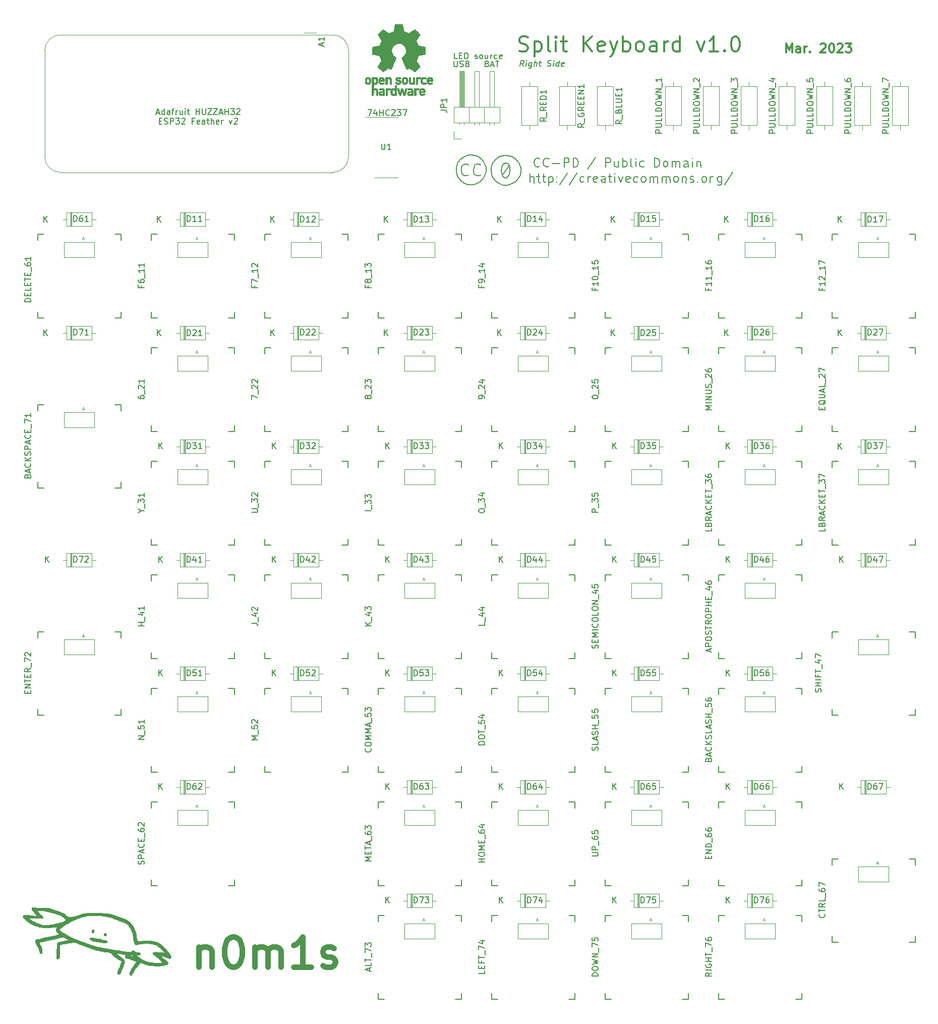
<source format=gbr>
%TF.GenerationSoftware,KiCad,Pcbnew,(6.0.9)*%
%TF.CreationDate,2023-03-12T22:48:56-07:00*%
%TF.ProjectId,keyboard,6b657962-6f61-4726-942e-6b696361645f,rev?*%
%TF.SameCoordinates,Original*%
%TF.FileFunction,Legend,Top*%
%TF.FilePolarity,Positive*%
%FSLAX46Y46*%
G04 Gerber Fmt 4.6, Leading zero omitted, Abs format (unit mm)*
G04 Created by KiCad (PCBNEW (6.0.9)) date 2023-03-12 22:48:56*
%MOMM*%
%LPD*%
G01*
G04 APERTURE LIST*
%ADD10C,0.889000*%
%ADD11C,0.300000*%
%ADD12C,0.150000*%
%ADD13C,0.125000*%
%ADD14C,0.120000*%
%ADD15C,0.010000*%
G04 APERTURE END LIST*
D10*
X50860476Y-172901428D02*
X50860476Y-176288095D01*
X50860476Y-173385238D02*
X51102380Y-173143333D01*
X51586190Y-172901428D01*
X52311904Y-172901428D01*
X52795714Y-173143333D01*
X53037619Y-173627142D01*
X53037619Y-176288095D01*
X56424285Y-171208095D02*
X56908095Y-171208095D01*
X57391904Y-171450000D01*
X57633809Y-171691904D01*
X57875714Y-172175714D01*
X58117619Y-173143333D01*
X58117619Y-174352857D01*
X57875714Y-175320476D01*
X57633809Y-175804285D01*
X57391904Y-176046190D01*
X56908095Y-176288095D01*
X56424285Y-176288095D01*
X55940476Y-176046190D01*
X55698571Y-175804285D01*
X55456666Y-175320476D01*
X55214761Y-174352857D01*
X55214761Y-173143333D01*
X55456666Y-172175714D01*
X55698571Y-171691904D01*
X55940476Y-171450000D01*
X56424285Y-171208095D01*
X60294761Y-176288095D02*
X60294761Y-172901428D01*
X60294761Y-173385238D02*
X60536666Y-173143333D01*
X61020476Y-172901428D01*
X61746190Y-172901428D01*
X62230000Y-173143333D01*
X62471904Y-173627142D01*
X62471904Y-176288095D01*
X62471904Y-173627142D02*
X62713809Y-173143333D01*
X63197619Y-172901428D01*
X63923333Y-172901428D01*
X64407142Y-173143333D01*
X64649047Y-173627142D01*
X64649047Y-176288095D01*
X69729047Y-176288095D02*
X66826190Y-176288095D01*
X68277619Y-176288095D02*
X68277619Y-171208095D01*
X67793809Y-171933809D01*
X67310000Y-172417619D01*
X66826190Y-172659523D01*
X71664285Y-176046190D02*
X72148095Y-176288095D01*
X73115714Y-176288095D01*
X73599523Y-176046190D01*
X73841428Y-175562380D01*
X73841428Y-175320476D01*
X73599523Y-174836666D01*
X73115714Y-174594761D01*
X72390000Y-174594761D01*
X71906190Y-174352857D01*
X71664285Y-173869047D01*
X71664285Y-173627142D01*
X71906190Y-173143333D01*
X72390000Y-172901428D01*
X73115714Y-172901428D01*
X73599523Y-173143333D01*
D11*
X104684285Y-22618095D02*
X105047142Y-22739047D01*
X105651904Y-22739047D01*
X105893809Y-22618095D01*
X106014761Y-22497142D01*
X106135714Y-22255238D01*
X106135714Y-22013333D01*
X106014761Y-21771428D01*
X105893809Y-21650476D01*
X105651904Y-21529523D01*
X105168095Y-21408571D01*
X104926190Y-21287619D01*
X104805238Y-21166666D01*
X104684285Y-20924761D01*
X104684285Y-20682857D01*
X104805238Y-20440952D01*
X104926190Y-20320000D01*
X105168095Y-20199047D01*
X105772857Y-20199047D01*
X106135714Y-20320000D01*
X107224285Y-21045714D02*
X107224285Y-23585714D01*
X107224285Y-21166666D02*
X107466190Y-21045714D01*
X107949999Y-21045714D01*
X108191904Y-21166666D01*
X108312857Y-21287619D01*
X108433809Y-21529523D01*
X108433809Y-22255238D01*
X108312857Y-22497142D01*
X108191904Y-22618095D01*
X107949999Y-22739047D01*
X107466190Y-22739047D01*
X107224285Y-22618095D01*
X109885238Y-22739047D02*
X109643333Y-22618095D01*
X109522380Y-22376190D01*
X109522380Y-20199047D01*
X110852857Y-22739047D02*
X110852857Y-21045714D01*
X110852857Y-20199047D02*
X110731904Y-20320000D01*
X110852857Y-20440952D01*
X110973809Y-20320000D01*
X110852857Y-20199047D01*
X110852857Y-20440952D01*
X111699523Y-21045714D02*
X112667142Y-21045714D01*
X112062380Y-20199047D02*
X112062380Y-22376190D01*
X112183333Y-22618095D01*
X112425238Y-22739047D01*
X112667142Y-22739047D01*
X115449047Y-22739047D02*
X115449047Y-20199047D01*
X116900476Y-22739047D02*
X115811904Y-21287619D01*
X116900476Y-20199047D02*
X115449047Y-21650476D01*
X118956666Y-22618095D02*
X118714761Y-22739047D01*
X118230952Y-22739047D01*
X117989047Y-22618095D01*
X117868095Y-22376190D01*
X117868095Y-21408571D01*
X117989047Y-21166666D01*
X118230952Y-21045714D01*
X118714761Y-21045714D01*
X118956666Y-21166666D01*
X119077619Y-21408571D01*
X119077619Y-21650476D01*
X117868095Y-21892380D01*
X119924285Y-21045714D02*
X120529047Y-22739047D01*
X121133809Y-21045714D02*
X120529047Y-22739047D01*
X120287142Y-23343809D01*
X120166190Y-23464761D01*
X119924285Y-23585714D01*
X122101428Y-22739047D02*
X122101428Y-20199047D01*
X122101428Y-21166666D02*
X122343333Y-21045714D01*
X122827142Y-21045714D01*
X123069047Y-21166666D01*
X123189999Y-21287619D01*
X123310952Y-21529523D01*
X123310952Y-22255238D01*
X123189999Y-22497142D01*
X123069047Y-22618095D01*
X122827142Y-22739047D01*
X122343333Y-22739047D01*
X122101428Y-22618095D01*
X124762380Y-22739047D02*
X124520476Y-22618095D01*
X124399523Y-22497142D01*
X124278571Y-22255238D01*
X124278571Y-21529523D01*
X124399523Y-21287619D01*
X124520476Y-21166666D01*
X124762380Y-21045714D01*
X125125238Y-21045714D01*
X125367142Y-21166666D01*
X125488095Y-21287619D01*
X125609047Y-21529523D01*
X125609047Y-22255238D01*
X125488095Y-22497142D01*
X125367142Y-22618095D01*
X125125238Y-22739047D01*
X124762380Y-22739047D01*
X127786190Y-22739047D02*
X127786190Y-21408571D01*
X127665238Y-21166666D01*
X127423333Y-21045714D01*
X126939523Y-21045714D01*
X126697619Y-21166666D01*
X127786190Y-22618095D02*
X127544285Y-22739047D01*
X126939523Y-22739047D01*
X126697619Y-22618095D01*
X126576666Y-22376190D01*
X126576666Y-22134285D01*
X126697619Y-21892380D01*
X126939523Y-21771428D01*
X127544285Y-21771428D01*
X127786190Y-21650476D01*
X128995714Y-22739047D02*
X128995714Y-21045714D01*
X128995714Y-21529523D02*
X129116666Y-21287619D01*
X129237619Y-21166666D01*
X129479523Y-21045714D01*
X129721428Y-21045714D01*
X131656666Y-22739047D02*
X131656666Y-20199047D01*
X131656666Y-22618095D02*
X131414761Y-22739047D01*
X130930952Y-22739047D01*
X130689047Y-22618095D01*
X130568095Y-22497142D01*
X130447142Y-22255238D01*
X130447142Y-21529523D01*
X130568095Y-21287619D01*
X130689047Y-21166666D01*
X130930952Y-21045714D01*
X131414761Y-21045714D01*
X131656666Y-21166666D01*
X134559523Y-21045714D02*
X135164285Y-22739047D01*
X135769047Y-21045714D01*
X138067142Y-22739047D02*
X136615714Y-22739047D01*
X137341428Y-22739047D02*
X137341428Y-20199047D01*
X137099523Y-20561904D01*
X136857619Y-20803809D01*
X136615714Y-20924761D01*
X139155714Y-22497142D02*
X139276666Y-22618095D01*
X139155714Y-22739047D01*
X139034761Y-22618095D01*
X139155714Y-22497142D01*
X139155714Y-22739047D01*
X140849047Y-20199047D02*
X141090952Y-20199047D01*
X141332857Y-20320000D01*
X141453809Y-20440952D01*
X141574761Y-20682857D01*
X141695714Y-21166666D01*
X141695714Y-21771428D01*
X141574761Y-22255238D01*
X141453809Y-22497142D01*
X141332857Y-22618095D01*
X141090952Y-22739047D01*
X140849047Y-22739047D01*
X140607142Y-22618095D01*
X140486190Y-22497142D01*
X140365238Y-22255238D01*
X140244285Y-21771428D01*
X140244285Y-21166666D01*
X140365238Y-20682857D01*
X140486190Y-20440952D01*
X140607142Y-20320000D01*
X140849047Y-20199047D01*
D12*
X105395089Y-25217380D02*
X105121279Y-24741190D01*
X104823660Y-25217380D02*
X104948660Y-24217380D01*
X105329613Y-24217380D01*
X105418898Y-24265000D01*
X105460565Y-24312619D01*
X105496279Y-24407857D01*
X105478422Y-24550714D01*
X105418898Y-24645952D01*
X105365327Y-24693571D01*
X105264136Y-24741190D01*
X104883184Y-24741190D01*
X105823660Y-25217380D02*
X105906994Y-24550714D01*
X105948660Y-24217380D02*
X105895089Y-24265000D01*
X105936755Y-24312619D01*
X105990327Y-24265000D01*
X105948660Y-24217380D01*
X105936755Y-24312619D01*
X106811755Y-24550714D02*
X106710565Y-25360238D01*
X106651041Y-25455476D01*
X106597470Y-25503095D01*
X106496279Y-25550714D01*
X106353422Y-25550714D01*
X106264136Y-25503095D01*
X106734375Y-25169761D02*
X106633184Y-25217380D01*
X106442708Y-25217380D01*
X106353422Y-25169761D01*
X106311755Y-25122142D01*
X106276041Y-25026904D01*
X106311755Y-24741190D01*
X106371279Y-24645952D01*
X106424851Y-24598333D01*
X106526041Y-24550714D01*
X106716517Y-24550714D01*
X106805803Y-24598333D01*
X107204613Y-25217380D02*
X107329613Y-24217380D01*
X107633184Y-25217380D02*
X107698660Y-24693571D01*
X107662946Y-24598333D01*
X107573660Y-24550714D01*
X107430803Y-24550714D01*
X107329613Y-24598333D01*
X107276041Y-24645952D01*
X108049851Y-24550714D02*
X108430803Y-24550714D01*
X108234375Y-24217380D02*
X108127232Y-25074523D01*
X108162946Y-25169761D01*
X108252232Y-25217380D01*
X108347470Y-25217380D01*
X109401041Y-25169761D02*
X109537946Y-25217380D01*
X109776041Y-25217380D01*
X109877232Y-25169761D01*
X109930803Y-25122142D01*
X109990327Y-25026904D01*
X110002232Y-24931666D01*
X109966517Y-24836428D01*
X109924851Y-24788809D01*
X109835565Y-24741190D01*
X109651041Y-24693571D01*
X109561755Y-24645952D01*
X109520089Y-24598333D01*
X109484375Y-24503095D01*
X109496279Y-24407857D01*
X109555803Y-24312619D01*
X109609375Y-24265000D01*
X109710565Y-24217380D01*
X109948660Y-24217380D01*
X110085565Y-24265000D01*
X110395089Y-25217380D02*
X110478422Y-24550714D01*
X110520089Y-24217380D02*
X110466517Y-24265000D01*
X110508184Y-24312619D01*
X110561755Y-24265000D01*
X110520089Y-24217380D01*
X110508184Y-24312619D01*
X111299851Y-25217380D02*
X111424851Y-24217380D01*
X111305803Y-25169761D02*
X111204613Y-25217380D01*
X111014136Y-25217380D01*
X110924851Y-25169761D01*
X110883184Y-25122142D01*
X110847470Y-25026904D01*
X110883184Y-24741190D01*
X110942708Y-24645952D01*
X110996279Y-24598333D01*
X111097470Y-24550714D01*
X111287946Y-24550714D01*
X111377232Y-24598333D01*
X112162946Y-25169761D02*
X112061755Y-25217380D01*
X111871279Y-25217380D01*
X111781994Y-25169761D01*
X111746279Y-25074523D01*
X111793898Y-24693571D01*
X111853422Y-24598333D01*
X111954613Y-24550714D01*
X112145089Y-24550714D01*
X112234375Y-24598333D01*
X112270089Y-24693571D01*
X112258184Y-24788809D01*
X111770089Y-24884047D01*
X79288095Y-32472380D02*
X79954761Y-32472380D01*
X79526190Y-33472380D01*
X80764285Y-32805714D02*
X80764285Y-33472380D01*
X80526190Y-32424761D02*
X80288095Y-33139047D01*
X80907142Y-33139047D01*
X81288095Y-33472380D02*
X81288095Y-32472380D01*
X81288095Y-32948571D02*
X81859523Y-32948571D01*
X81859523Y-33472380D02*
X81859523Y-32472380D01*
X82907142Y-33377142D02*
X82859523Y-33424761D01*
X82716666Y-33472380D01*
X82621428Y-33472380D01*
X82478571Y-33424761D01*
X82383333Y-33329523D01*
X82335714Y-33234285D01*
X82288095Y-33043809D01*
X82288095Y-32900952D01*
X82335714Y-32710476D01*
X82383333Y-32615238D01*
X82478571Y-32520000D01*
X82621428Y-32472380D01*
X82716666Y-32472380D01*
X82859523Y-32520000D01*
X82907142Y-32567619D01*
X83288095Y-32567619D02*
X83335714Y-32520000D01*
X83430952Y-32472380D01*
X83669047Y-32472380D01*
X83764285Y-32520000D01*
X83811904Y-32567619D01*
X83859523Y-32662857D01*
X83859523Y-32758095D01*
X83811904Y-32900952D01*
X83240476Y-33472380D01*
X83859523Y-33472380D01*
X84192857Y-32472380D02*
X84811904Y-32472380D01*
X84478571Y-32853333D01*
X84621428Y-32853333D01*
X84716666Y-32900952D01*
X84764285Y-32948571D01*
X84811904Y-33043809D01*
X84811904Y-33281904D01*
X84764285Y-33377142D01*
X84716666Y-33424761D01*
X84621428Y-33472380D01*
X84335714Y-33472380D01*
X84240476Y-33424761D01*
X84192857Y-33377142D01*
X85145238Y-32472380D02*
X85811904Y-32472380D01*
X85383333Y-33472380D01*
X99325207Y-24783168D02*
X99468064Y-24830787D01*
X99515683Y-24878406D01*
X99563303Y-24973644D01*
X99563303Y-25116501D01*
X99515683Y-25211739D01*
X99468064Y-25259358D01*
X99372826Y-25306977D01*
X98991874Y-25306977D01*
X98991874Y-24306977D01*
X99325207Y-24306977D01*
X99420445Y-24354597D01*
X99468064Y-24402216D01*
X99515683Y-24497454D01*
X99515683Y-24592692D01*
X99468064Y-24687930D01*
X99420445Y-24735549D01*
X99325207Y-24783168D01*
X98991874Y-24783168D01*
X99944255Y-25021263D02*
X100420445Y-25021263D01*
X99849017Y-25306977D02*
X100182350Y-24306977D01*
X100515683Y-25306977D01*
X100706160Y-24306977D02*
X101277588Y-24306977D01*
X100991874Y-25306977D02*
X100991874Y-24306977D01*
X43800000Y-33016666D02*
X44276190Y-33016666D01*
X43704761Y-33302380D02*
X44038095Y-32302380D01*
X44371428Y-33302380D01*
X45133333Y-33302380D02*
X45133333Y-32302380D01*
X45133333Y-33254761D02*
X45038095Y-33302380D01*
X44847619Y-33302380D01*
X44752380Y-33254761D01*
X44704761Y-33207142D01*
X44657142Y-33111904D01*
X44657142Y-32826190D01*
X44704761Y-32730952D01*
X44752380Y-32683333D01*
X44847619Y-32635714D01*
X45038095Y-32635714D01*
X45133333Y-32683333D01*
X46038095Y-33302380D02*
X46038095Y-32778571D01*
X45990476Y-32683333D01*
X45895238Y-32635714D01*
X45704761Y-32635714D01*
X45609523Y-32683333D01*
X46038095Y-33254761D02*
X45942857Y-33302380D01*
X45704761Y-33302380D01*
X45609523Y-33254761D01*
X45561904Y-33159523D01*
X45561904Y-33064285D01*
X45609523Y-32969047D01*
X45704761Y-32921428D01*
X45942857Y-32921428D01*
X46038095Y-32873809D01*
X46371428Y-32635714D02*
X46752380Y-32635714D01*
X46514285Y-33302380D02*
X46514285Y-32445238D01*
X46561904Y-32350000D01*
X46657142Y-32302380D01*
X46752380Y-32302380D01*
X47085714Y-33302380D02*
X47085714Y-32635714D01*
X47085714Y-32826190D02*
X47133333Y-32730952D01*
X47180952Y-32683333D01*
X47276190Y-32635714D01*
X47371428Y-32635714D01*
X48133333Y-32635714D02*
X48133333Y-33302380D01*
X47704761Y-32635714D02*
X47704761Y-33159523D01*
X47752380Y-33254761D01*
X47847619Y-33302380D01*
X47990476Y-33302380D01*
X48085714Y-33254761D01*
X48133333Y-33207142D01*
X48609523Y-33302380D02*
X48609523Y-32635714D01*
X48609523Y-32302380D02*
X48561904Y-32350000D01*
X48609523Y-32397619D01*
X48657142Y-32350000D01*
X48609523Y-32302380D01*
X48609523Y-32397619D01*
X48942857Y-32635714D02*
X49323809Y-32635714D01*
X49085714Y-32302380D02*
X49085714Y-33159523D01*
X49133333Y-33254761D01*
X49228571Y-33302380D01*
X49323809Y-33302380D01*
X50419047Y-33302380D02*
X50419047Y-32302380D01*
X50419047Y-32778571D02*
X50990476Y-32778571D01*
X50990476Y-33302380D02*
X50990476Y-32302380D01*
X51466666Y-32302380D02*
X51466666Y-33111904D01*
X51514285Y-33207142D01*
X51561904Y-33254761D01*
X51657142Y-33302380D01*
X51847619Y-33302380D01*
X51942857Y-33254761D01*
X51990476Y-33207142D01*
X52038095Y-33111904D01*
X52038095Y-32302380D01*
X52419047Y-32302380D02*
X53085714Y-32302380D01*
X52419047Y-33302380D01*
X53085714Y-33302380D01*
X53371428Y-32302380D02*
X54038095Y-32302380D01*
X53371428Y-33302380D01*
X54038095Y-33302380D01*
X54371428Y-33016666D02*
X54847619Y-33016666D01*
X54276190Y-33302380D02*
X54609523Y-32302380D01*
X54942857Y-33302380D01*
X55276190Y-33302380D02*
X55276190Y-32302380D01*
X55276190Y-32778571D02*
X55847619Y-32778571D01*
X55847619Y-33302380D02*
X55847619Y-32302380D01*
X56228571Y-32302380D02*
X56847619Y-32302380D01*
X56514285Y-32683333D01*
X56657142Y-32683333D01*
X56752380Y-32730952D01*
X56799999Y-32778571D01*
X56847619Y-32873809D01*
X56847619Y-33111904D01*
X56799999Y-33207142D01*
X56752380Y-33254761D01*
X56657142Y-33302380D01*
X56371428Y-33302380D01*
X56276190Y-33254761D01*
X56228571Y-33207142D01*
X57228571Y-32397619D02*
X57276190Y-32350000D01*
X57371428Y-32302380D01*
X57609523Y-32302380D01*
X57704761Y-32350000D01*
X57752380Y-32397619D01*
X57799999Y-32492857D01*
X57799999Y-32588095D01*
X57752380Y-32730952D01*
X57180952Y-33302380D01*
X57799999Y-33302380D01*
X44252380Y-34388571D02*
X44585714Y-34388571D01*
X44728571Y-34912380D02*
X44252380Y-34912380D01*
X44252380Y-33912380D01*
X44728571Y-33912380D01*
X45109523Y-34864761D02*
X45252380Y-34912380D01*
X45490476Y-34912380D01*
X45585714Y-34864761D01*
X45633333Y-34817142D01*
X45680952Y-34721904D01*
X45680952Y-34626666D01*
X45633333Y-34531428D01*
X45585714Y-34483809D01*
X45490476Y-34436190D01*
X45300000Y-34388571D01*
X45204761Y-34340952D01*
X45157142Y-34293333D01*
X45109523Y-34198095D01*
X45109523Y-34102857D01*
X45157142Y-34007619D01*
X45204761Y-33960000D01*
X45300000Y-33912380D01*
X45538095Y-33912380D01*
X45680952Y-33960000D01*
X46109523Y-34912380D02*
X46109523Y-33912380D01*
X46490476Y-33912380D01*
X46585714Y-33960000D01*
X46633333Y-34007619D01*
X46680952Y-34102857D01*
X46680952Y-34245714D01*
X46633333Y-34340952D01*
X46585714Y-34388571D01*
X46490476Y-34436190D01*
X46109523Y-34436190D01*
X47014285Y-33912380D02*
X47633333Y-33912380D01*
X47300000Y-34293333D01*
X47442857Y-34293333D01*
X47538095Y-34340952D01*
X47585714Y-34388571D01*
X47633333Y-34483809D01*
X47633333Y-34721904D01*
X47585714Y-34817142D01*
X47538095Y-34864761D01*
X47442857Y-34912380D01*
X47157142Y-34912380D01*
X47061904Y-34864761D01*
X47014285Y-34817142D01*
X48014285Y-34007619D02*
X48061904Y-33960000D01*
X48157142Y-33912380D01*
X48395238Y-33912380D01*
X48490476Y-33960000D01*
X48538095Y-34007619D01*
X48585714Y-34102857D01*
X48585714Y-34198095D01*
X48538095Y-34340952D01*
X47966666Y-34912380D01*
X48585714Y-34912380D01*
X50109523Y-34388571D02*
X49776190Y-34388571D01*
X49776190Y-34912380D02*
X49776190Y-33912380D01*
X50252380Y-33912380D01*
X51014285Y-34864761D02*
X50919047Y-34912380D01*
X50728571Y-34912380D01*
X50633333Y-34864761D01*
X50585714Y-34769523D01*
X50585714Y-34388571D01*
X50633333Y-34293333D01*
X50728571Y-34245714D01*
X50919047Y-34245714D01*
X51014285Y-34293333D01*
X51061904Y-34388571D01*
X51061904Y-34483809D01*
X50585714Y-34579047D01*
X51919047Y-34912380D02*
X51919047Y-34388571D01*
X51871428Y-34293333D01*
X51776190Y-34245714D01*
X51585714Y-34245714D01*
X51490476Y-34293333D01*
X51919047Y-34864761D02*
X51823809Y-34912380D01*
X51585714Y-34912380D01*
X51490476Y-34864761D01*
X51442857Y-34769523D01*
X51442857Y-34674285D01*
X51490476Y-34579047D01*
X51585714Y-34531428D01*
X51823809Y-34531428D01*
X51919047Y-34483809D01*
X52252380Y-34245714D02*
X52633333Y-34245714D01*
X52395238Y-33912380D02*
X52395238Y-34769523D01*
X52442857Y-34864761D01*
X52538095Y-34912380D01*
X52633333Y-34912380D01*
X52966666Y-34912380D02*
X52966666Y-33912380D01*
X53395238Y-34912380D02*
X53395238Y-34388571D01*
X53347619Y-34293333D01*
X53252380Y-34245714D01*
X53109523Y-34245714D01*
X53014285Y-34293333D01*
X52966666Y-34340952D01*
X54252380Y-34864761D02*
X54157142Y-34912380D01*
X53966666Y-34912380D01*
X53871428Y-34864761D01*
X53823809Y-34769523D01*
X53823809Y-34388571D01*
X53871428Y-34293333D01*
X53966666Y-34245714D01*
X54157142Y-34245714D01*
X54252380Y-34293333D01*
X54300000Y-34388571D01*
X54300000Y-34483809D01*
X53823809Y-34579047D01*
X54728571Y-34912380D02*
X54728571Y-34245714D01*
X54728571Y-34436190D02*
X54776190Y-34340952D01*
X54823809Y-34293333D01*
X54919047Y-34245714D01*
X55014285Y-34245714D01*
X56014285Y-34245714D02*
X56252380Y-34912380D01*
X56490476Y-34245714D01*
X56823809Y-34007619D02*
X56871428Y-33960000D01*
X56966666Y-33912380D01*
X57204761Y-33912380D01*
X57300000Y-33960000D01*
X57347619Y-34007619D01*
X57395238Y-34102857D01*
X57395238Y-34198095D01*
X57347619Y-34340952D01*
X56776190Y-34912380D01*
X57395238Y-34912380D01*
X93721398Y-24306977D02*
X93721398Y-25116501D01*
X93769017Y-25211739D01*
X93816636Y-25259358D01*
X93911874Y-25306977D01*
X94102350Y-25306977D01*
X94197588Y-25259358D01*
X94245207Y-25211739D01*
X94292826Y-25116501D01*
X94292826Y-24306977D01*
X94721398Y-25259358D02*
X94864255Y-25306977D01*
X95102350Y-25306977D01*
X95197588Y-25259358D01*
X95245207Y-25211739D01*
X95292826Y-25116501D01*
X95292826Y-25021263D01*
X95245207Y-24926025D01*
X95197588Y-24878406D01*
X95102350Y-24830787D01*
X94911874Y-24783168D01*
X94816636Y-24735549D01*
X94769017Y-24687930D01*
X94721398Y-24592692D01*
X94721398Y-24497454D01*
X94769017Y-24402216D01*
X94816636Y-24354597D01*
X94911874Y-24306977D01*
X95149969Y-24306977D01*
X95292826Y-24354597D01*
X96054731Y-24783168D02*
X96197588Y-24830787D01*
X96245207Y-24878406D01*
X96292826Y-24973644D01*
X96292826Y-25116501D01*
X96245207Y-25211739D01*
X96197588Y-25259358D01*
X96102350Y-25306977D01*
X95721398Y-25306977D01*
X95721398Y-24306977D01*
X96054731Y-24306977D01*
X96149969Y-24354597D01*
X96197588Y-24402216D01*
X96245207Y-24497454D01*
X96245207Y-24592692D01*
X96197588Y-24687930D01*
X96149969Y-24735549D01*
X96054731Y-24783168D01*
X95721398Y-24783168D01*
X94290000Y-23947380D02*
X93813809Y-23947380D01*
X93813809Y-22947380D01*
X94623333Y-23423571D02*
X94956666Y-23423571D01*
X95099523Y-23947380D02*
X94623333Y-23947380D01*
X94623333Y-22947380D01*
X95099523Y-22947380D01*
X95528095Y-23947380D02*
X95528095Y-22947380D01*
X95766190Y-22947380D01*
X95909047Y-22995000D01*
X96004285Y-23090238D01*
X96051904Y-23185476D01*
X96099523Y-23375952D01*
X96099523Y-23518809D01*
X96051904Y-23709285D01*
X96004285Y-23804523D01*
X95909047Y-23899761D01*
X95766190Y-23947380D01*
X95528095Y-23947380D01*
X97242380Y-23899761D02*
X97337619Y-23947380D01*
X97528095Y-23947380D01*
X97623333Y-23899761D01*
X97670952Y-23804523D01*
X97670952Y-23756904D01*
X97623333Y-23661666D01*
X97528095Y-23614047D01*
X97385238Y-23614047D01*
X97290000Y-23566428D01*
X97242380Y-23471190D01*
X97242380Y-23423571D01*
X97290000Y-23328333D01*
X97385238Y-23280714D01*
X97528095Y-23280714D01*
X97623333Y-23328333D01*
X98242380Y-23947380D02*
X98147142Y-23899761D01*
X98099523Y-23852142D01*
X98051904Y-23756904D01*
X98051904Y-23471190D01*
X98099523Y-23375952D01*
X98147142Y-23328333D01*
X98242380Y-23280714D01*
X98385238Y-23280714D01*
X98480476Y-23328333D01*
X98528095Y-23375952D01*
X98575714Y-23471190D01*
X98575714Y-23756904D01*
X98528095Y-23852142D01*
X98480476Y-23899761D01*
X98385238Y-23947380D01*
X98242380Y-23947380D01*
X99432857Y-23280714D02*
X99432857Y-23947380D01*
X99004285Y-23280714D02*
X99004285Y-23804523D01*
X99051904Y-23899761D01*
X99147142Y-23947380D01*
X99290000Y-23947380D01*
X99385238Y-23899761D01*
X99432857Y-23852142D01*
X99909047Y-23947380D02*
X99909047Y-23280714D01*
X99909047Y-23471190D02*
X99956666Y-23375952D01*
X100004285Y-23328333D01*
X100099523Y-23280714D01*
X100194761Y-23280714D01*
X100956666Y-23899761D02*
X100861428Y-23947380D01*
X100670952Y-23947380D01*
X100575714Y-23899761D01*
X100528095Y-23852142D01*
X100480476Y-23756904D01*
X100480476Y-23471190D01*
X100528095Y-23375952D01*
X100575714Y-23328333D01*
X100670952Y-23280714D01*
X100861428Y-23280714D01*
X100956666Y-23328333D01*
X101766190Y-23899761D02*
X101670952Y-23947380D01*
X101480476Y-23947380D01*
X101385238Y-23899761D01*
X101337619Y-23804523D01*
X101337619Y-23423571D01*
X101385238Y-23328333D01*
X101480476Y-23280714D01*
X101670952Y-23280714D01*
X101766190Y-23328333D01*
X101813809Y-23423571D01*
X101813809Y-23518809D01*
X101337619Y-23614047D01*
D11*
X149511428Y-22903571D02*
X149511428Y-21403571D01*
X150011428Y-22475000D01*
X150511428Y-21403571D01*
X150511428Y-22903571D01*
X151868571Y-22903571D02*
X151868571Y-22117857D01*
X151797142Y-21975000D01*
X151654285Y-21903571D01*
X151368571Y-21903571D01*
X151225714Y-21975000D01*
X151868571Y-22832142D02*
X151725714Y-22903571D01*
X151368571Y-22903571D01*
X151225714Y-22832142D01*
X151154285Y-22689285D01*
X151154285Y-22546428D01*
X151225714Y-22403571D01*
X151368571Y-22332142D01*
X151725714Y-22332142D01*
X151868571Y-22260714D01*
X152582857Y-22903571D02*
X152582857Y-21903571D01*
X152582857Y-22189285D02*
X152654285Y-22046428D01*
X152725714Y-21975000D01*
X152868571Y-21903571D01*
X153011428Y-21903571D01*
X153511428Y-22760714D02*
X153582857Y-22832142D01*
X153511428Y-22903571D01*
X153440000Y-22832142D01*
X153511428Y-22760714D01*
X153511428Y-22903571D01*
X155297142Y-21546428D02*
X155368571Y-21475000D01*
X155511428Y-21403571D01*
X155868571Y-21403571D01*
X156011428Y-21475000D01*
X156082857Y-21546428D01*
X156154285Y-21689285D01*
X156154285Y-21832142D01*
X156082857Y-22046428D01*
X155225714Y-22903571D01*
X156154285Y-22903571D01*
X157082857Y-21403571D02*
X157225714Y-21403571D01*
X157368571Y-21475000D01*
X157440000Y-21546428D01*
X157511428Y-21689285D01*
X157582857Y-21975000D01*
X157582857Y-22332142D01*
X157511428Y-22617857D01*
X157440000Y-22760714D01*
X157368571Y-22832142D01*
X157225714Y-22903571D01*
X157082857Y-22903571D01*
X156940000Y-22832142D01*
X156868571Y-22760714D01*
X156797142Y-22617857D01*
X156725714Y-22332142D01*
X156725714Y-21975000D01*
X156797142Y-21689285D01*
X156868571Y-21546428D01*
X156940000Y-21475000D01*
X157082857Y-21403571D01*
X158154285Y-21546428D02*
X158225714Y-21475000D01*
X158368571Y-21403571D01*
X158725714Y-21403571D01*
X158868571Y-21475000D01*
X158940000Y-21546428D01*
X159011428Y-21689285D01*
X159011428Y-21832142D01*
X158940000Y-22046428D01*
X158082857Y-22903571D01*
X159011428Y-22903571D01*
X159511428Y-21403571D02*
X160440000Y-21403571D01*
X159940000Y-21975000D01*
X160154285Y-21975000D01*
X160297142Y-22046428D01*
X160368571Y-22117857D01*
X160440000Y-22260714D01*
X160440000Y-22617857D01*
X160368571Y-22760714D01*
X160297142Y-22832142D01*
X160154285Y-22903571D01*
X159725714Y-22903571D01*
X159582857Y-22832142D01*
X159511428Y-22760714D01*
D12*
%TO.C,D35*%
X125150714Y-89352380D02*
X125150714Y-88352380D01*
X125388809Y-88352380D01*
X125531666Y-88400000D01*
X125626904Y-88495238D01*
X125674523Y-88590476D01*
X125722142Y-88780952D01*
X125722142Y-88923809D01*
X125674523Y-89114285D01*
X125626904Y-89209523D01*
X125531666Y-89304761D01*
X125388809Y-89352380D01*
X125150714Y-89352380D01*
X126055476Y-88352380D02*
X126674523Y-88352380D01*
X126341190Y-88733333D01*
X126484047Y-88733333D01*
X126579285Y-88780952D01*
X126626904Y-88828571D01*
X126674523Y-88923809D01*
X126674523Y-89161904D01*
X126626904Y-89257142D01*
X126579285Y-89304761D01*
X126484047Y-89352380D01*
X126198333Y-89352380D01*
X126103095Y-89304761D01*
X126055476Y-89257142D01*
X127579285Y-88352380D02*
X127103095Y-88352380D01*
X127055476Y-88828571D01*
X127103095Y-88780952D01*
X127198333Y-88733333D01*
X127436428Y-88733333D01*
X127531666Y-88780952D01*
X127579285Y-88828571D01*
X127626904Y-88923809D01*
X127626904Y-89161904D01*
X127579285Y-89257142D01*
X127531666Y-89304761D01*
X127436428Y-89352380D01*
X127198333Y-89352380D01*
X127103095Y-89304761D01*
X127055476Y-89257142D01*
X120388095Y-89352380D02*
X120388095Y-88352380D01*
X120959523Y-89352380D02*
X120530952Y-88780952D01*
X120959523Y-88352380D02*
X120388095Y-88923809D01*
%TO.C,D32*%
X68000714Y-89352380D02*
X68000714Y-88352380D01*
X68238809Y-88352380D01*
X68381666Y-88400000D01*
X68476904Y-88495238D01*
X68524523Y-88590476D01*
X68572142Y-88780952D01*
X68572142Y-88923809D01*
X68524523Y-89114285D01*
X68476904Y-89209523D01*
X68381666Y-89304761D01*
X68238809Y-89352380D01*
X68000714Y-89352380D01*
X68905476Y-88352380D02*
X69524523Y-88352380D01*
X69191190Y-88733333D01*
X69334047Y-88733333D01*
X69429285Y-88780952D01*
X69476904Y-88828571D01*
X69524523Y-88923809D01*
X69524523Y-89161904D01*
X69476904Y-89257142D01*
X69429285Y-89304761D01*
X69334047Y-89352380D01*
X69048333Y-89352380D01*
X68953095Y-89304761D01*
X68905476Y-89257142D01*
X69905476Y-88447619D02*
X69953095Y-88400000D01*
X70048333Y-88352380D01*
X70286428Y-88352380D01*
X70381666Y-88400000D01*
X70429285Y-88447619D01*
X70476904Y-88542857D01*
X70476904Y-88638095D01*
X70429285Y-88780952D01*
X69857857Y-89352380D01*
X70476904Y-89352380D01*
X63238095Y-89352380D02*
X63238095Y-88352380D01*
X63809523Y-89352380D02*
X63380952Y-88780952D01*
X63809523Y-88352380D02*
X63238095Y-88923809D01*
%TO.C,D22*%
X68000714Y-70302380D02*
X68000714Y-69302380D01*
X68238809Y-69302380D01*
X68381666Y-69350000D01*
X68476904Y-69445238D01*
X68524523Y-69540476D01*
X68572142Y-69730952D01*
X68572142Y-69873809D01*
X68524523Y-70064285D01*
X68476904Y-70159523D01*
X68381666Y-70254761D01*
X68238809Y-70302380D01*
X68000714Y-70302380D01*
X68953095Y-69397619D02*
X69000714Y-69350000D01*
X69095952Y-69302380D01*
X69334047Y-69302380D01*
X69429285Y-69350000D01*
X69476904Y-69397619D01*
X69524523Y-69492857D01*
X69524523Y-69588095D01*
X69476904Y-69730952D01*
X68905476Y-70302380D01*
X69524523Y-70302380D01*
X69905476Y-69397619D02*
X69953095Y-69350000D01*
X70048333Y-69302380D01*
X70286428Y-69302380D01*
X70381666Y-69350000D01*
X70429285Y-69397619D01*
X70476904Y-69492857D01*
X70476904Y-69588095D01*
X70429285Y-69730952D01*
X69857857Y-70302380D01*
X70476904Y-70302380D01*
X62971398Y-70391977D02*
X62971398Y-69391977D01*
X63542826Y-70391977D02*
X63114255Y-69820549D01*
X63542826Y-69391977D02*
X62971398Y-69963406D01*
%TO.C,O_34*%
X97877380Y-99853571D02*
X97877380Y-99663095D01*
X97925000Y-99567857D01*
X98020238Y-99472619D01*
X98210714Y-99425000D01*
X98544047Y-99425000D01*
X98734523Y-99472619D01*
X98829761Y-99567857D01*
X98877380Y-99663095D01*
X98877380Y-99853571D01*
X98829761Y-99948809D01*
X98734523Y-100044047D01*
X98544047Y-100091666D01*
X98210714Y-100091666D01*
X98020238Y-100044047D01*
X97925000Y-99948809D01*
X97877380Y-99853571D01*
X98972619Y-99234523D02*
X98972619Y-98472619D01*
X97877380Y-98329761D02*
X97877380Y-97710714D01*
X98258333Y-98044047D01*
X98258333Y-97901190D01*
X98305952Y-97805952D01*
X98353571Y-97758333D01*
X98448809Y-97710714D01*
X98686904Y-97710714D01*
X98782142Y-97758333D01*
X98829761Y-97805952D01*
X98877380Y-97901190D01*
X98877380Y-98186904D01*
X98829761Y-98282142D01*
X98782142Y-98329761D01*
X98210714Y-96853571D02*
X98877380Y-96853571D01*
X97829761Y-97091666D02*
X98544047Y-97329761D01*
X98544047Y-96710714D01*
D13*
X107564255Y-92247930D02*
X107802350Y-92247930D01*
X107516636Y-92390787D02*
X107683303Y-91890787D01*
X107849969Y-92390787D01*
D12*
%TO.C,D11*%
X48950714Y-51252380D02*
X48950714Y-50252380D01*
X49188809Y-50252380D01*
X49331666Y-50300000D01*
X49426904Y-50395238D01*
X49474523Y-50490476D01*
X49522142Y-50680952D01*
X49522142Y-50823809D01*
X49474523Y-51014285D01*
X49426904Y-51109523D01*
X49331666Y-51204761D01*
X49188809Y-51252380D01*
X48950714Y-51252380D01*
X50474523Y-51252380D02*
X49903095Y-51252380D01*
X50188809Y-51252380D02*
X50188809Y-50252380D01*
X50093571Y-50395238D01*
X49998333Y-50490476D01*
X49903095Y-50538095D01*
X51426904Y-51252380D02*
X50855476Y-51252380D01*
X51141190Y-51252380D02*
X51141190Y-50252380D01*
X51045952Y-50395238D01*
X50950714Y-50490476D01*
X50855476Y-50538095D01*
X43921398Y-51341977D02*
X43921398Y-50341977D01*
X44492826Y-51341977D02*
X44064255Y-50770549D01*
X44492826Y-50341977D02*
X43921398Y-50913406D01*
%TO.C,PULLDOWN_2*%
X134975683Y-36411025D02*
X133975683Y-36411025D01*
X133975683Y-36030073D01*
X134023303Y-35934835D01*
X134070922Y-35887216D01*
X134166160Y-35839597D01*
X134309017Y-35839597D01*
X134404255Y-35887216D01*
X134451874Y-35934835D01*
X134499493Y-36030073D01*
X134499493Y-36411025D01*
X133975683Y-35411025D02*
X134785207Y-35411025D01*
X134880445Y-35363406D01*
X134928064Y-35315787D01*
X134975683Y-35220549D01*
X134975683Y-35030073D01*
X134928064Y-34934835D01*
X134880445Y-34887216D01*
X134785207Y-34839597D01*
X133975683Y-34839597D01*
X134975683Y-33887216D02*
X134975683Y-34363406D01*
X133975683Y-34363406D01*
X134975683Y-33077692D02*
X134975683Y-33553882D01*
X133975683Y-33553882D01*
X134975683Y-32744358D02*
X133975683Y-32744358D01*
X133975683Y-32506263D01*
X134023303Y-32363406D01*
X134118541Y-32268168D01*
X134213779Y-32220549D01*
X134404255Y-32172930D01*
X134547112Y-32172930D01*
X134737588Y-32220549D01*
X134832826Y-32268168D01*
X134928064Y-32363406D01*
X134975683Y-32506263D01*
X134975683Y-32744358D01*
X133975683Y-31553882D02*
X133975683Y-31363406D01*
X134023303Y-31268168D01*
X134118541Y-31172930D01*
X134309017Y-31125311D01*
X134642350Y-31125311D01*
X134832826Y-31172930D01*
X134928064Y-31268168D01*
X134975683Y-31363406D01*
X134975683Y-31553882D01*
X134928064Y-31649120D01*
X134832826Y-31744358D01*
X134642350Y-31791977D01*
X134309017Y-31791977D01*
X134118541Y-31744358D01*
X134023303Y-31649120D01*
X133975683Y-31553882D01*
X133975683Y-30791977D02*
X134975683Y-30553882D01*
X134261398Y-30363406D01*
X134975683Y-30172930D01*
X133975683Y-29934835D01*
X134975683Y-29553882D02*
X133975683Y-29553882D01*
X134975683Y-28982454D01*
X133975683Y-28982454D01*
X135070922Y-28744358D02*
X135070922Y-27982454D01*
X134070922Y-27791977D02*
X134023303Y-27744358D01*
X133975683Y-27649120D01*
X133975683Y-27411025D01*
X134023303Y-27315787D01*
X134070922Y-27268168D01*
X134166160Y-27220549D01*
X134261398Y-27220549D01*
X134404255Y-27268168D01*
X134975683Y-27839597D01*
X134975683Y-27220549D01*
%TO.C,EQUAL_27*%
X155503571Y-82803571D02*
X155503571Y-82470238D01*
X156027380Y-82327380D02*
X156027380Y-82803571D01*
X155027380Y-82803571D01*
X155027380Y-82327380D01*
X156122619Y-81232142D02*
X156075000Y-81327380D01*
X155979761Y-81422619D01*
X155836904Y-81565476D01*
X155789285Y-81660714D01*
X155789285Y-81755952D01*
X156027380Y-81708333D02*
X155979761Y-81803571D01*
X155884523Y-81898809D01*
X155694047Y-81946428D01*
X155360714Y-81946428D01*
X155170238Y-81898809D01*
X155075000Y-81803571D01*
X155027380Y-81708333D01*
X155027380Y-81517857D01*
X155075000Y-81422619D01*
X155170238Y-81327380D01*
X155360714Y-81279761D01*
X155694047Y-81279761D01*
X155884523Y-81327380D01*
X155979761Y-81422619D01*
X156027380Y-81517857D01*
X156027380Y-81708333D01*
X155027380Y-80851190D02*
X155836904Y-80851190D01*
X155932142Y-80803571D01*
X155979761Y-80755952D01*
X156027380Y-80660714D01*
X156027380Y-80470238D01*
X155979761Y-80375000D01*
X155932142Y-80327380D01*
X155836904Y-80279761D01*
X155027380Y-80279761D01*
X155741666Y-79851190D02*
X155741666Y-79375000D01*
X156027380Y-79946428D02*
X155027380Y-79613095D01*
X156027380Y-79279761D01*
X156027380Y-78470238D02*
X156027380Y-78946428D01*
X155027380Y-78946428D01*
X156122619Y-78375000D02*
X156122619Y-77613095D01*
X155122619Y-77422619D02*
X155075000Y-77375000D01*
X155027380Y-77279761D01*
X155027380Y-77041666D01*
X155075000Y-76946428D01*
X155122619Y-76898809D01*
X155217857Y-76851190D01*
X155313095Y-76851190D01*
X155455952Y-76898809D01*
X156027380Y-77470238D01*
X156027380Y-76851190D01*
X155027380Y-76517857D02*
X155027380Y-75851190D01*
X156027380Y-76279761D01*
D13*
X164714255Y-73197930D02*
X164952350Y-73197930D01*
X164666636Y-73340787D02*
X164833303Y-72840787D01*
X164999969Y-73340787D01*
D12*
%TO.C,UP_65*%
X116927380Y-157694047D02*
X117736904Y-157694047D01*
X117832142Y-157646428D01*
X117879761Y-157598809D01*
X117927380Y-157503571D01*
X117927380Y-157313095D01*
X117879761Y-157217857D01*
X117832142Y-157170238D01*
X117736904Y-157122619D01*
X116927380Y-157122619D01*
X117927380Y-156646428D02*
X116927380Y-156646428D01*
X116927380Y-156265476D01*
X116975000Y-156170238D01*
X117022619Y-156122619D01*
X117117857Y-156075000D01*
X117260714Y-156075000D01*
X117355952Y-156122619D01*
X117403571Y-156170238D01*
X117451190Y-156265476D01*
X117451190Y-156646428D01*
X118022619Y-155884523D02*
X118022619Y-155122619D01*
X116927380Y-154455952D02*
X116927380Y-154646428D01*
X116975000Y-154741666D01*
X117022619Y-154789285D01*
X117165476Y-154884523D01*
X117355952Y-154932142D01*
X117736904Y-154932142D01*
X117832142Y-154884523D01*
X117879761Y-154836904D01*
X117927380Y-154741666D01*
X117927380Y-154551190D01*
X117879761Y-154455952D01*
X117832142Y-154408333D01*
X117736904Y-154360714D01*
X117498809Y-154360714D01*
X117403571Y-154408333D01*
X117355952Y-154455952D01*
X117308333Y-154551190D01*
X117308333Y-154741666D01*
X117355952Y-154836904D01*
X117403571Y-154884523D01*
X117498809Y-154932142D01*
X116927380Y-153455952D02*
X116927380Y-153932142D01*
X117403571Y-153979761D01*
X117355952Y-153932142D01*
X117308333Y-153836904D01*
X117308333Y-153598809D01*
X117355952Y-153503571D01*
X117403571Y-153455952D01*
X117498809Y-153408333D01*
X117736904Y-153408333D01*
X117832142Y-153455952D01*
X117879761Y-153503571D01*
X117927380Y-153598809D01*
X117927380Y-153836904D01*
X117879761Y-153932142D01*
X117832142Y-153979761D01*
D13*
X126614255Y-149397930D02*
X126852350Y-149397930D01*
X126566636Y-149540787D02*
X126733303Y-149040787D01*
X126899969Y-149540787D01*
D12*
%TO.C,META_63*%
X79827380Y-158503571D02*
X78827380Y-158503571D01*
X79541666Y-158170238D01*
X78827380Y-157836904D01*
X79827380Y-157836904D01*
X79303571Y-157360714D02*
X79303571Y-157027380D01*
X79827380Y-156884523D02*
X79827380Y-157360714D01*
X78827380Y-157360714D01*
X78827380Y-156884523D01*
X78827380Y-156598809D02*
X78827380Y-156027380D01*
X79827380Y-156313095D02*
X78827380Y-156313095D01*
X79541666Y-155741666D02*
X79541666Y-155265476D01*
X79827380Y-155836904D02*
X78827380Y-155503571D01*
X79827380Y-155170238D01*
X79922619Y-155075000D02*
X79922619Y-154313095D01*
X78827380Y-153646428D02*
X78827380Y-153836904D01*
X78875000Y-153932142D01*
X78922619Y-153979761D01*
X79065476Y-154075000D01*
X79255952Y-154122619D01*
X79636904Y-154122619D01*
X79732142Y-154075000D01*
X79779761Y-154027380D01*
X79827380Y-153932142D01*
X79827380Y-153741666D01*
X79779761Y-153646428D01*
X79732142Y-153598809D01*
X79636904Y-153551190D01*
X79398809Y-153551190D01*
X79303571Y-153598809D01*
X79255952Y-153646428D01*
X79208333Y-153741666D01*
X79208333Y-153932142D01*
X79255952Y-154027380D01*
X79303571Y-154075000D01*
X79398809Y-154122619D01*
X78827380Y-153217857D02*
X78827380Y-152598809D01*
X79208333Y-152932142D01*
X79208333Y-152789285D01*
X79255952Y-152694047D01*
X79303571Y-152646428D01*
X79398809Y-152598809D01*
X79636904Y-152598809D01*
X79732142Y-152646428D01*
X79779761Y-152694047D01*
X79827380Y-152789285D01*
X79827380Y-153075000D01*
X79779761Y-153170238D01*
X79732142Y-153217857D01*
D13*
X88514255Y-149397930D02*
X88752350Y-149397930D01*
X88466636Y-149540787D02*
X88633303Y-149040787D01*
X88799969Y-149540787D01*
D12*
%TO.C,D64*%
X106100714Y-146502380D02*
X106100714Y-145502380D01*
X106338809Y-145502380D01*
X106481666Y-145550000D01*
X106576904Y-145645238D01*
X106624523Y-145740476D01*
X106672142Y-145930952D01*
X106672142Y-146073809D01*
X106624523Y-146264285D01*
X106576904Y-146359523D01*
X106481666Y-146454761D01*
X106338809Y-146502380D01*
X106100714Y-146502380D01*
X107529285Y-145502380D02*
X107338809Y-145502380D01*
X107243571Y-145550000D01*
X107195952Y-145597619D01*
X107100714Y-145740476D01*
X107053095Y-145930952D01*
X107053095Y-146311904D01*
X107100714Y-146407142D01*
X107148333Y-146454761D01*
X107243571Y-146502380D01*
X107434047Y-146502380D01*
X107529285Y-146454761D01*
X107576904Y-146407142D01*
X107624523Y-146311904D01*
X107624523Y-146073809D01*
X107576904Y-145978571D01*
X107529285Y-145930952D01*
X107434047Y-145883333D01*
X107243571Y-145883333D01*
X107148333Y-145930952D01*
X107100714Y-145978571D01*
X107053095Y-146073809D01*
X108481666Y-145835714D02*
X108481666Y-146502380D01*
X108243571Y-145454761D02*
X108005476Y-146169047D01*
X108624523Y-146169047D01*
X101338095Y-146502380D02*
X101338095Y-145502380D01*
X101909523Y-146502380D02*
X101480952Y-145930952D01*
X101909523Y-145502380D02*
X101338095Y-146073809D01*
%TO.C,END_66*%
X136453571Y-158146428D02*
X136453571Y-157813095D01*
X136977380Y-157670238D02*
X136977380Y-158146428D01*
X135977380Y-158146428D01*
X135977380Y-157670238D01*
X136977380Y-157241666D02*
X135977380Y-157241666D01*
X136977380Y-156670238D01*
X135977380Y-156670238D01*
X136977380Y-156194047D02*
X135977380Y-156194047D01*
X135977380Y-155955952D01*
X136025000Y-155813095D01*
X136120238Y-155717857D01*
X136215476Y-155670238D01*
X136405952Y-155622619D01*
X136548809Y-155622619D01*
X136739285Y-155670238D01*
X136834523Y-155717857D01*
X136929761Y-155813095D01*
X136977380Y-155955952D01*
X136977380Y-156194047D01*
X137072619Y-155432142D02*
X137072619Y-154670238D01*
X135977380Y-154003571D02*
X135977380Y-154194047D01*
X136025000Y-154289285D01*
X136072619Y-154336904D01*
X136215476Y-154432142D01*
X136405952Y-154479761D01*
X136786904Y-154479761D01*
X136882142Y-154432142D01*
X136929761Y-154384523D01*
X136977380Y-154289285D01*
X136977380Y-154098809D01*
X136929761Y-154003571D01*
X136882142Y-153955952D01*
X136786904Y-153908333D01*
X136548809Y-153908333D01*
X136453571Y-153955952D01*
X136405952Y-154003571D01*
X136358333Y-154098809D01*
X136358333Y-154289285D01*
X136405952Y-154384523D01*
X136453571Y-154432142D01*
X136548809Y-154479761D01*
X135977380Y-153051190D02*
X135977380Y-153241666D01*
X136025000Y-153336904D01*
X136072619Y-153384523D01*
X136215476Y-153479761D01*
X136405952Y-153527380D01*
X136786904Y-153527380D01*
X136882142Y-153479761D01*
X136929761Y-153432142D01*
X136977380Y-153336904D01*
X136977380Y-153146428D01*
X136929761Y-153051190D01*
X136882142Y-153003571D01*
X136786904Y-152955952D01*
X136548809Y-152955952D01*
X136453571Y-153003571D01*
X136405952Y-153051190D01*
X136358333Y-153146428D01*
X136358333Y-153336904D01*
X136405952Y-153432142D01*
X136453571Y-153479761D01*
X136548809Y-153527380D01*
D13*
X145664255Y-149397930D02*
X145902350Y-149397930D01*
X145616636Y-149540787D02*
X145783303Y-149040787D01*
X145949969Y-149540787D01*
D12*
%TO.C,D43*%
X87050714Y-108402380D02*
X87050714Y-107402380D01*
X87288809Y-107402380D01*
X87431666Y-107450000D01*
X87526904Y-107545238D01*
X87574523Y-107640476D01*
X87622142Y-107830952D01*
X87622142Y-107973809D01*
X87574523Y-108164285D01*
X87526904Y-108259523D01*
X87431666Y-108354761D01*
X87288809Y-108402380D01*
X87050714Y-108402380D01*
X88479285Y-107735714D02*
X88479285Y-108402380D01*
X88241190Y-107354761D02*
X88003095Y-108069047D01*
X88622142Y-108069047D01*
X88907857Y-107402380D02*
X89526904Y-107402380D01*
X89193571Y-107783333D01*
X89336428Y-107783333D01*
X89431666Y-107830952D01*
X89479285Y-107878571D01*
X89526904Y-107973809D01*
X89526904Y-108211904D01*
X89479285Y-108307142D01*
X89431666Y-108354761D01*
X89336428Y-108402380D01*
X89050714Y-108402380D01*
X88955476Y-108354761D01*
X88907857Y-108307142D01*
X82288095Y-108402380D02*
X82288095Y-107402380D01*
X82859523Y-108402380D02*
X82430952Y-107830952D01*
X82859523Y-107402380D02*
X82288095Y-107973809D01*
%TO.C,D55*%
X125150714Y-127452380D02*
X125150714Y-126452380D01*
X125388809Y-126452380D01*
X125531666Y-126500000D01*
X125626904Y-126595238D01*
X125674523Y-126690476D01*
X125722142Y-126880952D01*
X125722142Y-127023809D01*
X125674523Y-127214285D01*
X125626904Y-127309523D01*
X125531666Y-127404761D01*
X125388809Y-127452380D01*
X125150714Y-127452380D01*
X126626904Y-126452380D02*
X126150714Y-126452380D01*
X126103095Y-126928571D01*
X126150714Y-126880952D01*
X126245952Y-126833333D01*
X126484047Y-126833333D01*
X126579285Y-126880952D01*
X126626904Y-126928571D01*
X126674523Y-127023809D01*
X126674523Y-127261904D01*
X126626904Y-127357142D01*
X126579285Y-127404761D01*
X126484047Y-127452380D01*
X126245952Y-127452380D01*
X126150714Y-127404761D01*
X126103095Y-127357142D01*
X127579285Y-126452380D02*
X127103095Y-126452380D01*
X127055476Y-126928571D01*
X127103095Y-126880952D01*
X127198333Y-126833333D01*
X127436428Y-126833333D01*
X127531666Y-126880952D01*
X127579285Y-126928571D01*
X127626904Y-127023809D01*
X127626904Y-127261904D01*
X127579285Y-127357142D01*
X127531666Y-127404761D01*
X127436428Y-127452380D01*
X127198333Y-127452380D01*
X127103095Y-127404761D01*
X127055476Y-127357142D01*
X120388095Y-127452380D02*
X120388095Y-126452380D01*
X120959523Y-127452380D02*
X120530952Y-126880952D01*
X120959523Y-126452380D02*
X120388095Y-127023809D01*
%TO.C,SEMICOLON_45*%
X117879761Y-122832142D02*
X117927380Y-122689285D01*
X117927380Y-122451190D01*
X117879761Y-122355952D01*
X117832142Y-122308333D01*
X117736904Y-122260714D01*
X117641666Y-122260714D01*
X117546428Y-122308333D01*
X117498809Y-122355952D01*
X117451190Y-122451190D01*
X117403571Y-122641666D01*
X117355952Y-122736904D01*
X117308333Y-122784523D01*
X117213095Y-122832142D01*
X117117857Y-122832142D01*
X117022619Y-122784523D01*
X116975000Y-122736904D01*
X116927380Y-122641666D01*
X116927380Y-122403571D01*
X116975000Y-122260714D01*
X117403571Y-121832142D02*
X117403571Y-121498809D01*
X117927380Y-121355952D02*
X117927380Y-121832142D01*
X116927380Y-121832142D01*
X116927380Y-121355952D01*
X117927380Y-120927380D02*
X116927380Y-120927380D01*
X117641666Y-120594047D01*
X116927380Y-120260714D01*
X117927380Y-120260714D01*
X117927380Y-119784523D02*
X116927380Y-119784523D01*
X117832142Y-118736904D02*
X117879761Y-118784523D01*
X117927380Y-118927380D01*
X117927380Y-119022619D01*
X117879761Y-119165476D01*
X117784523Y-119260714D01*
X117689285Y-119308333D01*
X117498809Y-119355952D01*
X117355952Y-119355952D01*
X117165476Y-119308333D01*
X117070238Y-119260714D01*
X116975000Y-119165476D01*
X116927380Y-119022619D01*
X116927380Y-118927380D01*
X116975000Y-118784523D01*
X117022619Y-118736904D01*
X116927380Y-118117857D02*
X116927380Y-117927380D01*
X116975000Y-117832142D01*
X117070238Y-117736904D01*
X117260714Y-117689285D01*
X117594047Y-117689285D01*
X117784523Y-117736904D01*
X117879761Y-117832142D01*
X117927380Y-117927380D01*
X117927380Y-118117857D01*
X117879761Y-118213095D01*
X117784523Y-118308333D01*
X117594047Y-118355952D01*
X117260714Y-118355952D01*
X117070238Y-118308333D01*
X116975000Y-118213095D01*
X116927380Y-118117857D01*
X117927380Y-116784523D02*
X117927380Y-117260714D01*
X116927380Y-117260714D01*
X116927380Y-116260714D02*
X116927380Y-116070238D01*
X116975000Y-115975000D01*
X117070238Y-115879761D01*
X117260714Y-115832142D01*
X117594047Y-115832142D01*
X117784523Y-115879761D01*
X117879761Y-115975000D01*
X117927380Y-116070238D01*
X117927380Y-116260714D01*
X117879761Y-116355952D01*
X117784523Y-116451190D01*
X117594047Y-116498809D01*
X117260714Y-116498809D01*
X117070238Y-116451190D01*
X116975000Y-116355952D01*
X116927380Y-116260714D01*
X117927380Y-115403571D02*
X116927380Y-115403571D01*
X117927380Y-114832142D01*
X116927380Y-114832142D01*
X118022619Y-114594047D02*
X118022619Y-113832142D01*
X117260714Y-113165476D02*
X117927380Y-113165476D01*
X116879761Y-113403571D02*
X117594047Y-113641666D01*
X117594047Y-113022619D01*
X116927380Y-112165476D02*
X116927380Y-112641666D01*
X117403571Y-112689285D01*
X117355952Y-112641666D01*
X117308333Y-112546428D01*
X117308333Y-112308333D01*
X117355952Y-112213095D01*
X117403571Y-112165476D01*
X117498809Y-112117857D01*
X117736904Y-112117857D01*
X117832142Y-112165476D01*
X117879761Y-112213095D01*
X117927380Y-112308333D01*
X117927380Y-112546428D01*
X117879761Y-112641666D01*
X117832142Y-112689285D01*
D13*
X126614255Y-111297930D02*
X126852350Y-111297930D01*
X126566636Y-111440787D02*
X126733303Y-110940787D01*
X126899969Y-111440787D01*
D12*
%TO.C,D54*%
X106100714Y-127452380D02*
X106100714Y-126452380D01*
X106338809Y-126452380D01*
X106481666Y-126500000D01*
X106576904Y-126595238D01*
X106624523Y-126690476D01*
X106672142Y-126880952D01*
X106672142Y-127023809D01*
X106624523Y-127214285D01*
X106576904Y-127309523D01*
X106481666Y-127404761D01*
X106338809Y-127452380D01*
X106100714Y-127452380D01*
X107576904Y-126452380D02*
X107100714Y-126452380D01*
X107053095Y-126928571D01*
X107100714Y-126880952D01*
X107195952Y-126833333D01*
X107434047Y-126833333D01*
X107529285Y-126880952D01*
X107576904Y-126928571D01*
X107624523Y-127023809D01*
X107624523Y-127261904D01*
X107576904Y-127357142D01*
X107529285Y-127404761D01*
X107434047Y-127452380D01*
X107195952Y-127452380D01*
X107100714Y-127404761D01*
X107053095Y-127357142D01*
X108481666Y-126785714D02*
X108481666Y-127452380D01*
X108243571Y-126404761D02*
X108005476Y-127119047D01*
X108624523Y-127119047D01*
X101338095Y-127452380D02*
X101338095Y-126452380D01*
X101909523Y-127452380D02*
X101480952Y-126880952D01*
X101909523Y-126452380D02*
X101338095Y-127023809D01*
%TO.C,D34*%
X106100714Y-89352380D02*
X106100714Y-88352380D01*
X106338809Y-88352380D01*
X106481666Y-88400000D01*
X106576904Y-88495238D01*
X106624523Y-88590476D01*
X106672142Y-88780952D01*
X106672142Y-88923809D01*
X106624523Y-89114285D01*
X106576904Y-89209523D01*
X106481666Y-89304761D01*
X106338809Y-89352380D01*
X106100714Y-89352380D01*
X107005476Y-88352380D02*
X107624523Y-88352380D01*
X107291190Y-88733333D01*
X107434047Y-88733333D01*
X107529285Y-88780952D01*
X107576904Y-88828571D01*
X107624523Y-88923809D01*
X107624523Y-89161904D01*
X107576904Y-89257142D01*
X107529285Y-89304761D01*
X107434047Y-89352380D01*
X107148333Y-89352380D01*
X107053095Y-89304761D01*
X107005476Y-89257142D01*
X108481666Y-88685714D02*
X108481666Y-89352380D01*
X108243571Y-88304761D02*
X108005476Y-89019047D01*
X108624523Y-89019047D01*
X101338095Y-89352380D02*
X101338095Y-88352380D01*
X101909523Y-89352380D02*
X101480952Y-88780952D01*
X101909523Y-88352380D02*
X101338095Y-88923809D01*
%TO.C,D26*%
X144200714Y-70302380D02*
X144200714Y-69302380D01*
X144438809Y-69302380D01*
X144581666Y-69350000D01*
X144676904Y-69445238D01*
X144724523Y-69540476D01*
X144772142Y-69730952D01*
X144772142Y-69873809D01*
X144724523Y-70064285D01*
X144676904Y-70159523D01*
X144581666Y-70254761D01*
X144438809Y-70302380D01*
X144200714Y-70302380D01*
X145153095Y-69397619D02*
X145200714Y-69350000D01*
X145295952Y-69302380D01*
X145534047Y-69302380D01*
X145629285Y-69350000D01*
X145676904Y-69397619D01*
X145724523Y-69492857D01*
X145724523Y-69588095D01*
X145676904Y-69730952D01*
X145105476Y-70302380D01*
X145724523Y-70302380D01*
X146581666Y-69302380D02*
X146391190Y-69302380D01*
X146295952Y-69350000D01*
X146248333Y-69397619D01*
X146153095Y-69540476D01*
X146105476Y-69730952D01*
X146105476Y-70111904D01*
X146153095Y-70207142D01*
X146200714Y-70254761D01*
X146295952Y-70302380D01*
X146486428Y-70302380D01*
X146581666Y-70254761D01*
X146629285Y-70207142D01*
X146676904Y-70111904D01*
X146676904Y-69873809D01*
X146629285Y-69778571D01*
X146581666Y-69730952D01*
X146486428Y-69683333D01*
X146295952Y-69683333D01*
X146200714Y-69730952D01*
X146153095Y-69778571D01*
X146105476Y-69873809D01*
X139171398Y-70391977D02*
X139171398Y-69391977D01*
X139742826Y-70391977D02*
X139314255Y-69820549D01*
X139742826Y-69391977D02*
X139171398Y-69963406D01*
%TO.C,D76*%
X144200714Y-165552380D02*
X144200714Y-164552380D01*
X144438809Y-164552380D01*
X144581666Y-164600000D01*
X144676904Y-164695238D01*
X144724523Y-164790476D01*
X144772142Y-164980952D01*
X144772142Y-165123809D01*
X144724523Y-165314285D01*
X144676904Y-165409523D01*
X144581666Y-165504761D01*
X144438809Y-165552380D01*
X144200714Y-165552380D01*
X145105476Y-164552380D02*
X145772142Y-164552380D01*
X145343571Y-165552380D01*
X146581666Y-164552380D02*
X146391190Y-164552380D01*
X146295952Y-164600000D01*
X146248333Y-164647619D01*
X146153095Y-164790476D01*
X146105476Y-164980952D01*
X146105476Y-165361904D01*
X146153095Y-165457142D01*
X146200714Y-165504761D01*
X146295952Y-165552380D01*
X146486428Y-165552380D01*
X146581666Y-165504761D01*
X146629285Y-165457142D01*
X146676904Y-165361904D01*
X146676904Y-165123809D01*
X146629285Y-165028571D01*
X146581666Y-164980952D01*
X146486428Y-164933333D01*
X146295952Y-164933333D01*
X146200714Y-164980952D01*
X146153095Y-165028571D01*
X146105476Y-165123809D01*
X139438095Y-165552380D02*
X139438095Y-164552380D01*
X140009523Y-165552380D02*
X139580952Y-164980952D01*
X140009523Y-164552380D02*
X139438095Y-165123809D01*
%TO.C,D63*%
X87050714Y-146502380D02*
X87050714Y-145502380D01*
X87288809Y-145502380D01*
X87431666Y-145550000D01*
X87526904Y-145645238D01*
X87574523Y-145740476D01*
X87622142Y-145930952D01*
X87622142Y-146073809D01*
X87574523Y-146264285D01*
X87526904Y-146359523D01*
X87431666Y-146454761D01*
X87288809Y-146502380D01*
X87050714Y-146502380D01*
X88479285Y-145502380D02*
X88288809Y-145502380D01*
X88193571Y-145550000D01*
X88145952Y-145597619D01*
X88050714Y-145740476D01*
X88003095Y-145930952D01*
X88003095Y-146311904D01*
X88050714Y-146407142D01*
X88098333Y-146454761D01*
X88193571Y-146502380D01*
X88384047Y-146502380D01*
X88479285Y-146454761D01*
X88526904Y-146407142D01*
X88574523Y-146311904D01*
X88574523Y-146073809D01*
X88526904Y-145978571D01*
X88479285Y-145930952D01*
X88384047Y-145883333D01*
X88193571Y-145883333D01*
X88098333Y-145930952D01*
X88050714Y-145978571D01*
X88003095Y-146073809D01*
X88907857Y-145502380D02*
X89526904Y-145502380D01*
X89193571Y-145883333D01*
X89336428Y-145883333D01*
X89431666Y-145930952D01*
X89479285Y-145978571D01*
X89526904Y-146073809D01*
X89526904Y-146311904D01*
X89479285Y-146407142D01*
X89431666Y-146454761D01*
X89336428Y-146502380D01*
X89050714Y-146502380D01*
X88955476Y-146454761D01*
X88907857Y-146407142D01*
X82288095Y-146502380D02*
X82288095Y-145502380D01*
X82859523Y-146502380D02*
X82430952Y-145930952D01*
X82859523Y-145502380D02*
X82288095Y-146073809D01*
%TO.C,D31*%
X48950714Y-89352380D02*
X48950714Y-88352380D01*
X49188809Y-88352380D01*
X49331666Y-88400000D01*
X49426904Y-88495238D01*
X49474523Y-88590476D01*
X49522142Y-88780952D01*
X49522142Y-88923809D01*
X49474523Y-89114285D01*
X49426904Y-89209523D01*
X49331666Y-89304761D01*
X49188809Y-89352380D01*
X48950714Y-89352380D01*
X49855476Y-88352380D02*
X50474523Y-88352380D01*
X50141190Y-88733333D01*
X50284047Y-88733333D01*
X50379285Y-88780952D01*
X50426904Y-88828571D01*
X50474523Y-88923809D01*
X50474523Y-89161904D01*
X50426904Y-89257142D01*
X50379285Y-89304761D01*
X50284047Y-89352380D01*
X49998333Y-89352380D01*
X49903095Y-89304761D01*
X49855476Y-89257142D01*
X51426904Y-89352380D02*
X50855476Y-89352380D01*
X51141190Y-89352380D02*
X51141190Y-88352380D01*
X51045952Y-88495238D01*
X50950714Y-88590476D01*
X50855476Y-88638095D01*
X44188095Y-89352380D02*
X44188095Y-88352380D01*
X44759523Y-89352380D02*
X44330952Y-88780952D01*
X44759523Y-88352380D02*
X44188095Y-88923809D01*
%TO.C,D42*%
X68000714Y-108402380D02*
X68000714Y-107402380D01*
X68238809Y-107402380D01*
X68381666Y-107450000D01*
X68476904Y-107545238D01*
X68524523Y-107640476D01*
X68572142Y-107830952D01*
X68572142Y-107973809D01*
X68524523Y-108164285D01*
X68476904Y-108259523D01*
X68381666Y-108354761D01*
X68238809Y-108402380D01*
X68000714Y-108402380D01*
X69429285Y-107735714D02*
X69429285Y-108402380D01*
X69191190Y-107354761D02*
X68953095Y-108069047D01*
X69572142Y-108069047D01*
X69905476Y-107497619D02*
X69953095Y-107450000D01*
X70048333Y-107402380D01*
X70286428Y-107402380D01*
X70381666Y-107450000D01*
X70429285Y-107497619D01*
X70476904Y-107592857D01*
X70476904Y-107688095D01*
X70429285Y-107830952D01*
X69857857Y-108402380D01*
X70476904Y-108402380D01*
X63238095Y-108402380D02*
X63238095Y-107402380D01*
X63809523Y-108402380D02*
X63380952Y-107830952D01*
X63809523Y-107402380D02*
X63238095Y-107973809D01*
%TO.C,U_32*%
X59777380Y-100044047D02*
X60586904Y-100044047D01*
X60682142Y-99996428D01*
X60729761Y-99948809D01*
X60777380Y-99853571D01*
X60777380Y-99663095D01*
X60729761Y-99567857D01*
X60682142Y-99520238D01*
X60586904Y-99472619D01*
X59777380Y-99472619D01*
X60872619Y-99234523D02*
X60872619Y-98472619D01*
X59777380Y-98329761D02*
X59777380Y-97710714D01*
X60158333Y-98044047D01*
X60158333Y-97901190D01*
X60205952Y-97805952D01*
X60253571Y-97758333D01*
X60348809Y-97710714D01*
X60586904Y-97710714D01*
X60682142Y-97758333D01*
X60729761Y-97805952D01*
X60777380Y-97901190D01*
X60777380Y-98186904D01*
X60729761Y-98282142D01*
X60682142Y-98329761D01*
X59872619Y-97329761D02*
X59825000Y-97282142D01*
X59777380Y-97186904D01*
X59777380Y-96948809D01*
X59825000Y-96853571D01*
X59872619Y-96805952D01*
X59967857Y-96758333D01*
X60063095Y-96758333D01*
X60205952Y-96805952D01*
X60777380Y-97377380D01*
X60777380Y-96758333D01*
D13*
X69464255Y-92247930D02*
X69702350Y-92247930D01*
X69416636Y-92390787D02*
X69583303Y-91890787D01*
X69749969Y-92390787D01*
D12*
%TO.C,8_23*%
X79255952Y-80803571D02*
X79208333Y-80898809D01*
X79160714Y-80946428D01*
X79065476Y-80994047D01*
X79017857Y-80994047D01*
X78922619Y-80946428D01*
X78875000Y-80898809D01*
X78827380Y-80803571D01*
X78827380Y-80613095D01*
X78875000Y-80517857D01*
X78922619Y-80470238D01*
X79017857Y-80422619D01*
X79065476Y-80422619D01*
X79160714Y-80470238D01*
X79208333Y-80517857D01*
X79255952Y-80613095D01*
X79255952Y-80803571D01*
X79303571Y-80898809D01*
X79351190Y-80946428D01*
X79446428Y-80994047D01*
X79636904Y-80994047D01*
X79732142Y-80946428D01*
X79779761Y-80898809D01*
X79827380Y-80803571D01*
X79827380Y-80613095D01*
X79779761Y-80517857D01*
X79732142Y-80470238D01*
X79636904Y-80422619D01*
X79446428Y-80422619D01*
X79351190Y-80470238D01*
X79303571Y-80517857D01*
X79255952Y-80613095D01*
X79922619Y-80232142D02*
X79922619Y-79470238D01*
X78922619Y-79279761D02*
X78875000Y-79232142D01*
X78827380Y-79136904D01*
X78827380Y-78898809D01*
X78875000Y-78803571D01*
X78922619Y-78755952D01*
X79017857Y-78708333D01*
X79113095Y-78708333D01*
X79255952Y-78755952D01*
X79827380Y-79327380D01*
X79827380Y-78708333D01*
X78827380Y-78375000D02*
X78827380Y-77755952D01*
X79208333Y-78089285D01*
X79208333Y-77946428D01*
X79255952Y-77851190D01*
X79303571Y-77803571D01*
X79398809Y-77755952D01*
X79636904Y-77755952D01*
X79732142Y-77803571D01*
X79779761Y-77851190D01*
X79827380Y-77946428D01*
X79827380Y-78232142D01*
X79779761Y-78327380D01*
X79732142Y-78375000D01*
D13*
X88514255Y-73197930D02*
X88752350Y-73197930D01*
X88466636Y-73340787D02*
X88633303Y-72840787D01*
X88799969Y-73340787D01*
D12*
%TO.C,D66*%
X144200714Y-146502380D02*
X144200714Y-145502380D01*
X144438809Y-145502380D01*
X144581666Y-145550000D01*
X144676904Y-145645238D01*
X144724523Y-145740476D01*
X144772142Y-145930952D01*
X144772142Y-146073809D01*
X144724523Y-146264285D01*
X144676904Y-146359523D01*
X144581666Y-146454761D01*
X144438809Y-146502380D01*
X144200714Y-146502380D01*
X145629285Y-145502380D02*
X145438809Y-145502380D01*
X145343571Y-145550000D01*
X145295952Y-145597619D01*
X145200714Y-145740476D01*
X145153095Y-145930952D01*
X145153095Y-146311904D01*
X145200714Y-146407142D01*
X145248333Y-146454761D01*
X145343571Y-146502380D01*
X145534047Y-146502380D01*
X145629285Y-146454761D01*
X145676904Y-146407142D01*
X145724523Y-146311904D01*
X145724523Y-146073809D01*
X145676904Y-145978571D01*
X145629285Y-145930952D01*
X145534047Y-145883333D01*
X145343571Y-145883333D01*
X145248333Y-145930952D01*
X145200714Y-145978571D01*
X145153095Y-146073809D01*
X146581666Y-145502380D02*
X146391190Y-145502380D01*
X146295952Y-145550000D01*
X146248333Y-145597619D01*
X146153095Y-145740476D01*
X146105476Y-145930952D01*
X146105476Y-146311904D01*
X146153095Y-146407142D01*
X146200714Y-146454761D01*
X146295952Y-146502380D01*
X146486428Y-146502380D01*
X146581666Y-146454761D01*
X146629285Y-146407142D01*
X146676904Y-146311904D01*
X146676904Y-146073809D01*
X146629285Y-145978571D01*
X146581666Y-145930952D01*
X146486428Y-145883333D01*
X146295952Y-145883333D01*
X146200714Y-145930952D01*
X146153095Y-145978571D01*
X146105476Y-146073809D01*
X139438095Y-146502380D02*
X139438095Y-145502380D01*
X140009523Y-146502380D02*
X139580952Y-145930952D01*
X140009523Y-145502380D02*
X139438095Y-146073809D01*
%TO.C,D12*%
X68000714Y-51341977D02*
X68000714Y-50341977D01*
X68238809Y-50341977D01*
X68381666Y-50389597D01*
X68476904Y-50484835D01*
X68524523Y-50580073D01*
X68572142Y-50770549D01*
X68572142Y-50913406D01*
X68524523Y-51103882D01*
X68476904Y-51199120D01*
X68381666Y-51294358D01*
X68238809Y-51341977D01*
X68000714Y-51341977D01*
X69524523Y-51341977D02*
X68953095Y-51341977D01*
X69238809Y-51341977D02*
X69238809Y-50341977D01*
X69143571Y-50484835D01*
X69048333Y-50580073D01*
X68953095Y-50627692D01*
X69905476Y-50437216D02*
X69953095Y-50389597D01*
X70048333Y-50341977D01*
X70286428Y-50341977D01*
X70381666Y-50389597D01*
X70429285Y-50437216D01*
X70476904Y-50532454D01*
X70476904Y-50627692D01*
X70429285Y-50770549D01*
X69857857Y-51341977D01*
X70476904Y-51341977D01*
X62971398Y-51341977D02*
X62971398Y-50341977D01*
X63542826Y-51341977D02*
X63114255Y-50770549D01*
X63542826Y-50341977D02*
X62971398Y-50913406D01*
%TO.C,D13*%
X87050714Y-51341977D02*
X87050714Y-50341977D01*
X87288809Y-50341977D01*
X87431666Y-50389597D01*
X87526904Y-50484835D01*
X87574523Y-50580073D01*
X87622142Y-50770549D01*
X87622142Y-50913406D01*
X87574523Y-51103882D01*
X87526904Y-51199120D01*
X87431666Y-51294358D01*
X87288809Y-51341977D01*
X87050714Y-51341977D01*
X88574523Y-51341977D02*
X88003095Y-51341977D01*
X88288809Y-51341977D02*
X88288809Y-50341977D01*
X88193571Y-50484835D01*
X88098333Y-50580073D01*
X88003095Y-50627692D01*
X88907857Y-50341977D02*
X89526904Y-50341977D01*
X89193571Y-50722930D01*
X89336428Y-50722930D01*
X89431666Y-50770549D01*
X89479285Y-50818168D01*
X89526904Y-50913406D01*
X89526904Y-51151501D01*
X89479285Y-51246739D01*
X89431666Y-51294358D01*
X89336428Y-51341977D01*
X89050714Y-51341977D01*
X88955476Y-51294358D01*
X88907857Y-51246739D01*
X82021398Y-51341977D02*
X82021398Y-50341977D01*
X82592826Y-51341977D02*
X82164255Y-50770549D01*
X82592826Y-50341977D02*
X82021398Y-50913406D01*
%TO.C,SHIFT_47*%
X155344761Y-130190476D02*
X155392380Y-130047619D01*
X155392380Y-129809523D01*
X155344761Y-129714285D01*
X155297142Y-129666666D01*
X155201904Y-129619047D01*
X155106666Y-129619047D01*
X155011428Y-129666666D01*
X154963809Y-129714285D01*
X154916190Y-129809523D01*
X154868571Y-130000000D01*
X154820952Y-130095238D01*
X154773333Y-130142857D01*
X154678095Y-130190476D01*
X154582857Y-130190476D01*
X154487619Y-130142857D01*
X154440000Y-130095238D01*
X154392380Y-130000000D01*
X154392380Y-129761904D01*
X154440000Y-129619047D01*
X155392380Y-129190476D02*
X154392380Y-129190476D01*
X154868571Y-129190476D02*
X154868571Y-128619047D01*
X155392380Y-128619047D02*
X154392380Y-128619047D01*
X155392380Y-128142857D02*
X154392380Y-128142857D01*
X154868571Y-127333333D02*
X154868571Y-127666666D01*
X155392380Y-127666666D02*
X154392380Y-127666666D01*
X154392380Y-127190476D01*
X154392380Y-126952380D02*
X154392380Y-126380952D01*
X155392380Y-126666666D02*
X154392380Y-126666666D01*
X155487619Y-126285714D02*
X155487619Y-125523809D01*
X154725714Y-124857142D02*
X155392380Y-124857142D01*
X154344761Y-125095238D02*
X155059047Y-125333333D01*
X155059047Y-124714285D01*
X154392380Y-124428571D02*
X154392380Y-123761904D01*
X155392380Y-124190476D01*
D13*
X164714255Y-120822930D02*
X164952350Y-120822930D01*
X164666636Y-120965787D02*
X164833303Y-120465787D01*
X164999969Y-120965787D01*
D12*
%TO.C,H_41*%
X41727380Y-119094047D02*
X40727380Y-119094047D01*
X41203571Y-119094047D02*
X41203571Y-118522619D01*
X41727380Y-118522619D02*
X40727380Y-118522619D01*
X41822619Y-118284523D02*
X41822619Y-117522619D01*
X41060714Y-116855952D02*
X41727380Y-116855952D01*
X40679761Y-117094047D02*
X41394047Y-117332142D01*
X41394047Y-116713095D01*
X41727380Y-115808333D02*
X41727380Y-116379761D01*
X41727380Y-116094047D02*
X40727380Y-116094047D01*
X40870238Y-116189285D01*
X40965476Y-116284523D01*
X41013095Y-116379761D01*
D13*
X50414255Y-111297930D02*
X50652350Y-111297930D01*
X50366636Y-111440787D02*
X50533303Y-110940787D01*
X50699969Y-111440787D01*
D12*
%TO.C,D53*%
X87050714Y-127452380D02*
X87050714Y-126452380D01*
X87288809Y-126452380D01*
X87431666Y-126500000D01*
X87526904Y-126595238D01*
X87574523Y-126690476D01*
X87622142Y-126880952D01*
X87622142Y-127023809D01*
X87574523Y-127214285D01*
X87526904Y-127309523D01*
X87431666Y-127404761D01*
X87288809Y-127452380D01*
X87050714Y-127452380D01*
X88526904Y-126452380D02*
X88050714Y-126452380D01*
X88003095Y-126928571D01*
X88050714Y-126880952D01*
X88145952Y-126833333D01*
X88384047Y-126833333D01*
X88479285Y-126880952D01*
X88526904Y-126928571D01*
X88574523Y-127023809D01*
X88574523Y-127261904D01*
X88526904Y-127357142D01*
X88479285Y-127404761D01*
X88384047Y-127452380D01*
X88145952Y-127452380D01*
X88050714Y-127404761D01*
X88003095Y-127357142D01*
X88907857Y-126452380D02*
X89526904Y-126452380D01*
X89193571Y-126833333D01*
X89336428Y-126833333D01*
X89431666Y-126880952D01*
X89479285Y-126928571D01*
X89526904Y-127023809D01*
X89526904Y-127261904D01*
X89479285Y-127357142D01*
X89431666Y-127404761D01*
X89336428Y-127452380D01*
X89050714Y-127452380D01*
X88955476Y-127404761D01*
X88907857Y-127357142D01*
X82288095Y-127452380D02*
X82288095Y-126452380D01*
X82859523Y-127452380D02*
X82430952Y-126880952D01*
X82859523Y-126452380D02*
X82288095Y-127023809D01*
%TO.C,D23*%
X87050714Y-70302380D02*
X87050714Y-69302380D01*
X87288809Y-69302380D01*
X87431666Y-69350000D01*
X87526904Y-69445238D01*
X87574523Y-69540476D01*
X87622142Y-69730952D01*
X87622142Y-69873809D01*
X87574523Y-70064285D01*
X87526904Y-70159523D01*
X87431666Y-70254761D01*
X87288809Y-70302380D01*
X87050714Y-70302380D01*
X88003095Y-69397619D02*
X88050714Y-69350000D01*
X88145952Y-69302380D01*
X88384047Y-69302380D01*
X88479285Y-69350000D01*
X88526904Y-69397619D01*
X88574523Y-69492857D01*
X88574523Y-69588095D01*
X88526904Y-69730952D01*
X87955476Y-70302380D01*
X88574523Y-70302380D01*
X88907857Y-69302380D02*
X89526904Y-69302380D01*
X89193571Y-69683333D01*
X89336428Y-69683333D01*
X89431666Y-69730952D01*
X89479285Y-69778571D01*
X89526904Y-69873809D01*
X89526904Y-70111904D01*
X89479285Y-70207142D01*
X89431666Y-70254761D01*
X89336428Y-70302380D01*
X89050714Y-70302380D01*
X88955476Y-70254761D01*
X88907857Y-70207142D01*
X82021398Y-70391977D02*
X82021398Y-69391977D01*
X82592826Y-70391977D02*
X82164255Y-69820549D01*
X82592826Y-69391977D02*
X82021398Y-69963406D01*
%TO.C,D33*%
X87050714Y-89352380D02*
X87050714Y-88352380D01*
X87288809Y-88352380D01*
X87431666Y-88400000D01*
X87526904Y-88495238D01*
X87574523Y-88590476D01*
X87622142Y-88780952D01*
X87622142Y-88923809D01*
X87574523Y-89114285D01*
X87526904Y-89209523D01*
X87431666Y-89304761D01*
X87288809Y-89352380D01*
X87050714Y-89352380D01*
X87955476Y-88352380D02*
X88574523Y-88352380D01*
X88241190Y-88733333D01*
X88384047Y-88733333D01*
X88479285Y-88780952D01*
X88526904Y-88828571D01*
X88574523Y-88923809D01*
X88574523Y-89161904D01*
X88526904Y-89257142D01*
X88479285Y-89304761D01*
X88384047Y-89352380D01*
X88098333Y-89352380D01*
X88003095Y-89304761D01*
X87955476Y-89257142D01*
X88907857Y-88352380D02*
X89526904Y-88352380D01*
X89193571Y-88733333D01*
X89336428Y-88733333D01*
X89431666Y-88780952D01*
X89479285Y-88828571D01*
X89526904Y-88923809D01*
X89526904Y-89161904D01*
X89479285Y-89257142D01*
X89431666Y-89304761D01*
X89336428Y-89352380D01*
X89050714Y-89352380D01*
X88955476Y-89304761D01*
X88907857Y-89257142D01*
X82288095Y-89352380D02*
X82288095Y-88352380D01*
X82859523Y-89352380D02*
X82430952Y-88780952D01*
X82859523Y-88352380D02*
X82288095Y-88923809D01*
%TO.C,BACKSPACE_71*%
X22153571Y-93947619D02*
X22201190Y-93804761D01*
X22248809Y-93757142D01*
X22344047Y-93709523D01*
X22486904Y-93709523D01*
X22582142Y-93757142D01*
X22629761Y-93804761D01*
X22677380Y-93900000D01*
X22677380Y-94280952D01*
X21677380Y-94280952D01*
X21677380Y-93947619D01*
X21725000Y-93852380D01*
X21772619Y-93804761D01*
X21867857Y-93757142D01*
X21963095Y-93757142D01*
X22058333Y-93804761D01*
X22105952Y-93852380D01*
X22153571Y-93947619D01*
X22153571Y-94280952D01*
X22391666Y-93328571D02*
X22391666Y-92852380D01*
X22677380Y-93423809D02*
X21677380Y-93090476D01*
X22677380Y-92757142D01*
X22582142Y-91852380D02*
X22629761Y-91900000D01*
X22677380Y-92042857D01*
X22677380Y-92138095D01*
X22629761Y-92280952D01*
X22534523Y-92376190D01*
X22439285Y-92423809D01*
X22248809Y-92471428D01*
X22105952Y-92471428D01*
X21915476Y-92423809D01*
X21820238Y-92376190D01*
X21725000Y-92280952D01*
X21677380Y-92138095D01*
X21677380Y-92042857D01*
X21725000Y-91900000D01*
X21772619Y-91852380D01*
X22677380Y-91423809D02*
X21677380Y-91423809D01*
X22677380Y-90852380D02*
X22105952Y-91280952D01*
X21677380Y-90852380D02*
X22248809Y-91423809D01*
X22629761Y-90471428D02*
X22677380Y-90328571D01*
X22677380Y-90090476D01*
X22629761Y-89995238D01*
X22582142Y-89947619D01*
X22486904Y-89900000D01*
X22391666Y-89900000D01*
X22296428Y-89947619D01*
X22248809Y-89995238D01*
X22201190Y-90090476D01*
X22153571Y-90280952D01*
X22105952Y-90376190D01*
X22058333Y-90423809D01*
X21963095Y-90471428D01*
X21867857Y-90471428D01*
X21772619Y-90423809D01*
X21725000Y-90376190D01*
X21677380Y-90280952D01*
X21677380Y-90042857D01*
X21725000Y-89900000D01*
X22677380Y-89471428D02*
X21677380Y-89471428D01*
X21677380Y-89090476D01*
X21725000Y-88995238D01*
X21772619Y-88947619D01*
X21867857Y-88900000D01*
X22010714Y-88900000D01*
X22105952Y-88947619D01*
X22153571Y-88995238D01*
X22201190Y-89090476D01*
X22201190Y-89471428D01*
X22391666Y-88519047D02*
X22391666Y-88042857D01*
X22677380Y-88614285D02*
X21677380Y-88280952D01*
X22677380Y-87947619D01*
X22582142Y-87042857D02*
X22629761Y-87090476D01*
X22677380Y-87233333D01*
X22677380Y-87328571D01*
X22629761Y-87471428D01*
X22534523Y-87566666D01*
X22439285Y-87614285D01*
X22248809Y-87661904D01*
X22105952Y-87661904D01*
X21915476Y-87614285D01*
X21820238Y-87566666D01*
X21725000Y-87471428D01*
X21677380Y-87328571D01*
X21677380Y-87233333D01*
X21725000Y-87090476D01*
X21772619Y-87042857D01*
X22153571Y-86614285D02*
X22153571Y-86280952D01*
X22677380Y-86138095D02*
X22677380Y-86614285D01*
X21677380Y-86614285D01*
X21677380Y-86138095D01*
X22772619Y-85947619D02*
X22772619Y-85185714D01*
X21677380Y-85042857D02*
X21677380Y-84376190D01*
X22677380Y-84804761D01*
X22677380Y-83471428D02*
X22677380Y-84042857D01*
X22677380Y-83757142D02*
X21677380Y-83757142D01*
X21820238Y-83852380D01*
X21915476Y-83947619D01*
X21963095Y-84042857D01*
D13*
X31364255Y-82722930D02*
X31602350Y-82722930D01*
X31316636Y-82865787D02*
X31483303Y-82365787D01*
X31649969Y-82865787D01*
D12*
%TO.C,D67*%
X163250714Y-146502380D02*
X163250714Y-145502380D01*
X163488809Y-145502380D01*
X163631666Y-145550000D01*
X163726904Y-145645238D01*
X163774523Y-145740476D01*
X163822142Y-145930952D01*
X163822142Y-146073809D01*
X163774523Y-146264285D01*
X163726904Y-146359523D01*
X163631666Y-146454761D01*
X163488809Y-146502380D01*
X163250714Y-146502380D01*
X164679285Y-145502380D02*
X164488809Y-145502380D01*
X164393571Y-145550000D01*
X164345952Y-145597619D01*
X164250714Y-145740476D01*
X164203095Y-145930952D01*
X164203095Y-146311904D01*
X164250714Y-146407142D01*
X164298333Y-146454761D01*
X164393571Y-146502380D01*
X164584047Y-146502380D01*
X164679285Y-146454761D01*
X164726904Y-146407142D01*
X164774523Y-146311904D01*
X164774523Y-146073809D01*
X164726904Y-145978571D01*
X164679285Y-145930952D01*
X164584047Y-145883333D01*
X164393571Y-145883333D01*
X164298333Y-145930952D01*
X164250714Y-145978571D01*
X164203095Y-146073809D01*
X165107857Y-145502380D02*
X165774523Y-145502380D01*
X165345952Y-146502380D01*
X158488095Y-146502380D02*
X158488095Y-145502380D01*
X159059523Y-146502380D02*
X158630952Y-145930952D01*
X159059523Y-145502380D02*
X158488095Y-146073809D01*
%TO.C,CTRL_67*%
X155932142Y-167409523D02*
X155979761Y-167457142D01*
X156027380Y-167600000D01*
X156027380Y-167695238D01*
X155979761Y-167838095D01*
X155884523Y-167933333D01*
X155789285Y-167980952D01*
X155598809Y-168028571D01*
X155455952Y-168028571D01*
X155265476Y-167980952D01*
X155170238Y-167933333D01*
X155075000Y-167838095D01*
X155027380Y-167695238D01*
X155027380Y-167600000D01*
X155075000Y-167457142D01*
X155122619Y-167409523D01*
X155027380Y-167123809D02*
X155027380Y-166552380D01*
X156027380Y-166838095D02*
X155027380Y-166838095D01*
X156027380Y-165647619D02*
X155551190Y-165980952D01*
X156027380Y-166219047D02*
X155027380Y-166219047D01*
X155027380Y-165838095D01*
X155075000Y-165742857D01*
X155122619Y-165695238D01*
X155217857Y-165647619D01*
X155360714Y-165647619D01*
X155455952Y-165695238D01*
X155503571Y-165742857D01*
X155551190Y-165838095D01*
X155551190Y-166219047D01*
X156027380Y-164742857D02*
X156027380Y-165219047D01*
X155027380Y-165219047D01*
X156122619Y-164647619D02*
X156122619Y-163885714D01*
X155027380Y-163219047D02*
X155027380Y-163409523D01*
X155075000Y-163504761D01*
X155122619Y-163552380D01*
X155265476Y-163647619D01*
X155455952Y-163695238D01*
X155836904Y-163695238D01*
X155932142Y-163647619D01*
X155979761Y-163600000D01*
X156027380Y-163504761D01*
X156027380Y-163314285D01*
X155979761Y-163219047D01*
X155932142Y-163171428D01*
X155836904Y-163123809D01*
X155598809Y-163123809D01*
X155503571Y-163171428D01*
X155455952Y-163219047D01*
X155408333Y-163314285D01*
X155408333Y-163504761D01*
X155455952Y-163600000D01*
X155503571Y-163647619D01*
X155598809Y-163695238D01*
X155027380Y-162790476D02*
X155027380Y-162123809D01*
X156027380Y-162552380D01*
D13*
X164714255Y-158922930D02*
X164952350Y-158922930D01*
X164666636Y-159065787D02*
X164833303Y-158565787D01*
X164999969Y-159065787D01*
D12*
%TO.C,DELETE_61*%
X22677380Y-64698095D02*
X21677380Y-64698095D01*
X21677380Y-64460000D01*
X21725000Y-64317142D01*
X21820238Y-64221904D01*
X21915476Y-64174285D01*
X22105952Y-64126666D01*
X22248809Y-64126666D01*
X22439285Y-64174285D01*
X22534523Y-64221904D01*
X22629761Y-64317142D01*
X22677380Y-64460000D01*
X22677380Y-64698095D01*
X22153571Y-63698095D02*
X22153571Y-63364761D01*
X22677380Y-63221904D02*
X22677380Y-63698095D01*
X21677380Y-63698095D01*
X21677380Y-63221904D01*
X22677380Y-62317142D02*
X22677380Y-62793333D01*
X21677380Y-62793333D01*
X22153571Y-61983809D02*
X22153571Y-61650476D01*
X22677380Y-61507619D02*
X22677380Y-61983809D01*
X21677380Y-61983809D01*
X21677380Y-61507619D01*
X21677380Y-61221904D02*
X21677380Y-60650476D01*
X22677380Y-60936190D02*
X21677380Y-60936190D01*
X22153571Y-60317142D02*
X22153571Y-59983809D01*
X22677380Y-59840952D02*
X22677380Y-60317142D01*
X21677380Y-60317142D01*
X21677380Y-59840952D01*
X22772619Y-59650476D02*
X22772619Y-58888571D01*
X21677380Y-58221904D02*
X21677380Y-58412380D01*
X21725000Y-58507619D01*
X21772619Y-58555238D01*
X21915476Y-58650476D01*
X22105952Y-58698095D01*
X22486904Y-58698095D01*
X22582142Y-58650476D01*
X22629761Y-58602857D01*
X22677380Y-58507619D01*
X22677380Y-58317142D01*
X22629761Y-58221904D01*
X22582142Y-58174285D01*
X22486904Y-58126666D01*
X22248809Y-58126666D01*
X22153571Y-58174285D01*
X22105952Y-58221904D01*
X22058333Y-58317142D01*
X22058333Y-58507619D01*
X22105952Y-58602857D01*
X22153571Y-58650476D01*
X22248809Y-58698095D01*
X22677380Y-57174285D02*
X22677380Y-57745714D01*
X22677380Y-57460000D02*
X21677380Y-57460000D01*
X21820238Y-57555238D01*
X21915476Y-57650476D01*
X21963095Y-57745714D01*
D13*
X31364255Y-54147930D02*
X31602350Y-54147930D01*
X31316636Y-54290787D02*
X31483303Y-53790787D01*
X31649969Y-54290787D01*
D12*
%TO.C,HOME_64*%
X98877380Y-158741666D02*
X97877380Y-158741666D01*
X98353571Y-158741666D02*
X98353571Y-158170238D01*
X98877380Y-158170238D02*
X97877380Y-158170238D01*
X97877380Y-157503571D02*
X97877380Y-157313095D01*
X97925000Y-157217857D01*
X98020238Y-157122619D01*
X98210714Y-157075000D01*
X98544047Y-157075000D01*
X98734523Y-157122619D01*
X98829761Y-157217857D01*
X98877380Y-157313095D01*
X98877380Y-157503571D01*
X98829761Y-157598809D01*
X98734523Y-157694047D01*
X98544047Y-157741666D01*
X98210714Y-157741666D01*
X98020238Y-157694047D01*
X97925000Y-157598809D01*
X97877380Y-157503571D01*
X98877380Y-156646428D02*
X97877380Y-156646428D01*
X98591666Y-156313095D01*
X97877380Y-155979761D01*
X98877380Y-155979761D01*
X98353571Y-155503571D02*
X98353571Y-155170238D01*
X98877380Y-155027380D02*
X98877380Y-155503571D01*
X97877380Y-155503571D01*
X97877380Y-155027380D01*
X98972619Y-154836904D02*
X98972619Y-154075000D01*
X97877380Y-153408333D02*
X97877380Y-153598809D01*
X97925000Y-153694047D01*
X97972619Y-153741666D01*
X98115476Y-153836904D01*
X98305952Y-153884523D01*
X98686904Y-153884523D01*
X98782142Y-153836904D01*
X98829761Y-153789285D01*
X98877380Y-153694047D01*
X98877380Y-153503571D01*
X98829761Y-153408333D01*
X98782142Y-153360714D01*
X98686904Y-153313095D01*
X98448809Y-153313095D01*
X98353571Y-153360714D01*
X98305952Y-153408333D01*
X98258333Y-153503571D01*
X98258333Y-153694047D01*
X98305952Y-153789285D01*
X98353571Y-153836904D01*
X98448809Y-153884523D01*
X98210714Y-152455952D02*
X98877380Y-152455952D01*
X97829761Y-152694047D02*
X98544047Y-152932142D01*
X98544047Y-152313095D01*
D13*
X107564255Y-149397930D02*
X107802350Y-149397930D01*
X107516636Y-149540787D02*
X107683303Y-149040787D01*
X107849969Y-149540787D01*
D12*
%TO.C,M_52*%
X60777380Y-138191666D02*
X59777380Y-138191666D01*
X60491666Y-137858333D01*
X59777380Y-137525000D01*
X60777380Y-137525000D01*
X60872619Y-137286904D02*
X60872619Y-136525000D01*
X59777380Y-135810714D02*
X59777380Y-136286904D01*
X60253571Y-136334523D01*
X60205952Y-136286904D01*
X60158333Y-136191666D01*
X60158333Y-135953571D01*
X60205952Y-135858333D01*
X60253571Y-135810714D01*
X60348809Y-135763095D01*
X60586904Y-135763095D01*
X60682142Y-135810714D01*
X60729761Y-135858333D01*
X60777380Y-135953571D01*
X60777380Y-136191666D01*
X60729761Y-136286904D01*
X60682142Y-136334523D01*
X59872619Y-135382142D02*
X59825000Y-135334523D01*
X59777380Y-135239285D01*
X59777380Y-135001190D01*
X59825000Y-134905952D01*
X59872619Y-134858333D01*
X59967857Y-134810714D01*
X60063095Y-134810714D01*
X60205952Y-134858333D01*
X60777380Y-135429761D01*
X60777380Y-134810714D01*
D13*
X69464255Y-130347930D02*
X69702350Y-130347930D01*
X69416636Y-130490787D02*
X69583303Y-129990787D01*
X69749969Y-130490787D01*
D12*
%TO.C,D47*%
X163250714Y-108402380D02*
X163250714Y-107402380D01*
X163488809Y-107402380D01*
X163631666Y-107450000D01*
X163726904Y-107545238D01*
X163774523Y-107640476D01*
X163822142Y-107830952D01*
X163822142Y-107973809D01*
X163774523Y-108164285D01*
X163726904Y-108259523D01*
X163631666Y-108354761D01*
X163488809Y-108402380D01*
X163250714Y-108402380D01*
X164679285Y-107735714D02*
X164679285Y-108402380D01*
X164441190Y-107354761D02*
X164203095Y-108069047D01*
X164822142Y-108069047D01*
X165107857Y-107402380D02*
X165774523Y-107402380D01*
X165345952Y-108402380D01*
X158488095Y-108402380D02*
X158488095Y-107402380D01*
X159059523Y-108402380D02*
X158630952Y-107830952D01*
X159059523Y-107402380D02*
X158488095Y-107973809D01*
%TO.C,Y_31*%
X41251190Y-99758333D02*
X41727380Y-99758333D01*
X40727380Y-100091666D02*
X41251190Y-99758333D01*
X40727380Y-99425000D01*
X41822619Y-99329761D02*
X41822619Y-98567857D01*
X40727380Y-98425000D02*
X40727380Y-97805952D01*
X41108333Y-98139285D01*
X41108333Y-97996428D01*
X41155952Y-97901190D01*
X41203571Y-97853571D01*
X41298809Y-97805952D01*
X41536904Y-97805952D01*
X41632142Y-97853571D01*
X41679761Y-97901190D01*
X41727380Y-97996428D01*
X41727380Y-98282142D01*
X41679761Y-98377380D01*
X41632142Y-98425000D01*
X41727380Y-96853571D02*
X41727380Y-97425000D01*
X41727380Y-97139285D02*
X40727380Y-97139285D01*
X40870238Y-97234523D01*
X40965476Y-97329761D01*
X41013095Y-97425000D01*
D13*
X50414255Y-92247930D02*
X50652350Y-92247930D01*
X50366636Y-92390787D02*
X50533303Y-91890787D01*
X50699969Y-92390787D01*
D12*
%TO.C,D45*%
X125150714Y-108402380D02*
X125150714Y-107402380D01*
X125388809Y-107402380D01*
X125531666Y-107450000D01*
X125626904Y-107545238D01*
X125674523Y-107640476D01*
X125722142Y-107830952D01*
X125722142Y-107973809D01*
X125674523Y-108164285D01*
X125626904Y-108259523D01*
X125531666Y-108354761D01*
X125388809Y-108402380D01*
X125150714Y-108402380D01*
X126579285Y-107735714D02*
X126579285Y-108402380D01*
X126341190Y-107354761D02*
X126103095Y-108069047D01*
X126722142Y-108069047D01*
X127579285Y-107402380D02*
X127103095Y-107402380D01*
X127055476Y-107878571D01*
X127103095Y-107830952D01*
X127198333Y-107783333D01*
X127436428Y-107783333D01*
X127531666Y-107830952D01*
X127579285Y-107878571D01*
X127626904Y-107973809D01*
X127626904Y-108211904D01*
X127579285Y-108307142D01*
X127531666Y-108354761D01*
X127436428Y-108402380D01*
X127198333Y-108402380D01*
X127103095Y-108354761D01*
X127055476Y-108307142D01*
X120388095Y-108402380D02*
X120388095Y-107402380D01*
X120959523Y-108402380D02*
X120530952Y-107830952D01*
X120959523Y-107402380D02*
X120388095Y-107973809D01*
%TO.C,D74*%
X106100714Y-165552380D02*
X106100714Y-164552380D01*
X106338809Y-164552380D01*
X106481666Y-164600000D01*
X106576904Y-164695238D01*
X106624523Y-164790476D01*
X106672142Y-164980952D01*
X106672142Y-165123809D01*
X106624523Y-165314285D01*
X106576904Y-165409523D01*
X106481666Y-165504761D01*
X106338809Y-165552380D01*
X106100714Y-165552380D01*
X107005476Y-164552380D02*
X107672142Y-164552380D01*
X107243571Y-165552380D01*
X108481666Y-164885714D02*
X108481666Y-165552380D01*
X108243571Y-164504761D02*
X108005476Y-165219047D01*
X108624523Y-165219047D01*
X101338095Y-165552380D02*
X101338095Y-164552380D01*
X101909523Y-165552380D02*
X101480952Y-164980952D01*
X101909523Y-164552380D02*
X101338095Y-165123809D01*
%TO.C,U1*%
X81586398Y-38187380D02*
X81586398Y-38996904D01*
X81634017Y-39092142D01*
X81681636Y-39139761D01*
X81776874Y-39187380D01*
X81967350Y-39187380D01*
X82062588Y-39139761D01*
X82110207Y-39092142D01*
X82157826Y-38996904D01*
X82157826Y-38187380D01*
X83157826Y-39187380D02*
X82586398Y-39187380D01*
X82872112Y-39187380D02*
X82872112Y-38187380D01*
X82776874Y-38330238D01*
X82681636Y-38425476D01*
X82586398Y-38473095D01*
%TO.C,SPACE_62*%
X41679761Y-159075000D02*
X41727380Y-158932142D01*
X41727380Y-158694047D01*
X41679761Y-158598809D01*
X41632142Y-158551190D01*
X41536904Y-158503571D01*
X41441666Y-158503571D01*
X41346428Y-158551190D01*
X41298809Y-158598809D01*
X41251190Y-158694047D01*
X41203571Y-158884523D01*
X41155952Y-158979761D01*
X41108333Y-159027380D01*
X41013095Y-159075000D01*
X40917857Y-159075000D01*
X40822619Y-159027380D01*
X40775000Y-158979761D01*
X40727380Y-158884523D01*
X40727380Y-158646428D01*
X40775000Y-158503571D01*
X41727380Y-158075000D02*
X40727380Y-158075000D01*
X40727380Y-157694047D01*
X40775000Y-157598809D01*
X40822619Y-157551190D01*
X40917857Y-157503571D01*
X41060714Y-157503571D01*
X41155952Y-157551190D01*
X41203571Y-157598809D01*
X41251190Y-157694047D01*
X41251190Y-158075000D01*
X41441666Y-157122619D02*
X41441666Y-156646428D01*
X41727380Y-157217857D02*
X40727380Y-156884523D01*
X41727380Y-156551190D01*
X41632142Y-155646428D02*
X41679761Y-155694047D01*
X41727380Y-155836904D01*
X41727380Y-155932142D01*
X41679761Y-156075000D01*
X41584523Y-156170238D01*
X41489285Y-156217857D01*
X41298809Y-156265476D01*
X41155952Y-156265476D01*
X40965476Y-156217857D01*
X40870238Y-156170238D01*
X40775000Y-156075000D01*
X40727380Y-155932142D01*
X40727380Y-155836904D01*
X40775000Y-155694047D01*
X40822619Y-155646428D01*
X41203571Y-155217857D02*
X41203571Y-154884523D01*
X41727380Y-154741666D02*
X41727380Y-155217857D01*
X40727380Y-155217857D01*
X40727380Y-154741666D01*
X41822619Y-154551190D02*
X41822619Y-153789285D01*
X40727380Y-153122619D02*
X40727380Y-153313095D01*
X40775000Y-153408333D01*
X40822619Y-153455952D01*
X40965476Y-153551190D01*
X41155952Y-153598809D01*
X41536904Y-153598809D01*
X41632142Y-153551190D01*
X41679761Y-153503571D01*
X41727380Y-153408333D01*
X41727380Y-153217857D01*
X41679761Y-153122619D01*
X41632142Y-153075000D01*
X41536904Y-153027380D01*
X41298809Y-153027380D01*
X41203571Y-153075000D01*
X41155952Y-153122619D01*
X41108333Y-153217857D01*
X41108333Y-153408333D01*
X41155952Y-153503571D01*
X41203571Y-153551190D01*
X41298809Y-153598809D01*
X40822619Y-152646428D02*
X40775000Y-152598809D01*
X40727380Y-152503571D01*
X40727380Y-152265476D01*
X40775000Y-152170238D01*
X40822619Y-152122619D01*
X40917857Y-152075000D01*
X41013095Y-152075000D01*
X41155952Y-152122619D01*
X41727380Y-152694047D01*
X41727380Y-152075000D01*
D13*
X50414255Y-149397930D02*
X50652350Y-149397930D01*
X50366636Y-149540787D02*
X50533303Y-149040787D01*
X50699969Y-149540787D01*
D12*
%TO.C,D15*%
X125150714Y-51252380D02*
X125150714Y-50252380D01*
X125388809Y-50252380D01*
X125531666Y-50300000D01*
X125626904Y-50395238D01*
X125674523Y-50490476D01*
X125722142Y-50680952D01*
X125722142Y-50823809D01*
X125674523Y-51014285D01*
X125626904Y-51109523D01*
X125531666Y-51204761D01*
X125388809Y-51252380D01*
X125150714Y-51252380D01*
X126674523Y-51252380D02*
X126103095Y-51252380D01*
X126388809Y-51252380D02*
X126388809Y-50252380D01*
X126293571Y-50395238D01*
X126198333Y-50490476D01*
X126103095Y-50538095D01*
X127579285Y-50252380D02*
X127103095Y-50252380D01*
X127055476Y-50728571D01*
X127103095Y-50680952D01*
X127198333Y-50633333D01*
X127436428Y-50633333D01*
X127531666Y-50680952D01*
X127579285Y-50728571D01*
X127626904Y-50823809D01*
X127626904Y-51061904D01*
X127579285Y-51157142D01*
X127531666Y-51204761D01*
X127436428Y-51252380D01*
X127198333Y-51252380D01*
X127103095Y-51204761D01*
X127055476Y-51157142D01*
X120121398Y-51341977D02*
X120121398Y-50341977D01*
X120692826Y-51341977D02*
X120264255Y-50770549D01*
X120692826Y-50341977D02*
X120121398Y-50913406D01*
%TO.C,D65*%
X125150714Y-146502380D02*
X125150714Y-145502380D01*
X125388809Y-145502380D01*
X125531666Y-145550000D01*
X125626904Y-145645238D01*
X125674523Y-145740476D01*
X125722142Y-145930952D01*
X125722142Y-146073809D01*
X125674523Y-146264285D01*
X125626904Y-146359523D01*
X125531666Y-146454761D01*
X125388809Y-146502380D01*
X125150714Y-146502380D01*
X126579285Y-145502380D02*
X126388809Y-145502380D01*
X126293571Y-145550000D01*
X126245952Y-145597619D01*
X126150714Y-145740476D01*
X126103095Y-145930952D01*
X126103095Y-146311904D01*
X126150714Y-146407142D01*
X126198333Y-146454761D01*
X126293571Y-146502380D01*
X126484047Y-146502380D01*
X126579285Y-146454761D01*
X126626904Y-146407142D01*
X126674523Y-146311904D01*
X126674523Y-146073809D01*
X126626904Y-145978571D01*
X126579285Y-145930952D01*
X126484047Y-145883333D01*
X126293571Y-145883333D01*
X126198333Y-145930952D01*
X126150714Y-145978571D01*
X126103095Y-146073809D01*
X127579285Y-145502380D02*
X127103095Y-145502380D01*
X127055476Y-145978571D01*
X127103095Y-145930952D01*
X127198333Y-145883333D01*
X127436428Y-145883333D01*
X127531666Y-145930952D01*
X127579285Y-145978571D01*
X127626904Y-146073809D01*
X127626904Y-146311904D01*
X127579285Y-146407142D01*
X127531666Y-146454761D01*
X127436428Y-146502380D01*
X127198333Y-146502380D01*
X127103095Y-146454761D01*
X127055476Y-146407142D01*
X120388095Y-146502380D02*
X120388095Y-145502380D01*
X120959523Y-146502380D02*
X120530952Y-145930952D01*
X120959523Y-145502380D02*
X120388095Y-146073809D01*
%TO.C,D62*%
X48950714Y-146502380D02*
X48950714Y-145502380D01*
X49188809Y-145502380D01*
X49331666Y-145550000D01*
X49426904Y-145645238D01*
X49474523Y-145740476D01*
X49522142Y-145930952D01*
X49522142Y-146073809D01*
X49474523Y-146264285D01*
X49426904Y-146359523D01*
X49331666Y-146454761D01*
X49188809Y-146502380D01*
X48950714Y-146502380D01*
X50379285Y-145502380D02*
X50188809Y-145502380D01*
X50093571Y-145550000D01*
X50045952Y-145597619D01*
X49950714Y-145740476D01*
X49903095Y-145930952D01*
X49903095Y-146311904D01*
X49950714Y-146407142D01*
X49998333Y-146454761D01*
X50093571Y-146502380D01*
X50284047Y-146502380D01*
X50379285Y-146454761D01*
X50426904Y-146407142D01*
X50474523Y-146311904D01*
X50474523Y-146073809D01*
X50426904Y-145978571D01*
X50379285Y-145930952D01*
X50284047Y-145883333D01*
X50093571Y-145883333D01*
X49998333Y-145930952D01*
X49950714Y-145978571D01*
X49903095Y-146073809D01*
X50855476Y-145597619D02*
X50903095Y-145550000D01*
X50998333Y-145502380D01*
X51236428Y-145502380D01*
X51331666Y-145550000D01*
X51379285Y-145597619D01*
X51426904Y-145692857D01*
X51426904Y-145788095D01*
X51379285Y-145930952D01*
X50807857Y-146502380D01*
X51426904Y-146502380D01*
X44188095Y-146502380D02*
X44188095Y-145502380D01*
X44759523Y-146502380D02*
X44330952Y-145930952D01*
X44759523Y-145502380D02*
X44188095Y-146073809D01*
%TO.C,PULLDOWN_3*%
X141325683Y-36411025D02*
X140325683Y-36411025D01*
X140325683Y-36030073D01*
X140373303Y-35934835D01*
X140420922Y-35887216D01*
X140516160Y-35839597D01*
X140659017Y-35839597D01*
X140754255Y-35887216D01*
X140801874Y-35934835D01*
X140849493Y-36030073D01*
X140849493Y-36411025D01*
X140325683Y-35411025D02*
X141135207Y-35411025D01*
X141230445Y-35363406D01*
X141278064Y-35315787D01*
X141325683Y-35220549D01*
X141325683Y-35030073D01*
X141278064Y-34934835D01*
X141230445Y-34887216D01*
X141135207Y-34839597D01*
X140325683Y-34839597D01*
X141325683Y-33887216D02*
X141325683Y-34363406D01*
X140325683Y-34363406D01*
X141325683Y-33077692D02*
X141325683Y-33553882D01*
X140325683Y-33553882D01*
X141325683Y-32744358D02*
X140325683Y-32744358D01*
X140325683Y-32506263D01*
X140373303Y-32363406D01*
X140468541Y-32268168D01*
X140563779Y-32220549D01*
X140754255Y-32172930D01*
X140897112Y-32172930D01*
X141087588Y-32220549D01*
X141182826Y-32268168D01*
X141278064Y-32363406D01*
X141325683Y-32506263D01*
X141325683Y-32744358D01*
X140325683Y-31553882D02*
X140325683Y-31363406D01*
X140373303Y-31268168D01*
X140468541Y-31172930D01*
X140659017Y-31125311D01*
X140992350Y-31125311D01*
X141182826Y-31172930D01*
X141278064Y-31268168D01*
X141325683Y-31363406D01*
X141325683Y-31553882D01*
X141278064Y-31649120D01*
X141182826Y-31744358D01*
X140992350Y-31791977D01*
X140659017Y-31791977D01*
X140468541Y-31744358D01*
X140373303Y-31649120D01*
X140325683Y-31553882D01*
X140325683Y-30791977D02*
X141325683Y-30553882D01*
X140611398Y-30363406D01*
X141325683Y-30172930D01*
X140325683Y-29934835D01*
X141325683Y-29553882D02*
X140325683Y-29553882D01*
X141325683Y-28982454D01*
X140325683Y-28982454D01*
X141420922Y-28744358D02*
X141420922Y-27982454D01*
X140325683Y-27839597D02*
X140325683Y-27220549D01*
X140706636Y-27553882D01*
X140706636Y-27411025D01*
X140754255Y-27315787D01*
X140801874Y-27268168D01*
X140897112Y-27220549D01*
X141135207Y-27220549D01*
X141230445Y-27268168D01*
X141278064Y-27315787D01*
X141325683Y-27411025D01*
X141325683Y-27696739D01*
X141278064Y-27791977D01*
X141230445Y-27839597D01*
%TO.C,ENTER_72*%
X22153571Y-130404761D02*
X22153571Y-130071428D01*
X22677380Y-129928571D02*
X22677380Y-130404761D01*
X21677380Y-130404761D01*
X21677380Y-129928571D01*
X22677380Y-129500000D02*
X21677380Y-129500000D01*
X22677380Y-128928571D01*
X21677380Y-128928571D01*
X21677380Y-128595238D02*
X21677380Y-128023809D01*
X22677380Y-128309523D02*
X21677380Y-128309523D01*
X22153571Y-127690476D02*
X22153571Y-127357142D01*
X22677380Y-127214285D02*
X22677380Y-127690476D01*
X21677380Y-127690476D01*
X21677380Y-127214285D01*
X22677380Y-126214285D02*
X22201190Y-126547619D01*
X22677380Y-126785714D02*
X21677380Y-126785714D01*
X21677380Y-126404761D01*
X21725000Y-126309523D01*
X21772619Y-126261904D01*
X21867857Y-126214285D01*
X22010714Y-126214285D01*
X22105952Y-126261904D01*
X22153571Y-126309523D01*
X22201190Y-126404761D01*
X22201190Y-126785714D01*
X22772619Y-126023809D02*
X22772619Y-125261904D01*
X21677380Y-125119047D02*
X21677380Y-124452380D01*
X22677380Y-124880952D01*
X21772619Y-124119047D02*
X21725000Y-124071428D01*
X21677380Y-123976190D01*
X21677380Y-123738095D01*
X21725000Y-123642857D01*
X21772619Y-123595238D01*
X21867857Y-123547619D01*
X21963095Y-123547619D01*
X22105952Y-123595238D01*
X22677380Y-124166666D01*
X22677380Y-123547619D01*
D13*
X31364255Y-120822930D02*
X31602350Y-120822930D01*
X31316636Y-120965787D02*
X31483303Y-120465787D01*
X31649969Y-120965787D01*
D12*
%TO.C,D44*%
X106100714Y-108402380D02*
X106100714Y-107402380D01*
X106338809Y-107402380D01*
X106481666Y-107450000D01*
X106576904Y-107545238D01*
X106624523Y-107640476D01*
X106672142Y-107830952D01*
X106672142Y-107973809D01*
X106624523Y-108164285D01*
X106576904Y-108259523D01*
X106481666Y-108354761D01*
X106338809Y-108402380D01*
X106100714Y-108402380D01*
X107529285Y-107735714D02*
X107529285Y-108402380D01*
X107291190Y-107354761D02*
X107053095Y-108069047D01*
X107672142Y-108069047D01*
X108481666Y-107735714D02*
X108481666Y-108402380D01*
X108243571Y-107354761D02*
X108005476Y-108069047D01*
X108624523Y-108069047D01*
X101338095Y-108402380D02*
X101338095Y-107402380D01*
X101909523Y-108402380D02*
X101480952Y-107830952D01*
X101909523Y-107402380D02*
X101338095Y-107973809D01*
%TO.C,F10_15*%
X117403571Y-62467857D02*
X117403571Y-62801190D01*
X117927380Y-62801190D02*
X116927380Y-62801190D01*
X116927380Y-62325000D01*
X117927380Y-61420238D02*
X117927380Y-61991666D01*
X117927380Y-61705952D02*
X116927380Y-61705952D01*
X117070238Y-61801190D01*
X117165476Y-61896428D01*
X117213095Y-61991666D01*
X116927380Y-60801190D02*
X116927380Y-60705952D01*
X116975000Y-60610714D01*
X117022619Y-60563095D01*
X117117857Y-60515476D01*
X117308333Y-60467857D01*
X117546428Y-60467857D01*
X117736904Y-60515476D01*
X117832142Y-60563095D01*
X117879761Y-60610714D01*
X117927380Y-60705952D01*
X117927380Y-60801190D01*
X117879761Y-60896428D01*
X117832142Y-60944047D01*
X117736904Y-60991666D01*
X117546428Y-61039285D01*
X117308333Y-61039285D01*
X117117857Y-60991666D01*
X117022619Y-60944047D01*
X116975000Y-60896428D01*
X116927380Y-60801190D01*
X118022619Y-60277380D02*
X118022619Y-59515476D01*
X117927380Y-58753571D02*
X117927380Y-59325000D01*
X117927380Y-59039285D02*
X116927380Y-59039285D01*
X117070238Y-59134523D01*
X117165476Y-59229761D01*
X117213095Y-59325000D01*
X116927380Y-57848809D02*
X116927380Y-58325000D01*
X117403571Y-58372619D01*
X117355952Y-58325000D01*
X117308333Y-58229761D01*
X117308333Y-57991666D01*
X117355952Y-57896428D01*
X117403571Y-57848809D01*
X117498809Y-57801190D01*
X117736904Y-57801190D01*
X117832142Y-57848809D01*
X117879761Y-57896428D01*
X117927380Y-57991666D01*
X117927380Y-58229761D01*
X117879761Y-58325000D01*
X117832142Y-58372619D01*
D13*
X126614255Y-54147930D02*
X126852350Y-54147930D01*
X126566636Y-54290787D02*
X126733303Y-53790787D01*
X126899969Y-54290787D01*
D12*
%TO.C,L_44*%
X98877380Y-118498809D02*
X98877380Y-118975000D01*
X97877380Y-118975000D01*
X98972619Y-118403571D02*
X98972619Y-117641666D01*
X98210714Y-116975000D02*
X98877380Y-116975000D01*
X97829761Y-117213095D02*
X98544047Y-117451190D01*
X98544047Y-116832142D01*
X98210714Y-116022619D02*
X98877380Y-116022619D01*
X97829761Y-116260714D02*
X98544047Y-116498809D01*
X98544047Y-115879761D01*
D13*
X107564255Y-111297930D02*
X107802350Y-111297930D01*
X107516636Y-111440787D02*
X107683303Y-110940787D01*
X107849969Y-111440787D01*
D12*
%TO.C,F7_12*%
X60253571Y-61991666D02*
X60253571Y-62325000D01*
X60777380Y-62325000D02*
X59777380Y-62325000D01*
X59777380Y-61848809D01*
X59777380Y-61563095D02*
X59777380Y-60896428D01*
X60777380Y-61325000D01*
X60872619Y-60753571D02*
X60872619Y-59991666D01*
X60777380Y-59229761D02*
X60777380Y-59801190D01*
X60777380Y-59515476D02*
X59777380Y-59515476D01*
X59920238Y-59610714D01*
X60015476Y-59705952D01*
X60063095Y-59801190D01*
X59872619Y-58848809D02*
X59825000Y-58801190D01*
X59777380Y-58705952D01*
X59777380Y-58467857D01*
X59825000Y-58372619D01*
X59872619Y-58325000D01*
X59967857Y-58277380D01*
X60063095Y-58277380D01*
X60205952Y-58325000D01*
X60777380Y-58896428D01*
X60777380Y-58277380D01*
D13*
X69464255Y-54147930D02*
X69702350Y-54147930D01*
X69416636Y-54290787D02*
X69583303Y-53790787D01*
X69749969Y-54290787D01*
D12*
%TO.C,D14*%
X106100714Y-51252380D02*
X106100714Y-50252380D01*
X106338809Y-50252380D01*
X106481666Y-50300000D01*
X106576904Y-50395238D01*
X106624523Y-50490476D01*
X106672142Y-50680952D01*
X106672142Y-50823809D01*
X106624523Y-51014285D01*
X106576904Y-51109523D01*
X106481666Y-51204761D01*
X106338809Y-51252380D01*
X106100714Y-51252380D01*
X107624523Y-51252380D02*
X107053095Y-51252380D01*
X107338809Y-51252380D02*
X107338809Y-50252380D01*
X107243571Y-50395238D01*
X107148333Y-50490476D01*
X107053095Y-50538095D01*
X108481666Y-50585714D02*
X108481666Y-51252380D01*
X108243571Y-50204761D02*
X108005476Y-50919047D01*
X108624523Y-50919047D01*
X101071398Y-51341977D02*
X101071398Y-50341977D01*
X101642826Y-51341977D02*
X101214255Y-50770549D01*
X101642826Y-50341977D02*
X101071398Y-50913406D01*
%TO.C,F8_13*%
X79303571Y-61991666D02*
X79303571Y-62325000D01*
X79827380Y-62325000D02*
X78827380Y-62325000D01*
X78827380Y-61848809D01*
X79255952Y-61325000D02*
X79208333Y-61420238D01*
X79160714Y-61467857D01*
X79065476Y-61515476D01*
X79017857Y-61515476D01*
X78922619Y-61467857D01*
X78875000Y-61420238D01*
X78827380Y-61325000D01*
X78827380Y-61134523D01*
X78875000Y-61039285D01*
X78922619Y-60991666D01*
X79017857Y-60944047D01*
X79065476Y-60944047D01*
X79160714Y-60991666D01*
X79208333Y-61039285D01*
X79255952Y-61134523D01*
X79255952Y-61325000D01*
X79303571Y-61420238D01*
X79351190Y-61467857D01*
X79446428Y-61515476D01*
X79636904Y-61515476D01*
X79732142Y-61467857D01*
X79779761Y-61420238D01*
X79827380Y-61325000D01*
X79827380Y-61134523D01*
X79779761Y-61039285D01*
X79732142Y-60991666D01*
X79636904Y-60944047D01*
X79446428Y-60944047D01*
X79351190Y-60991666D01*
X79303571Y-61039285D01*
X79255952Y-61134523D01*
X79922619Y-60753571D02*
X79922619Y-59991666D01*
X79827380Y-59229761D02*
X79827380Y-59801190D01*
X79827380Y-59515476D02*
X78827380Y-59515476D01*
X78970238Y-59610714D01*
X79065476Y-59705952D01*
X79113095Y-59801190D01*
X78827380Y-58896428D02*
X78827380Y-58277380D01*
X79208333Y-58610714D01*
X79208333Y-58467857D01*
X79255952Y-58372619D01*
X79303571Y-58325000D01*
X79398809Y-58277380D01*
X79636904Y-58277380D01*
X79732142Y-58325000D01*
X79779761Y-58372619D01*
X79827380Y-58467857D01*
X79827380Y-58753571D01*
X79779761Y-58848809D01*
X79732142Y-58896428D01*
D13*
X88514255Y-54147930D02*
X88752350Y-54147930D01*
X88466636Y-54290787D02*
X88633303Y-53790787D01*
X88799969Y-54290787D01*
D12*
%TO.C,PULLDOWN_7*%
X166725683Y-36411025D02*
X165725683Y-36411025D01*
X165725683Y-36030073D01*
X165773303Y-35934835D01*
X165820922Y-35887216D01*
X165916160Y-35839597D01*
X166059017Y-35839597D01*
X166154255Y-35887216D01*
X166201874Y-35934835D01*
X166249493Y-36030073D01*
X166249493Y-36411025D01*
X165725683Y-35411025D02*
X166535207Y-35411025D01*
X166630445Y-35363406D01*
X166678064Y-35315787D01*
X166725683Y-35220549D01*
X166725683Y-35030073D01*
X166678064Y-34934835D01*
X166630445Y-34887216D01*
X166535207Y-34839597D01*
X165725683Y-34839597D01*
X166725683Y-33887216D02*
X166725683Y-34363406D01*
X165725683Y-34363406D01*
X166725683Y-33077692D02*
X166725683Y-33553882D01*
X165725683Y-33553882D01*
X166725683Y-32744358D02*
X165725683Y-32744358D01*
X165725683Y-32506263D01*
X165773303Y-32363406D01*
X165868541Y-32268168D01*
X165963779Y-32220549D01*
X166154255Y-32172930D01*
X166297112Y-32172930D01*
X166487588Y-32220549D01*
X166582826Y-32268168D01*
X166678064Y-32363406D01*
X166725683Y-32506263D01*
X166725683Y-32744358D01*
X165725683Y-31553882D02*
X165725683Y-31363406D01*
X165773303Y-31268168D01*
X165868541Y-31172930D01*
X166059017Y-31125311D01*
X166392350Y-31125311D01*
X166582826Y-31172930D01*
X166678064Y-31268168D01*
X166725683Y-31363406D01*
X166725683Y-31553882D01*
X166678064Y-31649120D01*
X166582826Y-31744358D01*
X166392350Y-31791977D01*
X166059017Y-31791977D01*
X165868541Y-31744358D01*
X165773303Y-31649120D01*
X165725683Y-31553882D01*
X165725683Y-30791977D02*
X166725683Y-30553882D01*
X166011398Y-30363406D01*
X166725683Y-30172930D01*
X165725683Y-29934835D01*
X166725683Y-29553882D02*
X165725683Y-29553882D01*
X166725683Y-28982454D01*
X165725683Y-28982454D01*
X166820922Y-28744358D02*
X166820922Y-27982454D01*
X165725683Y-27839597D02*
X165725683Y-27172930D01*
X166725683Y-27601501D01*
%TO.C,D73*%
X87050714Y-165552380D02*
X87050714Y-164552380D01*
X87288809Y-164552380D01*
X87431666Y-164600000D01*
X87526904Y-164695238D01*
X87574523Y-164790476D01*
X87622142Y-164980952D01*
X87622142Y-165123809D01*
X87574523Y-165314285D01*
X87526904Y-165409523D01*
X87431666Y-165504761D01*
X87288809Y-165552380D01*
X87050714Y-165552380D01*
X87955476Y-164552380D02*
X88622142Y-164552380D01*
X88193571Y-165552380D01*
X88907857Y-164552380D02*
X89526904Y-164552380D01*
X89193571Y-164933333D01*
X89336428Y-164933333D01*
X89431666Y-164980952D01*
X89479285Y-165028571D01*
X89526904Y-165123809D01*
X89526904Y-165361904D01*
X89479285Y-165457142D01*
X89431666Y-165504761D01*
X89336428Y-165552380D01*
X89050714Y-165552380D01*
X88955476Y-165504761D01*
X88907857Y-165457142D01*
X82288095Y-165552380D02*
X82288095Y-164552380D01*
X82859523Y-165552380D02*
X82430952Y-164980952D01*
X82859523Y-164552380D02*
X82288095Y-165123809D01*
%TO.C,ALT_73*%
X79541666Y-176982142D02*
X79541666Y-176505952D01*
X79827380Y-177077380D02*
X78827380Y-176744047D01*
X79827380Y-176410714D01*
X79827380Y-175601190D02*
X79827380Y-176077380D01*
X78827380Y-176077380D01*
X78827380Y-175410714D02*
X78827380Y-174839285D01*
X79827380Y-175125000D02*
X78827380Y-175125000D01*
X79922619Y-174744047D02*
X79922619Y-173982142D01*
X78827380Y-173839285D02*
X78827380Y-173172619D01*
X79827380Y-173601190D01*
X78827380Y-172886904D02*
X78827380Y-172267857D01*
X79208333Y-172601190D01*
X79208333Y-172458333D01*
X79255952Y-172363095D01*
X79303571Y-172315476D01*
X79398809Y-172267857D01*
X79636904Y-172267857D01*
X79732142Y-172315476D01*
X79779761Y-172363095D01*
X79827380Y-172458333D01*
X79827380Y-172744047D01*
X79779761Y-172839285D01*
X79732142Y-172886904D01*
D13*
X88514255Y-168447930D02*
X88752350Y-168447930D01*
X88466636Y-168590787D02*
X88633303Y-168090787D01*
X88799969Y-168590787D01*
D12*
%TO.C,J_42*%
X59777380Y-118665476D02*
X60491666Y-118665476D01*
X60634523Y-118713095D01*
X60729761Y-118808333D01*
X60777380Y-118951190D01*
X60777380Y-119046428D01*
X60872619Y-118427380D02*
X60872619Y-117665476D01*
X60110714Y-116998809D02*
X60777380Y-116998809D01*
X59729761Y-117236904D02*
X60444047Y-117475000D01*
X60444047Y-116855952D01*
X59872619Y-116522619D02*
X59825000Y-116475000D01*
X59777380Y-116379761D01*
X59777380Y-116141666D01*
X59825000Y-116046428D01*
X59872619Y-115998809D01*
X59967857Y-115951190D01*
X60063095Y-115951190D01*
X60205952Y-115998809D01*
X60777380Y-116570238D01*
X60777380Y-115951190D01*
D13*
X69464255Y-111297930D02*
X69702350Y-111297930D01*
X69416636Y-111440787D02*
X69583303Y-110940787D01*
X69749969Y-111440787D01*
D12*
%TO.C,D46*%
X144200714Y-108402380D02*
X144200714Y-107402380D01*
X144438809Y-107402380D01*
X144581666Y-107450000D01*
X144676904Y-107545238D01*
X144724523Y-107640476D01*
X144772142Y-107830952D01*
X144772142Y-107973809D01*
X144724523Y-108164285D01*
X144676904Y-108259523D01*
X144581666Y-108354761D01*
X144438809Y-108402380D01*
X144200714Y-108402380D01*
X145629285Y-107735714D02*
X145629285Y-108402380D01*
X145391190Y-107354761D02*
X145153095Y-108069047D01*
X145772142Y-108069047D01*
X146581666Y-107402380D02*
X146391190Y-107402380D01*
X146295952Y-107450000D01*
X146248333Y-107497619D01*
X146153095Y-107640476D01*
X146105476Y-107830952D01*
X146105476Y-108211904D01*
X146153095Y-108307142D01*
X146200714Y-108354761D01*
X146295952Y-108402380D01*
X146486428Y-108402380D01*
X146581666Y-108354761D01*
X146629285Y-108307142D01*
X146676904Y-108211904D01*
X146676904Y-107973809D01*
X146629285Y-107878571D01*
X146581666Y-107830952D01*
X146486428Y-107783333D01*
X146295952Y-107783333D01*
X146200714Y-107830952D01*
X146153095Y-107878571D01*
X146105476Y-107973809D01*
X139438095Y-108402380D02*
X139438095Y-107402380D01*
X140009523Y-108402380D02*
X139580952Y-107830952D01*
X140009523Y-107402380D02*
X139438095Y-107973809D01*
%TO.C,SLASH_55*%
X117879761Y-139977380D02*
X117927380Y-139834523D01*
X117927380Y-139596428D01*
X117879761Y-139501190D01*
X117832142Y-139453571D01*
X117736904Y-139405952D01*
X117641666Y-139405952D01*
X117546428Y-139453571D01*
X117498809Y-139501190D01*
X117451190Y-139596428D01*
X117403571Y-139786904D01*
X117355952Y-139882142D01*
X117308333Y-139929761D01*
X117213095Y-139977380D01*
X117117857Y-139977380D01*
X117022619Y-139929761D01*
X116975000Y-139882142D01*
X116927380Y-139786904D01*
X116927380Y-139548809D01*
X116975000Y-139405952D01*
X117927380Y-138501190D02*
X117927380Y-138977380D01*
X116927380Y-138977380D01*
X117641666Y-138215476D02*
X117641666Y-137739285D01*
X117927380Y-138310714D02*
X116927380Y-137977380D01*
X117927380Y-137644047D01*
X117879761Y-137358333D02*
X117927380Y-137215476D01*
X117927380Y-136977380D01*
X117879761Y-136882142D01*
X117832142Y-136834523D01*
X117736904Y-136786904D01*
X117641666Y-136786904D01*
X117546428Y-136834523D01*
X117498809Y-136882142D01*
X117451190Y-136977380D01*
X117403571Y-137167857D01*
X117355952Y-137263095D01*
X117308333Y-137310714D01*
X117213095Y-137358333D01*
X117117857Y-137358333D01*
X117022619Y-137310714D01*
X116975000Y-137263095D01*
X116927380Y-137167857D01*
X116927380Y-136929761D01*
X116975000Y-136786904D01*
X117927380Y-136358333D02*
X116927380Y-136358333D01*
X117403571Y-136358333D02*
X117403571Y-135786904D01*
X117927380Y-135786904D02*
X116927380Y-135786904D01*
X118022619Y-135548809D02*
X118022619Y-134786904D01*
X116927380Y-134072619D02*
X116927380Y-134548809D01*
X117403571Y-134596428D01*
X117355952Y-134548809D01*
X117308333Y-134453571D01*
X117308333Y-134215476D01*
X117355952Y-134120238D01*
X117403571Y-134072619D01*
X117498809Y-134025000D01*
X117736904Y-134025000D01*
X117832142Y-134072619D01*
X117879761Y-134120238D01*
X117927380Y-134215476D01*
X117927380Y-134453571D01*
X117879761Y-134548809D01*
X117832142Y-134596428D01*
X116927380Y-133120238D02*
X116927380Y-133596428D01*
X117403571Y-133644047D01*
X117355952Y-133596428D01*
X117308333Y-133501190D01*
X117308333Y-133263095D01*
X117355952Y-133167857D01*
X117403571Y-133120238D01*
X117498809Y-133072619D01*
X117736904Y-133072619D01*
X117832142Y-133120238D01*
X117879761Y-133167857D01*
X117927380Y-133263095D01*
X117927380Y-133501190D01*
X117879761Y-133596428D01*
X117832142Y-133644047D01*
D13*
X126614255Y-130347930D02*
X126852350Y-130347930D01*
X126566636Y-130490787D02*
X126733303Y-129990787D01*
X126899969Y-130490787D01*
D12*
%TO.C,A1*%
X71654969Y-21758882D02*
X71654969Y-21282692D01*
X71940683Y-21854120D02*
X70940683Y-21520787D01*
X71940683Y-21187454D01*
X71940683Y-20330311D02*
X71940683Y-20901739D01*
X71940683Y-20616025D02*
X70940683Y-20616025D01*
X71083541Y-20711263D01*
X71178779Y-20806501D01*
X71226398Y-20901739D01*
%TO.C,APOSTROPHE_46*%
X136691666Y-123427380D02*
X136691666Y-122951190D01*
X136977380Y-123522619D02*
X135977380Y-123189285D01*
X136977380Y-122855952D01*
X136977380Y-122522619D02*
X135977380Y-122522619D01*
X135977380Y-122141666D01*
X136025000Y-122046428D01*
X136072619Y-121998809D01*
X136167857Y-121951190D01*
X136310714Y-121951190D01*
X136405952Y-121998809D01*
X136453571Y-122046428D01*
X136501190Y-122141666D01*
X136501190Y-122522619D01*
X135977380Y-121332142D02*
X135977380Y-121141666D01*
X136025000Y-121046428D01*
X136120238Y-120951190D01*
X136310714Y-120903571D01*
X136644047Y-120903571D01*
X136834523Y-120951190D01*
X136929761Y-121046428D01*
X136977380Y-121141666D01*
X136977380Y-121332142D01*
X136929761Y-121427380D01*
X136834523Y-121522619D01*
X136644047Y-121570238D01*
X136310714Y-121570238D01*
X136120238Y-121522619D01*
X136025000Y-121427380D01*
X135977380Y-121332142D01*
X136929761Y-120522619D02*
X136977380Y-120379761D01*
X136977380Y-120141666D01*
X136929761Y-120046428D01*
X136882142Y-119998809D01*
X136786904Y-119951190D01*
X136691666Y-119951190D01*
X136596428Y-119998809D01*
X136548809Y-120046428D01*
X136501190Y-120141666D01*
X136453571Y-120332142D01*
X136405952Y-120427380D01*
X136358333Y-120475000D01*
X136263095Y-120522619D01*
X136167857Y-120522619D01*
X136072619Y-120475000D01*
X136025000Y-120427380D01*
X135977380Y-120332142D01*
X135977380Y-120094047D01*
X136025000Y-119951190D01*
X135977380Y-119665476D02*
X135977380Y-119094047D01*
X136977380Y-119379761D02*
X135977380Y-119379761D01*
X136977380Y-118189285D02*
X136501190Y-118522619D01*
X136977380Y-118760714D02*
X135977380Y-118760714D01*
X135977380Y-118379761D01*
X136025000Y-118284523D01*
X136072619Y-118236904D01*
X136167857Y-118189285D01*
X136310714Y-118189285D01*
X136405952Y-118236904D01*
X136453571Y-118284523D01*
X136501190Y-118379761D01*
X136501190Y-118760714D01*
X135977380Y-117570238D02*
X135977380Y-117379761D01*
X136025000Y-117284523D01*
X136120238Y-117189285D01*
X136310714Y-117141666D01*
X136644047Y-117141666D01*
X136834523Y-117189285D01*
X136929761Y-117284523D01*
X136977380Y-117379761D01*
X136977380Y-117570238D01*
X136929761Y-117665476D01*
X136834523Y-117760714D01*
X136644047Y-117808333D01*
X136310714Y-117808333D01*
X136120238Y-117760714D01*
X136025000Y-117665476D01*
X135977380Y-117570238D01*
X136977380Y-116713095D02*
X135977380Y-116713095D01*
X135977380Y-116332142D01*
X136025000Y-116236904D01*
X136072619Y-116189285D01*
X136167857Y-116141666D01*
X136310714Y-116141666D01*
X136405952Y-116189285D01*
X136453571Y-116236904D01*
X136501190Y-116332142D01*
X136501190Y-116713095D01*
X136977380Y-115713095D02*
X135977380Y-115713095D01*
X136453571Y-115713095D02*
X136453571Y-115141666D01*
X136977380Y-115141666D02*
X135977380Y-115141666D01*
X136453571Y-114665476D02*
X136453571Y-114332142D01*
X136977380Y-114189285D02*
X136977380Y-114665476D01*
X135977380Y-114665476D01*
X135977380Y-114189285D01*
X137072619Y-113998809D02*
X137072619Y-113236904D01*
X136310714Y-112570238D02*
X136977380Y-112570238D01*
X135929761Y-112808333D02*
X136644047Y-113046428D01*
X136644047Y-112427380D01*
X135977380Y-111617857D02*
X135977380Y-111808333D01*
X136025000Y-111903571D01*
X136072619Y-111951190D01*
X136215476Y-112046428D01*
X136405952Y-112094047D01*
X136786904Y-112094047D01*
X136882142Y-112046428D01*
X136929761Y-111998809D01*
X136977380Y-111903571D01*
X136977380Y-111713095D01*
X136929761Y-111617857D01*
X136882142Y-111570238D01*
X136786904Y-111522619D01*
X136548809Y-111522619D01*
X136453571Y-111570238D01*
X136405952Y-111617857D01*
X136358333Y-111713095D01*
X136358333Y-111903571D01*
X136405952Y-111998809D01*
X136453571Y-112046428D01*
X136548809Y-112094047D01*
D13*
X145664255Y-111297930D02*
X145902350Y-111297930D01*
X145616636Y-111440787D02*
X145783303Y-110940787D01*
X145949969Y-111440787D01*
D12*
%TO.C,D37*%
X163250714Y-89352380D02*
X163250714Y-88352380D01*
X163488809Y-88352380D01*
X163631666Y-88400000D01*
X163726904Y-88495238D01*
X163774523Y-88590476D01*
X163822142Y-88780952D01*
X163822142Y-88923809D01*
X163774523Y-89114285D01*
X163726904Y-89209523D01*
X163631666Y-89304761D01*
X163488809Y-89352380D01*
X163250714Y-89352380D01*
X164155476Y-88352380D02*
X164774523Y-88352380D01*
X164441190Y-88733333D01*
X164584047Y-88733333D01*
X164679285Y-88780952D01*
X164726904Y-88828571D01*
X164774523Y-88923809D01*
X164774523Y-89161904D01*
X164726904Y-89257142D01*
X164679285Y-89304761D01*
X164584047Y-89352380D01*
X164298333Y-89352380D01*
X164203095Y-89304761D01*
X164155476Y-89257142D01*
X165107857Y-88352380D02*
X165774523Y-88352380D01*
X165345952Y-89352380D01*
X158221398Y-89441977D02*
X158221398Y-88441977D01*
X158792826Y-89441977D02*
X158364255Y-88870549D01*
X158792826Y-88441977D02*
X158221398Y-89013406D01*
%TO.C,COMMA_53*%
X79732142Y-139644047D02*
X79779761Y-139691666D01*
X79827380Y-139834523D01*
X79827380Y-139929761D01*
X79779761Y-140072619D01*
X79684523Y-140167857D01*
X79589285Y-140215476D01*
X79398809Y-140263095D01*
X79255952Y-140263095D01*
X79065476Y-140215476D01*
X78970238Y-140167857D01*
X78875000Y-140072619D01*
X78827380Y-139929761D01*
X78827380Y-139834523D01*
X78875000Y-139691666D01*
X78922619Y-139644047D01*
X78827380Y-139025000D02*
X78827380Y-138834523D01*
X78875000Y-138739285D01*
X78970238Y-138644047D01*
X79160714Y-138596428D01*
X79494047Y-138596428D01*
X79684523Y-138644047D01*
X79779761Y-138739285D01*
X79827380Y-138834523D01*
X79827380Y-139025000D01*
X79779761Y-139120238D01*
X79684523Y-139215476D01*
X79494047Y-139263095D01*
X79160714Y-139263095D01*
X78970238Y-139215476D01*
X78875000Y-139120238D01*
X78827380Y-139025000D01*
X79827380Y-138167857D02*
X78827380Y-138167857D01*
X79541666Y-137834523D01*
X78827380Y-137501190D01*
X79827380Y-137501190D01*
X79827380Y-137025000D02*
X78827380Y-137025000D01*
X79541666Y-136691666D01*
X78827380Y-136358333D01*
X79827380Y-136358333D01*
X79541666Y-135929761D02*
X79541666Y-135453571D01*
X79827380Y-136025000D02*
X78827380Y-135691666D01*
X79827380Y-135358333D01*
X79922619Y-135263095D02*
X79922619Y-134501190D01*
X78827380Y-133786904D02*
X78827380Y-134263095D01*
X79303571Y-134310714D01*
X79255952Y-134263095D01*
X79208333Y-134167857D01*
X79208333Y-133929761D01*
X79255952Y-133834523D01*
X79303571Y-133786904D01*
X79398809Y-133739285D01*
X79636904Y-133739285D01*
X79732142Y-133786904D01*
X79779761Y-133834523D01*
X79827380Y-133929761D01*
X79827380Y-134167857D01*
X79779761Y-134263095D01*
X79732142Y-134310714D01*
X78827380Y-133405952D02*
X78827380Y-132786904D01*
X79208333Y-133120238D01*
X79208333Y-132977380D01*
X79255952Y-132882142D01*
X79303571Y-132834523D01*
X79398809Y-132786904D01*
X79636904Y-132786904D01*
X79732142Y-132834523D01*
X79779761Y-132882142D01*
X79827380Y-132977380D01*
X79827380Y-133263095D01*
X79779761Y-133358333D01*
X79732142Y-133405952D01*
D13*
X88514255Y-130347930D02*
X88752350Y-130347930D01*
X88466636Y-130490787D02*
X88633303Y-129990787D01*
X88799969Y-130490787D01*
D12*
%TO.C,BACKSLASH_56*%
X136453571Y-141525000D02*
X136501190Y-141382142D01*
X136548809Y-141334523D01*
X136644047Y-141286904D01*
X136786904Y-141286904D01*
X136882142Y-141334523D01*
X136929761Y-141382142D01*
X136977380Y-141477380D01*
X136977380Y-141858333D01*
X135977380Y-141858333D01*
X135977380Y-141525000D01*
X136025000Y-141429761D01*
X136072619Y-141382142D01*
X136167857Y-141334523D01*
X136263095Y-141334523D01*
X136358333Y-141382142D01*
X136405952Y-141429761D01*
X136453571Y-141525000D01*
X136453571Y-141858333D01*
X136691666Y-140905952D02*
X136691666Y-140429761D01*
X136977380Y-141001190D02*
X135977380Y-140667857D01*
X136977380Y-140334523D01*
X136882142Y-139429761D02*
X136929761Y-139477380D01*
X136977380Y-139620238D01*
X136977380Y-139715476D01*
X136929761Y-139858333D01*
X136834523Y-139953571D01*
X136739285Y-140001190D01*
X136548809Y-140048809D01*
X136405952Y-140048809D01*
X136215476Y-140001190D01*
X136120238Y-139953571D01*
X136025000Y-139858333D01*
X135977380Y-139715476D01*
X135977380Y-139620238D01*
X136025000Y-139477380D01*
X136072619Y-139429761D01*
X136977380Y-139001190D02*
X135977380Y-139001190D01*
X136977380Y-138429761D02*
X136405952Y-138858333D01*
X135977380Y-138429761D02*
X136548809Y-139001190D01*
X136929761Y-138048809D02*
X136977380Y-137905952D01*
X136977380Y-137667857D01*
X136929761Y-137572619D01*
X136882142Y-137525000D01*
X136786904Y-137477380D01*
X136691666Y-137477380D01*
X136596428Y-137525000D01*
X136548809Y-137572619D01*
X136501190Y-137667857D01*
X136453571Y-137858333D01*
X136405952Y-137953571D01*
X136358333Y-138001190D01*
X136263095Y-138048809D01*
X136167857Y-138048809D01*
X136072619Y-138001190D01*
X136025000Y-137953571D01*
X135977380Y-137858333D01*
X135977380Y-137620238D01*
X136025000Y-137477380D01*
X136977380Y-136572619D02*
X136977380Y-137048809D01*
X135977380Y-137048809D01*
X136691666Y-136286904D02*
X136691666Y-135810714D01*
X136977380Y-136382142D02*
X135977380Y-136048809D01*
X136977380Y-135715476D01*
X136929761Y-135429761D02*
X136977380Y-135286904D01*
X136977380Y-135048809D01*
X136929761Y-134953571D01*
X136882142Y-134905952D01*
X136786904Y-134858333D01*
X136691666Y-134858333D01*
X136596428Y-134905952D01*
X136548809Y-134953571D01*
X136501190Y-135048809D01*
X136453571Y-135239285D01*
X136405952Y-135334523D01*
X136358333Y-135382142D01*
X136263095Y-135429761D01*
X136167857Y-135429761D01*
X136072619Y-135382142D01*
X136025000Y-135334523D01*
X135977380Y-135239285D01*
X135977380Y-135001190D01*
X136025000Y-134858333D01*
X136977380Y-134429761D02*
X135977380Y-134429761D01*
X136453571Y-134429761D02*
X136453571Y-133858333D01*
X136977380Y-133858333D02*
X135977380Y-133858333D01*
X137072619Y-133620238D02*
X137072619Y-132858333D01*
X135977380Y-132144047D02*
X135977380Y-132620238D01*
X136453571Y-132667857D01*
X136405952Y-132620238D01*
X136358333Y-132525000D01*
X136358333Y-132286904D01*
X136405952Y-132191666D01*
X136453571Y-132144047D01*
X136548809Y-132096428D01*
X136786904Y-132096428D01*
X136882142Y-132144047D01*
X136929761Y-132191666D01*
X136977380Y-132286904D01*
X136977380Y-132525000D01*
X136929761Y-132620238D01*
X136882142Y-132667857D01*
X135977380Y-131239285D02*
X135977380Y-131429761D01*
X136025000Y-131525000D01*
X136072619Y-131572619D01*
X136215476Y-131667857D01*
X136405952Y-131715476D01*
X136786904Y-131715476D01*
X136882142Y-131667857D01*
X136929761Y-131620238D01*
X136977380Y-131525000D01*
X136977380Y-131334523D01*
X136929761Y-131239285D01*
X136882142Y-131191666D01*
X136786904Y-131144047D01*
X136548809Y-131144047D01*
X136453571Y-131191666D01*
X136405952Y-131239285D01*
X136358333Y-131334523D01*
X136358333Y-131525000D01*
X136405952Y-131620238D01*
X136453571Y-131667857D01*
X136548809Y-131715476D01*
D13*
X145664255Y-130347930D02*
X145902350Y-130347930D01*
X145616636Y-130490787D02*
X145783303Y-129990787D01*
X145949969Y-130490787D01*
D12*
%TO.C,D56*%
X144200714Y-127452380D02*
X144200714Y-126452380D01*
X144438809Y-126452380D01*
X144581666Y-126500000D01*
X144676904Y-126595238D01*
X144724523Y-126690476D01*
X144772142Y-126880952D01*
X144772142Y-127023809D01*
X144724523Y-127214285D01*
X144676904Y-127309523D01*
X144581666Y-127404761D01*
X144438809Y-127452380D01*
X144200714Y-127452380D01*
X145676904Y-126452380D02*
X145200714Y-126452380D01*
X145153095Y-126928571D01*
X145200714Y-126880952D01*
X145295952Y-126833333D01*
X145534047Y-126833333D01*
X145629285Y-126880952D01*
X145676904Y-126928571D01*
X145724523Y-127023809D01*
X145724523Y-127261904D01*
X145676904Y-127357142D01*
X145629285Y-127404761D01*
X145534047Y-127452380D01*
X145295952Y-127452380D01*
X145200714Y-127404761D01*
X145153095Y-127357142D01*
X146581666Y-126452380D02*
X146391190Y-126452380D01*
X146295952Y-126500000D01*
X146248333Y-126547619D01*
X146153095Y-126690476D01*
X146105476Y-126880952D01*
X146105476Y-127261904D01*
X146153095Y-127357142D01*
X146200714Y-127404761D01*
X146295952Y-127452380D01*
X146486428Y-127452380D01*
X146581666Y-127404761D01*
X146629285Y-127357142D01*
X146676904Y-127261904D01*
X146676904Y-127023809D01*
X146629285Y-126928571D01*
X146581666Y-126880952D01*
X146486428Y-126833333D01*
X146295952Y-126833333D01*
X146200714Y-126880952D01*
X146153095Y-126928571D01*
X146105476Y-127023809D01*
X139438095Y-127452380D02*
X139438095Y-126452380D01*
X140009523Y-127452380D02*
X139580952Y-126880952D01*
X140009523Y-126452380D02*
X139438095Y-127023809D01*
%TO.C,D51*%
X48950714Y-127452380D02*
X48950714Y-126452380D01*
X49188809Y-126452380D01*
X49331666Y-126500000D01*
X49426904Y-126595238D01*
X49474523Y-126690476D01*
X49522142Y-126880952D01*
X49522142Y-127023809D01*
X49474523Y-127214285D01*
X49426904Y-127309523D01*
X49331666Y-127404761D01*
X49188809Y-127452380D01*
X48950714Y-127452380D01*
X50426904Y-126452380D02*
X49950714Y-126452380D01*
X49903095Y-126928571D01*
X49950714Y-126880952D01*
X50045952Y-126833333D01*
X50284047Y-126833333D01*
X50379285Y-126880952D01*
X50426904Y-126928571D01*
X50474523Y-127023809D01*
X50474523Y-127261904D01*
X50426904Y-127357142D01*
X50379285Y-127404761D01*
X50284047Y-127452380D01*
X50045952Y-127452380D01*
X49950714Y-127404761D01*
X49903095Y-127357142D01*
X51426904Y-127452380D02*
X50855476Y-127452380D01*
X51141190Y-127452380D02*
X51141190Y-126452380D01*
X51045952Y-126595238D01*
X50950714Y-126690476D01*
X50855476Y-126738095D01*
X44188095Y-127452380D02*
X44188095Y-126452380D01*
X44759523Y-127452380D02*
X44330952Y-126880952D01*
X44759523Y-126452380D02*
X44188095Y-127023809D01*
%TO.C,D21*%
X48950714Y-70391977D02*
X48950714Y-69391977D01*
X49188809Y-69391977D01*
X49331666Y-69439597D01*
X49426904Y-69534835D01*
X49474523Y-69630073D01*
X49522142Y-69820549D01*
X49522142Y-69963406D01*
X49474523Y-70153882D01*
X49426904Y-70249120D01*
X49331666Y-70344358D01*
X49188809Y-70391977D01*
X48950714Y-70391977D01*
X49903095Y-69487216D02*
X49950714Y-69439597D01*
X50045952Y-69391977D01*
X50284047Y-69391977D01*
X50379285Y-69439597D01*
X50426904Y-69487216D01*
X50474523Y-69582454D01*
X50474523Y-69677692D01*
X50426904Y-69820549D01*
X49855476Y-70391977D01*
X50474523Y-70391977D01*
X51426904Y-70391977D02*
X50855476Y-70391977D01*
X51141190Y-70391977D02*
X51141190Y-69391977D01*
X51045952Y-69534835D01*
X50950714Y-69630073D01*
X50855476Y-69677692D01*
X43921398Y-70391977D02*
X43921398Y-69391977D01*
X44492826Y-70391977D02*
X44064255Y-69820549D01*
X44492826Y-69391977D02*
X43921398Y-69963406D01*
%TO.C,R_GREEN1*%
X115585683Y-34815787D02*
X115109493Y-35149120D01*
X115585683Y-35387216D02*
X114585683Y-35387216D01*
X114585683Y-35006263D01*
X114633303Y-34911025D01*
X114680922Y-34863406D01*
X114776160Y-34815787D01*
X114919017Y-34815787D01*
X115014255Y-34863406D01*
X115061874Y-34911025D01*
X115109493Y-35006263D01*
X115109493Y-35387216D01*
X115680922Y-34625311D02*
X115680922Y-33863406D01*
X114633303Y-33101501D02*
X114585683Y-33196739D01*
X114585683Y-33339597D01*
X114633303Y-33482454D01*
X114728541Y-33577692D01*
X114823779Y-33625311D01*
X115014255Y-33672930D01*
X115157112Y-33672930D01*
X115347588Y-33625311D01*
X115442826Y-33577692D01*
X115538064Y-33482454D01*
X115585683Y-33339597D01*
X115585683Y-33244358D01*
X115538064Y-33101501D01*
X115490445Y-33053882D01*
X115157112Y-33053882D01*
X115157112Y-33244358D01*
X115585683Y-32053882D02*
X115109493Y-32387216D01*
X115585683Y-32625311D02*
X114585683Y-32625311D01*
X114585683Y-32244358D01*
X114633303Y-32149120D01*
X114680922Y-32101501D01*
X114776160Y-32053882D01*
X114919017Y-32053882D01*
X115014255Y-32101501D01*
X115061874Y-32149120D01*
X115109493Y-32244358D01*
X115109493Y-32625311D01*
X115061874Y-31625311D02*
X115061874Y-31291977D01*
X115585683Y-31149120D02*
X115585683Y-31625311D01*
X114585683Y-31625311D01*
X114585683Y-31149120D01*
X115061874Y-30720549D02*
X115061874Y-30387216D01*
X115585683Y-30244358D02*
X115585683Y-30720549D01*
X114585683Y-30720549D01*
X114585683Y-30244358D01*
X115585683Y-29815787D02*
X114585683Y-29815787D01*
X115585683Y-29244358D01*
X114585683Y-29244358D01*
X115585683Y-28244358D02*
X115585683Y-28815787D01*
X115585683Y-28530073D02*
X114585683Y-28530073D01*
X114728541Y-28625311D01*
X114823779Y-28720549D01*
X114871398Y-28815787D01*
%TO.C,6_21*%
X40727380Y-80517857D02*
X40727380Y-80708333D01*
X40775000Y-80803571D01*
X40822619Y-80851190D01*
X40965476Y-80946428D01*
X41155952Y-80994047D01*
X41536904Y-80994047D01*
X41632142Y-80946428D01*
X41679761Y-80898809D01*
X41727380Y-80803571D01*
X41727380Y-80613095D01*
X41679761Y-80517857D01*
X41632142Y-80470238D01*
X41536904Y-80422619D01*
X41298809Y-80422619D01*
X41203571Y-80470238D01*
X41155952Y-80517857D01*
X41108333Y-80613095D01*
X41108333Y-80803571D01*
X41155952Y-80898809D01*
X41203571Y-80946428D01*
X41298809Y-80994047D01*
X41822619Y-80232142D02*
X41822619Y-79470238D01*
X40822619Y-79279761D02*
X40775000Y-79232142D01*
X40727380Y-79136904D01*
X40727380Y-78898809D01*
X40775000Y-78803571D01*
X40822619Y-78755952D01*
X40917857Y-78708333D01*
X41013095Y-78708333D01*
X41155952Y-78755952D01*
X41727380Y-79327380D01*
X41727380Y-78708333D01*
X41727380Y-77755952D02*
X41727380Y-78327380D01*
X41727380Y-78041666D02*
X40727380Y-78041666D01*
X40870238Y-78136904D01*
X40965476Y-78232142D01*
X41013095Y-78327380D01*
D13*
X50414255Y-73197930D02*
X50652350Y-73197930D01*
X50366636Y-73340787D02*
X50533303Y-72840787D01*
X50699969Y-73340787D01*
D12*
%TO.C,D17*%
X163250714Y-51341977D02*
X163250714Y-50341977D01*
X163488809Y-50341977D01*
X163631666Y-50389597D01*
X163726904Y-50484835D01*
X163774523Y-50580073D01*
X163822142Y-50770549D01*
X163822142Y-50913406D01*
X163774523Y-51103882D01*
X163726904Y-51199120D01*
X163631666Y-51294358D01*
X163488809Y-51341977D01*
X163250714Y-51341977D01*
X164774523Y-51341977D02*
X164203095Y-51341977D01*
X164488809Y-51341977D02*
X164488809Y-50341977D01*
X164393571Y-50484835D01*
X164298333Y-50580073D01*
X164203095Y-50627692D01*
X165107857Y-50341977D02*
X165774523Y-50341977D01*
X165345952Y-51341977D01*
X158221398Y-51341977D02*
X158221398Y-50341977D01*
X158792826Y-51341977D02*
X158364255Y-50770549D01*
X158792826Y-50341977D02*
X158221398Y-50913406D01*
%TO.C,D25*%
X125150714Y-70391977D02*
X125150714Y-69391977D01*
X125388809Y-69391977D01*
X125531666Y-69439597D01*
X125626904Y-69534835D01*
X125674523Y-69630073D01*
X125722142Y-69820549D01*
X125722142Y-69963406D01*
X125674523Y-70153882D01*
X125626904Y-70249120D01*
X125531666Y-70344358D01*
X125388809Y-70391977D01*
X125150714Y-70391977D01*
X126103095Y-69487216D02*
X126150714Y-69439597D01*
X126245952Y-69391977D01*
X126484047Y-69391977D01*
X126579285Y-69439597D01*
X126626904Y-69487216D01*
X126674523Y-69582454D01*
X126674523Y-69677692D01*
X126626904Y-69820549D01*
X126055476Y-70391977D01*
X126674523Y-70391977D01*
X127579285Y-69391977D02*
X127103095Y-69391977D01*
X127055476Y-69868168D01*
X127103095Y-69820549D01*
X127198333Y-69772930D01*
X127436428Y-69772930D01*
X127531666Y-69820549D01*
X127579285Y-69868168D01*
X127626904Y-69963406D01*
X127626904Y-70201501D01*
X127579285Y-70296739D01*
X127531666Y-70344358D01*
X127436428Y-70391977D01*
X127198333Y-70391977D01*
X127103095Y-70344358D01*
X127055476Y-70296739D01*
X120121398Y-70391977D02*
X120121398Y-69391977D01*
X120692826Y-70391977D02*
X120264255Y-69820549D01*
X120692826Y-69391977D02*
X120121398Y-69963406D01*
%TO.C,D41*%
X48950714Y-108402380D02*
X48950714Y-107402380D01*
X49188809Y-107402380D01*
X49331666Y-107450000D01*
X49426904Y-107545238D01*
X49474523Y-107640476D01*
X49522142Y-107830952D01*
X49522142Y-107973809D01*
X49474523Y-108164285D01*
X49426904Y-108259523D01*
X49331666Y-108354761D01*
X49188809Y-108402380D01*
X48950714Y-108402380D01*
X50379285Y-107735714D02*
X50379285Y-108402380D01*
X50141190Y-107354761D02*
X49903095Y-108069047D01*
X50522142Y-108069047D01*
X51426904Y-108402380D02*
X50855476Y-108402380D01*
X51141190Y-108402380D02*
X51141190Y-107402380D01*
X51045952Y-107545238D01*
X50950714Y-107640476D01*
X50855476Y-107688095D01*
X44188095Y-108402380D02*
X44188095Y-107402380D01*
X44759523Y-108402380D02*
X44330952Y-107830952D01*
X44759523Y-107402380D02*
X44188095Y-107973809D01*
%TO.C,D52*%
X68000714Y-127452380D02*
X68000714Y-126452380D01*
X68238809Y-126452380D01*
X68381666Y-126500000D01*
X68476904Y-126595238D01*
X68524523Y-126690476D01*
X68572142Y-126880952D01*
X68572142Y-127023809D01*
X68524523Y-127214285D01*
X68476904Y-127309523D01*
X68381666Y-127404761D01*
X68238809Y-127452380D01*
X68000714Y-127452380D01*
X69476904Y-126452380D02*
X69000714Y-126452380D01*
X68953095Y-126928571D01*
X69000714Y-126880952D01*
X69095952Y-126833333D01*
X69334047Y-126833333D01*
X69429285Y-126880952D01*
X69476904Y-126928571D01*
X69524523Y-127023809D01*
X69524523Y-127261904D01*
X69476904Y-127357142D01*
X69429285Y-127404761D01*
X69334047Y-127452380D01*
X69095952Y-127452380D01*
X69000714Y-127404761D01*
X68953095Y-127357142D01*
X69905476Y-126547619D02*
X69953095Y-126500000D01*
X70048333Y-126452380D01*
X70286428Y-126452380D01*
X70381666Y-126500000D01*
X70429285Y-126547619D01*
X70476904Y-126642857D01*
X70476904Y-126738095D01*
X70429285Y-126880952D01*
X69857857Y-127452380D01*
X70476904Y-127452380D01*
X63238095Y-127452380D02*
X63238095Y-126452380D01*
X63809523Y-127452380D02*
X63380952Y-126880952D01*
X63809523Y-126452380D02*
X63238095Y-127023809D01*
%TO.C,7_22*%
X59777380Y-81041666D02*
X59777380Y-80375000D01*
X60777380Y-80803571D01*
X60872619Y-80232142D02*
X60872619Y-79470238D01*
X59872619Y-79279761D02*
X59825000Y-79232142D01*
X59777380Y-79136904D01*
X59777380Y-78898809D01*
X59825000Y-78803571D01*
X59872619Y-78755952D01*
X59967857Y-78708333D01*
X60063095Y-78708333D01*
X60205952Y-78755952D01*
X60777380Y-79327380D01*
X60777380Y-78708333D01*
X59872619Y-78327380D02*
X59825000Y-78279761D01*
X59777380Y-78184523D01*
X59777380Y-77946428D01*
X59825000Y-77851190D01*
X59872619Y-77803571D01*
X59967857Y-77755952D01*
X60063095Y-77755952D01*
X60205952Y-77803571D01*
X60777380Y-78375000D01*
X60777380Y-77755952D01*
D13*
X69464255Y-73197930D02*
X69702350Y-73197930D01*
X69416636Y-73340787D02*
X69583303Y-72840787D01*
X69749969Y-73340787D01*
D12*
%TO.C,LEFT_74*%
X98877380Y-176910714D02*
X98877380Y-177386904D01*
X97877380Y-177386904D01*
X98353571Y-176577380D02*
X98353571Y-176244047D01*
X98877380Y-176101190D02*
X98877380Y-176577380D01*
X97877380Y-176577380D01*
X97877380Y-176101190D01*
X98353571Y-175339285D02*
X98353571Y-175672619D01*
X98877380Y-175672619D02*
X97877380Y-175672619D01*
X97877380Y-175196428D01*
X97877380Y-174958333D02*
X97877380Y-174386904D01*
X98877380Y-174672619D02*
X97877380Y-174672619D01*
X98972619Y-174291666D02*
X98972619Y-173529761D01*
X97877380Y-173386904D02*
X97877380Y-172720238D01*
X98877380Y-173148809D01*
X98210714Y-171910714D02*
X98877380Y-171910714D01*
X97829761Y-172148809D02*
X98544047Y-172386904D01*
X98544047Y-171767857D01*
D13*
X107564255Y-168447930D02*
X107802350Y-168447930D01*
X107516636Y-168590787D02*
X107683303Y-168090787D01*
X107849969Y-168590787D01*
D12*
%TO.C,D36*%
X144200714Y-89352380D02*
X144200714Y-88352380D01*
X144438809Y-88352380D01*
X144581666Y-88400000D01*
X144676904Y-88495238D01*
X144724523Y-88590476D01*
X144772142Y-88780952D01*
X144772142Y-88923809D01*
X144724523Y-89114285D01*
X144676904Y-89209523D01*
X144581666Y-89304761D01*
X144438809Y-89352380D01*
X144200714Y-89352380D01*
X145105476Y-88352380D02*
X145724523Y-88352380D01*
X145391190Y-88733333D01*
X145534047Y-88733333D01*
X145629285Y-88780952D01*
X145676904Y-88828571D01*
X145724523Y-88923809D01*
X145724523Y-89161904D01*
X145676904Y-89257142D01*
X145629285Y-89304761D01*
X145534047Y-89352380D01*
X145248333Y-89352380D01*
X145153095Y-89304761D01*
X145105476Y-89257142D01*
X146581666Y-88352380D02*
X146391190Y-88352380D01*
X146295952Y-88400000D01*
X146248333Y-88447619D01*
X146153095Y-88590476D01*
X146105476Y-88780952D01*
X146105476Y-89161904D01*
X146153095Y-89257142D01*
X146200714Y-89304761D01*
X146295952Y-89352380D01*
X146486428Y-89352380D01*
X146581666Y-89304761D01*
X146629285Y-89257142D01*
X146676904Y-89161904D01*
X146676904Y-88923809D01*
X146629285Y-88828571D01*
X146581666Y-88780952D01*
X146486428Y-88733333D01*
X146295952Y-88733333D01*
X146200714Y-88780952D01*
X146153095Y-88828571D01*
X146105476Y-88923809D01*
X139438095Y-89352380D02*
X139438095Y-88352380D01*
X140009523Y-89352380D02*
X139580952Y-88780952D01*
X140009523Y-88352380D02*
X139438095Y-88923809D01*
%TO.C,N_51*%
X41727380Y-138144047D02*
X40727380Y-138144047D01*
X41727380Y-137572619D01*
X40727380Y-137572619D01*
X41822619Y-137334523D02*
X41822619Y-136572619D01*
X40727380Y-135858333D02*
X40727380Y-136334523D01*
X41203571Y-136382142D01*
X41155952Y-136334523D01*
X41108333Y-136239285D01*
X41108333Y-136001190D01*
X41155952Y-135905952D01*
X41203571Y-135858333D01*
X41298809Y-135810714D01*
X41536904Y-135810714D01*
X41632142Y-135858333D01*
X41679761Y-135905952D01*
X41727380Y-136001190D01*
X41727380Y-136239285D01*
X41679761Y-136334523D01*
X41632142Y-136382142D01*
X41727380Y-134858333D02*
X41727380Y-135429761D01*
X41727380Y-135144047D02*
X40727380Y-135144047D01*
X40870238Y-135239285D01*
X40965476Y-135334523D01*
X41013095Y-135429761D01*
D13*
X50414255Y-130347930D02*
X50652350Y-130347930D01*
X50366636Y-130490787D02*
X50533303Y-129990787D01*
X50699969Y-130490787D01*
D12*
%TO.C,LBRACKET_36*%
X136977380Y-102710714D02*
X136977380Y-103186904D01*
X135977380Y-103186904D01*
X136453571Y-102044047D02*
X136501190Y-101901190D01*
X136548809Y-101853571D01*
X136644047Y-101805952D01*
X136786904Y-101805952D01*
X136882142Y-101853571D01*
X136929761Y-101901190D01*
X136977380Y-101996428D01*
X136977380Y-102377380D01*
X135977380Y-102377380D01*
X135977380Y-102044047D01*
X136025000Y-101948809D01*
X136072619Y-101901190D01*
X136167857Y-101853571D01*
X136263095Y-101853571D01*
X136358333Y-101901190D01*
X136405952Y-101948809D01*
X136453571Y-102044047D01*
X136453571Y-102377380D01*
X136977380Y-100805952D02*
X136501190Y-101139285D01*
X136977380Y-101377380D02*
X135977380Y-101377380D01*
X135977380Y-100996428D01*
X136025000Y-100901190D01*
X136072619Y-100853571D01*
X136167857Y-100805952D01*
X136310714Y-100805952D01*
X136405952Y-100853571D01*
X136453571Y-100901190D01*
X136501190Y-100996428D01*
X136501190Y-101377380D01*
X136691666Y-100425000D02*
X136691666Y-99948809D01*
X136977380Y-100520238D02*
X135977380Y-100186904D01*
X136977380Y-99853571D01*
X136882142Y-98948809D02*
X136929761Y-98996428D01*
X136977380Y-99139285D01*
X136977380Y-99234523D01*
X136929761Y-99377380D01*
X136834523Y-99472619D01*
X136739285Y-99520238D01*
X136548809Y-99567857D01*
X136405952Y-99567857D01*
X136215476Y-99520238D01*
X136120238Y-99472619D01*
X136025000Y-99377380D01*
X135977380Y-99234523D01*
X135977380Y-99139285D01*
X136025000Y-98996428D01*
X136072619Y-98948809D01*
X136977380Y-98520238D02*
X135977380Y-98520238D01*
X136977380Y-97948809D02*
X136405952Y-98377380D01*
X135977380Y-97948809D02*
X136548809Y-98520238D01*
X136453571Y-97520238D02*
X136453571Y-97186904D01*
X136977380Y-97044047D02*
X136977380Y-97520238D01*
X135977380Y-97520238D01*
X135977380Y-97044047D01*
X135977380Y-96758333D02*
X135977380Y-96186904D01*
X136977380Y-96472619D02*
X135977380Y-96472619D01*
X137072619Y-96091666D02*
X137072619Y-95329761D01*
X135977380Y-95186904D02*
X135977380Y-94567857D01*
X136358333Y-94901190D01*
X136358333Y-94758333D01*
X136405952Y-94663095D01*
X136453571Y-94615476D01*
X136548809Y-94567857D01*
X136786904Y-94567857D01*
X136882142Y-94615476D01*
X136929761Y-94663095D01*
X136977380Y-94758333D01*
X136977380Y-95044047D01*
X136929761Y-95139285D01*
X136882142Y-95186904D01*
X135977380Y-93710714D02*
X135977380Y-93901190D01*
X136025000Y-93996428D01*
X136072619Y-94044047D01*
X136215476Y-94139285D01*
X136405952Y-94186904D01*
X136786904Y-94186904D01*
X136882142Y-94139285D01*
X136929761Y-94091666D01*
X136977380Y-93996428D01*
X136977380Y-93805952D01*
X136929761Y-93710714D01*
X136882142Y-93663095D01*
X136786904Y-93615476D01*
X136548809Y-93615476D01*
X136453571Y-93663095D01*
X136405952Y-93710714D01*
X136358333Y-93805952D01*
X136358333Y-93996428D01*
X136405952Y-94091666D01*
X136453571Y-94139285D01*
X136548809Y-94186904D01*
D13*
X145664255Y-92247930D02*
X145902350Y-92247930D01*
X145616636Y-92390787D02*
X145783303Y-91890787D01*
X145949969Y-92390787D01*
D12*
%TO.C,PULLDOWN_1*%
X128625683Y-36411025D02*
X127625683Y-36411025D01*
X127625683Y-36030073D01*
X127673303Y-35934835D01*
X127720922Y-35887216D01*
X127816160Y-35839597D01*
X127959017Y-35839597D01*
X128054255Y-35887216D01*
X128101874Y-35934835D01*
X128149493Y-36030073D01*
X128149493Y-36411025D01*
X127625683Y-35411025D02*
X128435207Y-35411025D01*
X128530445Y-35363406D01*
X128578064Y-35315787D01*
X128625683Y-35220549D01*
X128625683Y-35030073D01*
X128578064Y-34934835D01*
X128530445Y-34887216D01*
X128435207Y-34839597D01*
X127625683Y-34839597D01*
X128625683Y-33887216D02*
X128625683Y-34363406D01*
X127625683Y-34363406D01*
X128625683Y-33077692D02*
X128625683Y-33553882D01*
X127625683Y-33553882D01*
X128625683Y-32744358D02*
X127625683Y-32744358D01*
X127625683Y-32506263D01*
X127673303Y-32363406D01*
X127768541Y-32268168D01*
X127863779Y-32220549D01*
X128054255Y-32172930D01*
X128197112Y-32172930D01*
X128387588Y-32220549D01*
X128482826Y-32268168D01*
X128578064Y-32363406D01*
X128625683Y-32506263D01*
X128625683Y-32744358D01*
X127625683Y-31553882D02*
X127625683Y-31363406D01*
X127673303Y-31268168D01*
X127768541Y-31172930D01*
X127959017Y-31125311D01*
X128292350Y-31125311D01*
X128482826Y-31172930D01*
X128578064Y-31268168D01*
X128625683Y-31363406D01*
X128625683Y-31553882D01*
X128578064Y-31649120D01*
X128482826Y-31744358D01*
X128292350Y-31791977D01*
X127959017Y-31791977D01*
X127768541Y-31744358D01*
X127673303Y-31649120D01*
X127625683Y-31553882D01*
X127625683Y-30791977D02*
X128625683Y-30553882D01*
X127911398Y-30363406D01*
X128625683Y-30172930D01*
X127625683Y-29934835D01*
X128625683Y-29553882D02*
X127625683Y-29553882D01*
X128625683Y-28982454D01*
X127625683Y-28982454D01*
X128720922Y-28744358D02*
X128720922Y-27982454D01*
X128625683Y-27220549D02*
X128625683Y-27791977D01*
X128625683Y-27506263D02*
X127625683Y-27506263D01*
X127768541Y-27601501D01*
X127863779Y-27696739D01*
X127911398Y-27791977D01*
%TO.C,JP1*%
X91527380Y-32583333D02*
X92241666Y-32583333D01*
X92384523Y-32630952D01*
X92479761Y-32726190D01*
X92527380Y-32869047D01*
X92527380Y-32964285D01*
X92527380Y-32107142D02*
X91527380Y-32107142D01*
X91527380Y-31726190D01*
X91575000Y-31630952D01*
X91622619Y-31583333D01*
X91717857Y-31535714D01*
X91860714Y-31535714D01*
X91955952Y-31583333D01*
X92003571Y-31630952D01*
X92051190Y-31726190D01*
X92051190Y-32107142D01*
X92527380Y-30583333D02*
X92527380Y-31154761D01*
X92527380Y-30869047D02*
X91527380Y-30869047D01*
X91670238Y-30964285D01*
X91765476Y-31059523D01*
X91813095Y-31154761D01*
%TO.C,0_25*%
X116927380Y-80755952D02*
X116927380Y-80660714D01*
X116975000Y-80565476D01*
X117022619Y-80517857D01*
X117117857Y-80470238D01*
X117308333Y-80422619D01*
X117546428Y-80422619D01*
X117736904Y-80470238D01*
X117832142Y-80517857D01*
X117879761Y-80565476D01*
X117927380Y-80660714D01*
X117927380Y-80755952D01*
X117879761Y-80851190D01*
X117832142Y-80898809D01*
X117736904Y-80946428D01*
X117546428Y-80994047D01*
X117308333Y-80994047D01*
X117117857Y-80946428D01*
X117022619Y-80898809D01*
X116975000Y-80851190D01*
X116927380Y-80755952D01*
X118022619Y-80232142D02*
X118022619Y-79470238D01*
X117022619Y-79279761D02*
X116975000Y-79232142D01*
X116927380Y-79136904D01*
X116927380Y-78898809D01*
X116975000Y-78803571D01*
X117022619Y-78755952D01*
X117117857Y-78708333D01*
X117213095Y-78708333D01*
X117355952Y-78755952D01*
X117927380Y-79327380D01*
X117927380Y-78708333D01*
X116927380Y-77803571D02*
X116927380Y-78279761D01*
X117403571Y-78327380D01*
X117355952Y-78279761D01*
X117308333Y-78184523D01*
X117308333Y-77946428D01*
X117355952Y-77851190D01*
X117403571Y-77803571D01*
X117498809Y-77755952D01*
X117736904Y-77755952D01*
X117832142Y-77803571D01*
X117879761Y-77851190D01*
X117927380Y-77946428D01*
X117927380Y-78184523D01*
X117879761Y-78279761D01*
X117832142Y-78327380D01*
D13*
X126614255Y-73197930D02*
X126852350Y-73197930D01*
X126566636Y-73340787D02*
X126733303Y-72840787D01*
X126899969Y-73340787D01*
D12*
%TO.C,F6_11*%
X41203571Y-61991666D02*
X41203571Y-62325000D01*
X41727380Y-62325000D02*
X40727380Y-62325000D01*
X40727380Y-61848809D01*
X40727380Y-61039285D02*
X40727380Y-61229761D01*
X40775000Y-61325000D01*
X40822619Y-61372619D01*
X40965476Y-61467857D01*
X41155952Y-61515476D01*
X41536904Y-61515476D01*
X41632142Y-61467857D01*
X41679761Y-61420238D01*
X41727380Y-61325000D01*
X41727380Y-61134523D01*
X41679761Y-61039285D01*
X41632142Y-60991666D01*
X41536904Y-60944047D01*
X41298809Y-60944047D01*
X41203571Y-60991666D01*
X41155952Y-61039285D01*
X41108333Y-61134523D01*
X41108333Y-61325000D01*
X41155952Y-61420238D01*
X41203571Y-61467857D01*
X41298809Y-61515476D01*
X41822619Y-60753571D02*
X41822619Y-59991666D01*
X41727380Y-59229761D02*
X41727380Y-59801190D01*
X41727380Y-59515476D02*
X40727380Y-59515476D01*
X40870238Y-59610714D01*
X40965476Y-59705952D01*
X41013095Y-59801190D01*
X41727380Y-58277380D02*
X41727380Y-58848809D01*
X41727380Y-58563095D02*
X40727380Y-58563095D01*
X40870238Y-58658333D01*
X40965476Y-58753571D01*
X41013095Y-58848809D01*
D13*
X50414255Y-54147930D02*
X50652350Y-54147930D01*
X50366636Y-54290787D02*
X50533303Y-53790787D01*
X50699969Y-54290787D01*
D12*
%TO.C,D61*%
X29900714Y-51252380D02*
X29900714Y-50252380D01*
X30138809Y-50252380D01*
X30281666Y-50300000D01*
X30376904Y-50395238D01*
X30424523Y-50490476D01*
X30472142Y-50680952D01*
X30472142Y-50823809D01*
X30424523Y-51014285D01*
X30376904Y-51109523D01*
X30281666Y-51204761D01*
X30138809Y-51252380D01*
X29900714Y-51252380D01*
X31329285Y-50252380D02*
X31138809Y-50252380D01*
X31043571Y-50300000D01*
X30995952Y-50347619D01*
X30900714Y-50490476D01*
X30853095Y-50680952D01*
X30853095Y-51061904D01*
X30900714Y-51157142D01*
X30948333Y-51204761D01*
X31043571Y-51252380D01*
X31234047Y-51252380D01*
X31329285Y-51204761D01*
X31376904Y-51157142D01*
X31424523Y-51061904D01*
X31424523Y-50823809D01*
X31376904Y-50728571D01*
X31329285Y-50680952D01*
X31234047Y-50633333D01*
X31043571Y-50633333D01*
X30948333Y-50680952D01*
X30900714Y-50728571D01*
X30853095Y-50823809D01*
X32376904Y-51252380D02*
X31805476Y-51252380D01*
X32091190Y-51252380D02*
X32091190Y-50252380D01*
X31995952Y-50395238D01*
X31900714Y-50490476D01*
X31805476Y-50538095D01*
X24871398Y-51341977D02*
X24871398Y-50341977D01*
X25442826Y-51341977D02*
X25014255Y-50770549D01*
X25442826Y-50341977D02*
X24871398Y-50913406D01*
%TO.C,D71*%
X29900714Y-70302380D02*
X29900714Y-69302380D01*
X30138809Y-69302380D01*
X30281666Y-69350000D01*
X30376904Y-69445238D01*
X30424523Y-69540476D01*
X30472142Y-69730952D01*
X30472142Y-69873809D01*
X30424523Y-70064285D01*
X30376904Y-70159523D01*
X30281666Y-70254761D01*
X30138809Y-70302380D01*
X29900714Y-70302380D01*
X30805476Y-69302380D02*
X31472142Y-69302380D01*
X31043571Y-70302380D01*
X32376904Y-70302380D02*
X31805476Y-70302380D01*
X32091190Y-70302380D02*
X32091190Y-69302380D01*
X31995952Y-69445238D01*
X31900714Y-69540476D01*
X31805476Y-69588095D01*
X24871398Y-70391977D02*
X24871398Y-69391977D01*
X25442826Y-70391977D02*
X25014255Y-69820549D01*
X25442826Y-69391977D02*
X24871398Y-69963406D01*
%TO.C,LBRACKET_37*%
X156027380Y-102710714D02*
X156027380Y-103186904D01*
X155027380Y-103186904D01*
X155503571Y-102044047D02*
X155551190Y-101901190D01*
X155598809Y-101853571D01*
X155694047Y-101805952D01*
X155836904Y-101805952D01*
X155932142Y-101853571D01*
X155979761Y-101901190D01*
X156027380Y-101996428D01*
X156027380Y-102377380D01*
X155027380Y-102377380D01*
X155027380Y-102044047D01*
X155075000Y-101948809D01*
X155122619Y-101901190D01*
X155217857Y-101853571D01*
X155313095Y-101853571D01*
X155408333Y-101901190D01*
X155455952Y-101948809D01*
X155503571Y-102044047D01*
X155503571Y-102377380D01*
X156027380Y-100805952D02*
X155551190Y-101139285D01*
X156027380Y-101377380D02*
X155027380Y-101377380D01*
X155027380Y-100996428D01*
X155075000Y-100901190D01*
X155122619Y-100853571D01*
X155217857Y-100805952D01*
X155360714Y-100805952D01*
X155455952Y-100853571D01*
X155503571Y-100901190D01*
X155551190Y-100996428D01*
X155551190Y-101377380D01*
X155741666Y-100425000D02*
X155741666Y-99948809D01*
X156027380Y-100520238D02*
X155027380Y-100186904D01*
X156027380Y-99853571D01*
X155932142Y-98948809D02*
X155979761Y-98996428D01*
X156027380Y-99139285D01*
X156027380Y-99234523D01*
X155979761Y-99377380D01*
X155884523Y-99472619D01*
X155789285Y-99520238D01*
X155598809Y-99567857D01*
X155455952Y-99567857D01*
X155265476Y-99520238D01*
X155170238Y-99472619D01*
X155075000Y-99377380D01*
X155027380Y-99234523D01*
X155027380Y-99139285D01*
X155075000Y-98996428D01*
X155122619Y-98948809D01*
X156027380Y-98520238D02*
X155027380Y-98520238D01*
X156027380Y-97948809D02*
X155455952Y-98377380D01*
X155027380Y-97948809D02*
X155598809Y-98520238D01*
X155503571Y-97520238D02*
X155503571Y-97186904D01*
X156027380Y-97044047D02*
X156027380Y-97520238D01*
X155027380Y-97520238D01*
X155027380Y-97044047D01*
X155027380Y-96758333D02*
X155027380Y-96186904D01*
X156027380Y-96472619D02*
X155027380Y-96472619D01*
X156122619Y-96091666D02*
X156122619Y-95329761D01*
X155027380Y-95186904D02*
X155027380Y-94567857D01*
X155408333Y-94901190D01*
X155408333Y-94758333D01*
X155455952Y-94663095D01*
X155503571Y-94615476D01*
X155598809Y-94567857D01*
X155836904Y-94567857D01*
X155932142Y-94615476D01*
X155979761Y-94663095D01*
X156027380Y-94758333D01*
X156027380Y-95044047D01*
X155979761Y-95139285D01*
X155932142Y-95186904D01*
X155027380Y-94234523D02*
X155027380Y-93567857D01*
X156027380Y-93996428D01*
D13*
X164714255Y-92247930D02*
X164952350Y-92247930D01*
X164666636Y-92390787D02*
X164833303Y-91890787D01*
X164999969Y-92390787D01*
D12*
%TO.C,R_RED1*%
X109235683Y-33839597D02*
X108759493Y-34172930D01*
X109235683Y-34411025D02*
X108235683Y-34411025D01*
X108235683Y-34030073D01*
X108283303Y-33934835D01*
X108330922Y-33887216D01*
X108426160Y-33839597D01*
X108569017Y-33839597D01*
X108664255Y-33887216D01*
X108711874Y-33934835D01*
X108759493Y-34030073D01*
X108759493Y-34411025D01*
X109330922Y-33649120D02*
X109330922Y-32887216D01*
X109235683Y-32077692D02*
X108759493Y-32411025D01*
X109235683Y-32649120D02*
X108235683Y-32649120D01*
X108235683Y-32268168D01*
X108283303Y-32172930D01*
X108330922Y-32125311D01*
X108426160Y-32077692D01*
X108569017Y-32077692D01*
X108664255Y-32125311D01*
X108711874Y-32172930D01*
X108759493Y-32268168D01*
X108759493Y-32649120D01*
X108711874Y-31649120D02*
X108711874Y-31315787D01*
X109235683Y-31172930D02*
X109235683Y-31649120D01*
X108235683Y-31649120D01*
X108235683Y-31172930D01*
X109235683Y-30744358D02*
X108235683Y-30744358D01*
X108235683Y-30506263D01*
X108283303Y-30363406D01*
X108378541Y-30268168D01*
X108473779Y-30220549D01*
X108664255Y-30172930D01*
X108807112Y-30172930D01*
X108997588Y-30220549D01*
X109092826Y-30268168D01*
X109188064Y-30363406D01*
X109235683Y-30506263D01*
X109235683Y-30744358D01*
X109235683Y-29220549D02*
X109235683Y-29791977D01*
X109235683Y-29506263D02*
X108235683Y-29506263D01*
X108378541Y-29601501D01*
X108473779Y-29696739D01*
X108521398Y-29791977D01*
%TO.C,D16*%
X144200714Y-51252380D02*
X144200714Y-50252380D01*
X144438809Y-50252380D01*
X144581666Y-50300000D01*
X144676904Y-50395238D01*
X144724523Y-50490476D01*
X144772142Y-50680952D01*
X144772142Y-50823809D01*
X144724523Y-51014285D01*
X144676904Y-51109523D01*
X144581666Y-51204761D01*
X144438809Y-51252380D01*
X144200714Y-51252380D01*
X145724523Y-51252380D02*
X145153095Y-51252380D01*
X145438809Y-51252380D02*
X145438809Y-50252380D01*
X145343571Y-50395238D01*
X145248333Y-50490476D01*
X145153095Y-50538095D01*
X146581666Y-50252380D02*
X146391190Y-50252380D01*
X146295952Y-50300000D01*
X146248333Y-50347619D01*
X146153095Y-50490476D01*
X146105476Y-50680952D01*
X146105476Y-51061904D01*
X146153095Y-51157142D01*
X146200714Y-51204761D01*
X146295952Y-51252380D01*
X146486428Y-51252380D01*
X146581666Y-51204761D01*
X146629285Y-51157142D01*
X146676904Y-51061904D01*
X146676904Y-50823809D01*
X146629285Y-50728571D01*
X146581666Y-50680952D01*
X146486428Y-50633333D01*
X146295952Y-50633333D01*
X146200714Y-50680952D01*
X146153095Y-50728571D01*
X146105476Y-50823809D01*
X139171398Y-51341977D02*
X139171398Y-50341977D01*
X139742826Y-51341977D02*
X139314255Y-50770549D01*
X139742826Y-50341977D02*
X139171398Y-50913406D01*
%TO.C,D24*%
X106100714Y-70302380D02*
X106100714Y-69302380D01*
X106338809Y-69302380D01*
X106481666Y-69350000D01*
X106576904Y-69445238D01*
X106624523Y-69540476D01*
X106672142Y-69730952D01*
X106672142Y-69873809D01*
X106624523Y-70064285D01*
X106576904Y-70159523D01*
X106481666Y-70254761D01*
X106338809Y-70302380D01*
X106100714Y-70302380D01*
X107053095Y-69397619D02*
X107100714Y-69350000D01*
X107195952Y-69302380D01*
X107434047Y-69302380D01*
X107529285Y-69350000D01*
X107576904Y-69397619D01*
X107624523Y-69492857D01*
X107624523Y-69588095D01*
X107576904Y-69730952D01*
X107005476Y-70302380D01*
X107624523Y-70302380D01*
X108481666Y-69635714D02*
X108481666Y-70302380D01*
X108243571Y-69254761D02*
X108005476Y-69969047D01*
X108624523Y-69969047D01*
X101071398Y-70391977D02*
X101071398Y-69391977D01*
X101642826Y-70391977D02*
X101214255Y-69820549D01*
X101642826Y-69391977D02*
X101071398Y-69963406D01*
%TO.C,DOWN_75*%
X117927380Y-177839285D02*
X116927380Y-177839285D01*
X116927380Y-177601190D01*
X116975000Y-177458333D01*
X117070238Y-177363095D01*
X117165476Y-177315476D01*
X117355952Y-177267857D01*
X117498809Y-177267857D01*
X117689285Y-177315476D01*
X117784523Y-177363095D01*
X117879761Y-177458333D01*
X117927380Y-177601190D01*
X117927380Y-177839285D01*
X116927380Y-176648809D02*
X116927380Y-176458333D01*
X116975000Y-176363095D01*
X117070238Y-176267857D01*
X117260714Y-176220238D01*
X117594047Y-176220238D01*
X117784523Y-176267857D01*
X117879761Y-176363095D01*
X117927380Y-176458333D01*
X117927380Y-176648809D01*
X117879761Y-176744047D01*
X117784523Y-176839285D01*
X117594047Y-176886904D01*
X117260714Y-176886904D01*
X117070238Y-176839285D01*
X116975000Y-176744047D01*
X116927380Y-176648809D01*
X116927380Y-175886904D02*
X117927380Y-175648809D01*
X117213095Y-175458333D01*
X117927380Y-175267857D01*
X116927380Y-175029761D01*
X117927380Y-174648809D02*
X116927380Y-174648809D01*
X117927380Y-174077380D01*
X116927380Y-174077380D01*
X118022619Y-173839285D02*
X118022619Y-173077380D01*
X116927380Y-172934523D02*
X116927380Y-172267857D01*
X117927380Y-172696428D01*
X116927380Y-171410714D02*
X116927380Y-171886904D01*
X117403571Y-171934523D01*
X117355952Y-171886904D01*
X117308333Y-171791666D01*
X117308333Y-171553571D01*
X117355952Y-171458333D01*
X117403571Y-171410714D01*
X117498809Y-171363095D01*
X117736904Y-171363095D01*
X117832142Y-171410714D01*
X117879761Y-171458333D01*
X117927380Y-171553571D01*
X117927380Y-171791666D01*
X117879761Y-171886904D01*
X117832142Y-171934523D01*
D13*
X126614255Y-168447930D02*
X126852350Y-168447930D01*
X126566636Y-168590787D02*
X126733303Y-168090787D01*
X126899969Y-168590787D01*
D12*
%TO.C,DOT_54*%
X98877380Y-139025000D02*
X97877380Y-139025000D01*
X97877380Y-138786904D01*
X97925000Y-138644047D01*
X98020238Y-138548809D01*
X98115476Y-138501190D01*
X98305952Y-138453571D01*
X98448809Y-138453571D01*
X98639285Y-138501190D01*
X98734523Y-138548809D01*
X98829761Y-138644047D01*
X98877380Y-138786904D01*
X98877380Y-139025000D01*
X97877380Y-137834523D02*
X97877380Y-137644047D01*
X97925000Y-137548809D01*
X98020238Y-137453571D01*
X98210714Y-137405952D01*
X98544047Y-137405952D01*
X98734523Y-137453571D01*
X98829761Y-137548809D01*
X98877380Y-137644047D01*
X98877380Y-137834523D01*
X98829761Y-137929761D01*
X98734523Y-138025000D01*
X98544047Y-138072619D01*
X98210714Y-138072619D01*
X98020238Y-138025000D01*
X97925000Y-137929761D01*
X97877380Y-137834523D01*
X97877380Y-137120238D02*
X97877380Y-136548809D01*
X98877380Y-136834523D02*
X97877380Y-136834523D01*
X98972619Y-136453571D02*
X98972619Y-135691666D01*
X97877380Y-134977380D02*
X97877380Y-135453571D01*
X98353571Y-135501190D01*
X98305952Y-135453571D01*
X98258333Y-135358333D01*
X98258333Y-135120238D01*
X98305952Y-135025000D01*
X98353571Y-134977380D01*
X98448809Y-134929761D01*
X98686904Y-134929761D01*
X98782142Y-134977380D01*
X98829761Y-135025000D01*
X98877380Y-135120238D01*
X98877380Y-135358333D01*
X98829761Y-135453571D01*
X98782142Y-135501190D01*
X98210714Y-134072619D02*
X98877380Y-134072619D01*
X97829761Y-134310714D02*
X98544047Y-134548809D01*
X98544047Y-133929761D01*
D13*
X107564255Y-130347930D02*
X107802350Y-130347930D01*
X107516636Y-130490787D02*
X107683303Y-129990787D01*
X107849969Y-130490787D01*
D12*
%TO.C,I_33*%
X79827380Y-99758333D02*
X78827380Y-99758333D01*
X79922619Y-99520238D02*
X79922619Y-98758333D01*
X78827380Y-98615476D02*
X78827380Y-97996428D01*
X79208333Y-98329761D01*
X79208333Y-98186904D01*
X79255952Y-98091666D01*
X79303571Y-98044047D01*
X79398809Y-97996428D01*
X79636904Y-97996428D01*
X79732142Y-98044047D01*
X79779761Y-98091666D01*
X79827380Y-98186904D01*
X79827380Y-98472619D01*
X79779761Y-98567857D01*
X79732142Y-98615476D01*
X78827380Y-97663095D02*
X78827380Y-97044047D01*
X79208333Y-97377380D01*
X79208333Y-97234523D01*
X79255952Y-97139285D01*
X79303571Y-97091666D01*
X79398809Y-97044047D01*
X79636904Y-97044047D01*
X79732142Y-97091666D01*
X79779761Y-97139285D01*
X79827380Y-97234523D01*
X79827380Y-97520238D01*
X79779761Y-97615476D01*
X79732142Y-97663095D01*
D13*
X88514255Y-92247930D02*
X88752350Y-92247930D01*
X88466636Y-92390787D02*
X88633303Y-91890787D01*
X88799969Y-92390787D01*
D12*
%TO.C,F11_16*%
X136453571Y-62467857D02*
X136453571Y-62801190D01*
X136977380Y-62801190D02*
X135977380Y-62801190D01*
X135977380Y-62325000D01*
X136977380Y-61420238D02*
X136977380Y-61991666D01*
X136977380Y-61705952D02*
X135977380Y-61705952D01*
X136120238Y-61801190D01*
X136215476Y-61896428D01*
X136263095Y-61991666D01*
X136977380Y-60467857D02*
X136977380Y-61039285D01*
X136977380Y-60753571D02*
X135977380Y-60753571D01*
X136120238Y-60848809D01*
X136215476Y-60944047D01*
X136263095Y-61039285D01*
X137072619Y-60277380D02*
X137072619Y-59515476D01*
X136977380Y-58753571D02*
X136977380Y-59325000D01*
X136977380Y-59039285D02*
X135977380Y-59039285D01*
X136120238Y-59134523D01*
X136215476Y-59229761D01*
X136263095Y-59325000D01*
X135977380Y-57896428D02*
X135977380Y-58086904D01*
X136025000Y-58182142D01*
X136072619Y-58229761D01*
X136215476Y-58325000D01*
X136405952Y-58372619D01*
X136786904Y-58372619D01*
X136882142Y-58325000D01*
X136929761Y-58277380D01*
X136977380Y-58182142D01*
X136977380Y-57991666D01*
X136929761Y-57896428D01*
X136882142Y-57848809D01*
X136786904Y-57801190D01*
X136548809Y-57801190D01*
X136453571Y-57848809D01*
X136405952Y-57896428D01*
X136358333Y-57991666D01*
X136358333Y-58182142D01*
X136405952Y-58277380D01*
X136453571Y-58325000D01*
X136548809Y-58372619D01*
D13*
X145664255Y-54147930D02*
X145902350Y-54147930D01*
X145616636Y-54290787D02*
X145783303Y-53790787D01*
X145949969Y-54290787D01*
D12*
%TO.C,F12_17*%
X155503571Y-62467857D02*
X155503571Y-62801190D01*
X156027380Y-62801190D02*
X155027380Y-62801190D01*
X155027380Y-62325000D01*
X156027380Y-61420238D02*
X156027380Y-61991666D01*
X156027380Y-61705952D02*
X155027380Y-61705952D01*
X155170238Y-61801190D01*
X155265476Y-61896428D01*
X155313095Y-61991666D01*
X155122619Y-61039285D02*
X155075000Y-60991666D01*
X155027380Y-60896428D01*
X155027380Y-60658333D01*
X155075000Y-60563095D01*
X155122619Y-60515476D01*
X155217857Y-60467857D01*
X155313095Y-60467857D01*
X155455952Y-60515476D01*
X156027380Y-61086904D01*
X156027380Y-60467857D01*
X156122619Y-60277380D02*
X156122619Y-59515476D01*
X156027380Y-58753571D02*
X156027380Y-59325000D01*
X156027380Y-59039285D02*
X155027380Y-59039285D01*
X155170238Y-59134523D01*
X155265476Y-59229761D01*
X155313095Y-59325000D01*
X155027380Y-58420238D02*
X155027380Y-57753571D01*
X156027380Y-58182142D01*
D13*
X164714255Y-54147930D02*
X164952350Y-54147930D01*
X164666636Y-54290787D02*
X164833303Y-53790787D01*
X164999969Y-54290787D01*
D12*
%TO.C,MINUS_26*%
X136977380Y-82803571D02*
X135977380Y-82803571D01*
X136691666Y-82470238D01*
X135977380Y-82136904D01*
X136977380Y-82136904D01*
X136977380Y-81660714D02*
X135977380Y-81660714D01*
X136977380Y-81184523D02*
X135977380Y-81184523D01*
X136977380Y-80613095D01*
X135977380Y-80613095D01*
X135977380Y-80136904D02*
X136786904Y-80136904D01*
X136882142Y-80089285D01*
X136929761Y-80041666D01*
X136977380Y-79946428D01*
X136977380Y-79755952D01*
X136929761Y-79660714D01*
X136882142Y-79613095D01*
X136786904Y-79565476D01*
X135977380Y-79565476D01*
X136929761Y-79136904D02*
X136977380Y-78994047D01*
X136977380Y-78755952D01*
X136929761Y-78660714D01*
X136882142Y-78613095D01*
X136786904Y-78565476D01*
X136691666Y-78565476D01*
X136596428Y-78613095D01*
X136548809Y-78660714D01*
X136501190Y-78755952D01*
X136453571Y-78946428D01*
X136405952Y-79041666D01*
X136358333Y-79089285D01*
X136263095Y-79136904D01*
X136167857Y-79136904D01*
X136072619Y-79089285D01*
X136025000Y-79041666D01*
X135977380Y-78946428D01*
X135977380Y-78708333D01*
X136025000Y-78565476D01*
X137072619Y-78375000D02*
X137072619Y-77613095D01*
X136072619Y-77422619D02*
X136025000Y-77375000D01*
X135977380Y-77279761D01*
X135977380Y-77041666D01*
X136025000Y-76946428D01*
X136072619Y-76898809D01*
X136167857Y-76851190D01*
X136263095Y-76851190D01*
X136405952Y-76898809D01*
X136977380Y-77470238D01*
X136977380Y-76851190D01*
X135977380Y-75994047D02*
X135977380Y-76184523D01*
X136025000Y-76279761D01*
X136072619Y-76327380D01*
X136215476Y-76422619D01*
X136405952Y-76470238D01*
X136786904Y-76470238D01*
X136882142Y-76422619D01*
X136929761Y-76375000D01*
X136977380Y-76279761D01*
X136977380Y-76089285D01*
X136929761Y-75994047D01*
X136882142Y-75946428D01*
X136786904Y-75898809D01*
X136548809Y-75898809D01*
X136453571Y-75946428D01*
X136405952Y-75994047D01*
X136358333Y-76089285D01*
X136358333Y-76279761D01*
X136405952Y-76375000D01*
X136453571Y-76422619D01*
X136548809Y-76470238D01*
D13*
X145664255Y-73197930D02*
X145902350Y-73197930D01*
X145616636Y-73340787D02*
X145783303Y-72840787D01*
X145949969Y-73340787D01*
D12*
%TO.C,9_24*%
X98877380Y-80898809D02*
X98877380Y-80708333D01*
X98829761Y-80613095D01*
X98782142Y-80565476D01*
X98639285Y-80470238D01*
X98448809Y-80422619D01*
X98067857Y-80422619D01*
X97972619Y-80470238D01*
X97925000Y-80517857D01*
X97877380Y-80613095D01*
X97877380Y-80803571D01*
X97925000Y-80898809D01*
X97972619Y-80946428D01*
X98067857Y-80994047D01*
X98305952Y-80994047D01*
X98401190Y-80946428D01*
X98448809Y-80898809D01*
X98496428Y-80803571D01*
X98496428Y-80613095D01*
X98448809Y-80517857D01*
X98401190Y-80470238D01*
X98305952Y-80422619D01*
X98972619Y-80232142D02*
X98972619Y-79470238D01*
X97972619Y-79279761D02*
X97925000Y-79232142D01*
X97877380Y-79136904D01*
X97877380Y-78898809D01*
X97925000Y-78803571D01*
X97972619Y-78755952D01*
X98067857Y-78708333D01*
X98163095Y-78708333D01*
X98305952Y-78755952D01*
X98877380Y-79327380D01*
X98877380Y-78708333D01*
X98210714Y-77851190D02*
X98877380Y-77851190D01*
X97829761Y-78089285D02*
X98544047Y-78327380D01*
X98544047Y-77708333D01*
D13*
X107564255Y-73197930D02*
X107802350Y-73197930D01*
X107516636Y-73340787D02*
X107683303Y-72840787D01*
X107849969Y-73340787D01*
D12*
%TO.C,D72*%
X29900714Y-108402380D02*
X29900714Y-107402380D01*
X30138809Y-107402380D01*
X30281666Y-107450000D01*
X30376904Y-107545238D01*
X30424523Y-107640476D01*
X30472142Y-107830952D01*
X30472142Y-107973809D01*
X30424523Y-108164285D01*
X30376904Y-108259523D01*
X30281666Y-108354761D01*
X30138809Y-108402380D01*
X29900714Y-108402380D01*
X30805476Y-107402380D02*
X31472142Y-107402380D01*
X31043571Y-108402380D01*
X31805476Y-107497619D02*
X31853095Y-107450000D01*
X31948333Y-107402380D01*
X32186428Y-107402380D01*
X32281666Y-107450000D01*
X32329285Y-107497619D01*
X32376904Y-107592857D01*
X32376904Y-107688095D01*
X32329285Y-107830952D01*
X31757857Y-108402380D01*
X32376904Y-108402380D01*
X25138095Y-108402380D02*
X25138095Y-107402380D01*
X25709523Y-108402380D02*
X25280952Y-107830952D01*
X25709523Y-107402380D02*
X25138095Y-107973809D01*
%TO.C,PULLDOWN_4*%
X147675683Y-36411025D02*
X146675683Y-36411025D01*
X146675683Y-36030073D01*
X146723303Y-35934835D01*
X146770922Y-35887216D01*
X146866160Y-35839597D01*
X147009017Y-35839597D01*
X147104255Y-35887216D01*
X147151874Y-35934835D01*
X147199493Y-36030073D01*
X147199493Y-36411025D01*
X146675683Y-35411025D02*
X147485207Y-35411025D01*
X147580445Y-35363406D01*
X147628064Y-35315787D01*
X147675683Y-35220549D01*
X147675683Y-35030073D01*
X147628064Y-34934835D01*
X147580445Y-34887216D01*
X147485207Y-34839597D01*
X146675683Y-34839597D01*
X147675683Y-33887216D02*
X147675683Y-34363406D01*
X146675683Y-34363406D01*
X147675683Y-33077692D02*
X147675683Y-33553882D01*
X146675683Y-33553882D01*
X147675683Y-32744358D02*
X146675683Y-32744358D01*
X146675683Y-32506263D01*
X146723303Y-32363406D01*
X146818541Y-32268168D01*
X146913779Y-32220549D01*
X147104255Y-32172930D01*
X147247112Y-32172930D01*
X147437588Y-32220549D01*
X147532826Y-32268168D01*
X147628064Y-32363406D01*
X147675683Y-32506263D01*
X147675683Y-32744358D01*
X146675683Y-31553882D02*
X146675683Y-31363406D01*
X146723303Y-31268168D01*
X146818541Y-31172930D01*
X147009017Y-31125311D01*
X147342350Y-31125311D01*
X147532826Y-31172930D01*
X147628064Y-31268168D01*
X147675683Y-31363406D01*
X147675683Y-31553882D01*
X147628064Y-31649120D01*
X147532826Y-31744358D01*
X147342350Y-31791977D01*
X147009017Y-31791977D01*
X146818541Y-31744358D01*
X146723303Y-31649120D01*
X146675683Y-31553882D01*
X146675683Y-30791977D02*
X147675683Y-30553882D01*
X146961398Y-30363406D01*
X147675683Y-30172930D01*
X146675683Y-29934835D01*
X147675683Y-29553882D02*
X146675683Y-29553882D01*
X147675683Y-28982454D01*
X146675683Y-28982454D01*
X147770922Y-28744358D02*
X147770922Y-27982454D01*
X147009017Y-27315787D02*
X147675683Y-27315787D01*
X146628064Y-27553882D02*
X147342350Y-27791977D01*
X147342350Y-27172930D01*
%TO.C,D27*%
X163250714Y-70302380D02*
X163250714Y-69302380D01*
X163488809Y-69302380D01*
X163631666Y-69350000D01*
X163726904Y-69445238D01*
X163774523Y-69540476D01*
X163822142Y-69730952D01*
X163822142Y-69873809D01*
X163774523Y-70064285D01*
X163726904Y-70159523D01*
X163631666Y-70254761D01*
X163488809Y-70302380D01*
X163250714Y-70302380D01*
X164203095Y-69397619D02*
X164250714Y-69350000D01*
X164345952Y-69302380D01*
X164584047Y-69302380D01*
X164679285Y-69350000D01*
X164726904Y-69397619D01*
X164774523Y-69492857D01*
X164774523Y-69588095D01*
X164726904Y-69730952D01*
X164155476Y-70302380D01*
X164774523Y-70302380D01*
X165107857Y-69302380D02*
X165774523Y-69302380D01*
X165345952Y-70302380D01*
X158221398Y-70391977D02*
X158221398Y-69391977D01*
X158792826Y-70391977D02*
X158364255Y-69820549D01*
X158792826Y-69391977D02*
X158221398Y-69963406D01*
%TO.C,R_BLUE1*%
X121935683Y-34268168D02*
X121459493Y-34601501D01*
X121935683Y-34839597D02*
X120935683Y-34839597D01*
X120935683Y-34458644D01*
X120983303Y-34363406D01*
X121030922Y-34315787D01*
X121126160Y-34268168D01*
X121269017Y-34268168D01*
X121364255Y-34315787D01*
X121411874Y-34363406D01*
X121459493Y-34458644D01*
X121459493Y-34839597D01*
X122030922Y-34077692D02*
X122030922Y-33315787D01*
X121411874Y-32744358D02*
X121459493Y-32601501D01*
X121507112Y-32553882D01*
X121602350Y-32506263D01*
X121745207Y-32506263D01*
X121840445Y-32553882D01*
X121888064Y-32601501D01*
X121935683Y-32696739D01*
X121935683Y-33077692D01*
X120935683Y-33077692D01*
X120935683Y-32744358D01*
X120983303Y-32649120D01*
X121030922Y-32601501D01*
X121126160Y-32553882D01*
X121221398Y-32553882D01*
X121316636Y-32601501D01*
X121364255Y-32649120D01*
X121411874Y-32744358D01*
X121411874Y-33077692D01*
X121935683Y-31601501D02*
X121935683Y-32077692D01*
X120935683Y-32077692D01*
X120935683Y-31268168D02*
X121745207Y-31268168D01*
X121840445Y-31220549D01*
X121888064Y-31172930D01*
X121935683Y-31077692D01*
X121935683Y-30887216D01*
X121888064Y-30791977D01*
X121840445Y-30744358D01*
X121745207Y-30696739D01*
X120935683Y-30696739D01*
X121411874Y-30220549D02*
X121411874Y-29887216D01*
X121935683Y-29744358D02*
X121935683Y-30220549D01*
X120935683Y-30220549D01*
X120935683Y-29744358D01*
X121935683Y-28791977D02*
X121935683Y-29363406D01*
X121935683Y-29077692D02*
X120935683Y-29077692D01*
X121078541Y-29172930D01*
X121173779Y-29268168D01*
X121221398Y-29363406D01*
%TO.C,PULLDOWN_6*%
X160375683Y-36411025D02*
X159375683Y-36411025D01*
X159375683Y-36030073D01*
X159423303Y-35934835D01*
X159470922Y-35887216D01*
X159566160Y-35839597D01*
X159709017Y-35839597D01*
X159804255Y-35887216D01*
X159851874Y-35934835D01*
X159899493Y-36030073D01*
X159899493Y-36411025D01*
X159375683Y-35411025D02*
X160185207Y-35411025D01*
X160280445Y-35363406D01*
X160328064Y-35315787D01*
X160375683Y-35220549D01*
X160375683Y-35030073D01*
X160328064Y-34934835D01*
X160280445Y-34887216D01*
X160185207Y-34839597D01*
X159375683Y-34839597D01*
X160375683Y-33887216D02*
X160375683Y-34363406D01*
X159375683Y-34363406D01*
X160375683Y-33077692D02*
X160375683Y-33553882D01*
X159375683Y-33553882D01*
X160375683Y-32744358D02*
X159375683Y-32744358D01*
X159375683Y-32506263D01*
X159423303Y-32363406D01*
X159518541Y-32268168D01*
X159613779Y-32220549D01*
X159804255Y-32172930D01*
X159947112Y-32172930D01*
X160137588Y-32220549D01*
X160232826Y-32268168D01*
X160328064Y-32363406D01*
X160375683Y-32506263D01*
X160375683Y-32744358D01*
X159375683Y-31553882D02*
X159375683Y-31363406D01*
X159423303Y-31268168D01*
X159518541Y-31172930D01*
X159709017Y-31125311D01*
X160042350Y-31125311D01*
X160232826Y-31172930D01*
X160328064Y-31268168D01*
X160375683Y-31363406D01*
X160375683Y-31553882D01*
X160328064Y-31649120D01*
X160232826Y-31744358D01*
X160042350Y-31791977D01*
X159709017Y-31791977D01*
X159518541Y-31744358D01*
X159423303Y-31649120D01*
X159375683Y-31553882D01*
X159375683Y-30791977D02*
X160375683Y-30553882D01*
X159661398Y-30363406D01*
X160375683Y-30172930D01*
X159375683Y-29934835D01*
X160375683Y-29553882D02*
X159375683Y-29553882D01*
X160375683Y-28982454D01*
X159375683Y-28982454D01*
X160470922Y-28744358D02*
X160470922Y-27982454D01*
X159375683Y-27315787D02*
X159375683Y-27506263D01*
X159423303Y-27601501D01*
X159470922Y-27649120D01*
X159613779Y-27744358D01*
X159804255Y-27791977D01*
X160185207Y-27791977D01*
X160280445Y-27744358D01*
X160328064Y-27696739D01*
X160375683Y-27601501D01*
X160375683Y-27411025D01*
X160328064Y-27315787D01*
X160280445Y-27268168D01*
X160185207Y-27220549D01*
X159947112Y-27220549D01*
X159851874Y-27268168D01*
X159804255Y-27315787D01*
X159756636Y-27411025D01*
X159756636Y-27601501D01*
X159804255Y-27696739D01*
X159851874Y-27744358D01*
X159947112Y-27791977D01*
%TO.C,RIGHT_76*%
X136977380Y-177291666D02*
X136501190Y-177625000D01*
X136977380Y-177863095D02*
X135977380Y-177863095D01*
X135977380Y-177482142D01*
X136025000Y-177386904D01*
X136072619Y-177339285D01*
X136167857Y-177291666D01*
X136310714Y-177291666D01*
X136405952Y-177339285D01*
X136453571Y-177386904D01*
X136501190Y-177482142D01*
X136501190Y-177863095D01*
X136977380Y-176863095D02*
X135977380Y-176863095D01*
X136025000Y-175863095D02*
X135977380Y-175958333D01*
X135977380Y-176101190D01*
X136025000Y-176244047D01*
X136120238Y-176339285D01*
X136215476Y-176386904D01*
X136405952Y-176434523D01*
X136548809Y-176434523D01*
X136739285Y-176386904D01*
X136834523Y-176339285D01*
X136929761Y-176244047D01*
X136977380Y-176101190D01*
X136977380Y-176005952D01*
X136929761Y-175863095D01*
X136882142Y-175815476D01*
X136548809Y-175815476D01*
X136548809Y-176005952D01*
X136977380Y-175386904D02*
X135977380Y-175386904D01*
X136453571Y-175386904D02*
X136453571Y-174815476D01*
X136977380Y-174815476D02*
X135977380Y-174815476D01*
X135977380Y-174482142D02*
X135977380Y-173910714D01*
X136977380Y-174196428D02*
X135977380Y-174196428D01*
X137072619Y-173815476D02*
X137072619Y-173053571D01*
X135977380Y-172910714D02*
X135977380Y-172244047D01*
X136977380Y-172672619D01*
X135977380Y-171434523D02*
X135977380Y-171625000D01*
X136025000Y-171720238D01*
X136072619Y-171767857D01*
X136215476Y-171863095D01*
X136405952Y-171910714D01*
X136786904Y-171910714D01*
X136882142Y-171863095D01*
X136929761Y-171815476D01*
X136977380Y-171720238D01*
X136977380Y-171529761D01*
X136929761Y-171434523D01*
X136882142Y-171386904D01*
X136786904Y-171339285D01*
X136548809Y-171339285D01*
X136453571Y-171386904D01*
X136405952Y-171434523D01*
X136358333Y-171529761D01*
X136358333Y-171720238D01*
X136405952Y-171815476D01*
X136453571Y-171863095D01*
X136548809Y-171910714D01*
D13*
X145664255Y-168447930D02*
X145902350Y-168447930D01*
X145616636Y-168590787D02*
X145783303Y-168090787D01*
X145949969Y-168590787D01*
D12*
%TO.C,F9_14*%
X98353571Y-61991666D02*
X98353571Y-62325000D01*
X98877380Y-62325000D02*
X97877380Y-62325000D01*
X97877380Y-61848809D01*
X98877380Y-61420238D02*
X98877380Y-61229761D01*
X98829761Y-61134523D01*
X98782142Y-61086904D01*
X98639285Y-60991666D01*
X98448809Y-60944047D01*
X98067857Y-60944047D01*
X97972619Y-60991666D01*
X97925000Y-61039285D01*
X97877380Y-61134523D01*
X97877380Y-61325000D01*
X97925000Y-61420238D01*
X97972619Y-61467857D01*
X98067857Y-61515476D01*
X98305952Y-61515476D01*
X98401190Y-61467857D01*
X98448809Y-61420238D01*
X98496428Y-61325000D01*
X98496428Y-61134523D01*
X98448809Y-61039285D01*
X98401190Y-60991666D01*
X98305952Y-60944047D01*
X98972619Y-60753571D02*
X98972619Y-59991666D01*
X98877380Y-59229761D02*
X98877380Y-59801190D01*
X98877380Y-59515476D02*
X97877380Y-59515476D01*
X98020238Y-59610714D01*
X98115476Y-59705952D01*
X98163095Y-59801190D01*
X98210714Y-58372619D02*
X98877380Y-58372619D01*
X97829761Y-58610714D02*
X98544047Y-58848809D01*
X98544047Y-58229761D01*
D13*
X107564255Y-54147930D02*
X107802350Y-54147930D01*
X107516636Y-54290787D02*
X107683303Y-53790787D01*
X107849969Y-54290787D01*
D12*
%TO.C,P_35*%
X117927380Y-100020238D02*
X116927380Y-100020238D01*
X116927380Y-99639285D01*
X116975000Y-99544047D01*
X117022619Y-99496428D01*
X117117857Y-99448809D01*
X117260714Y-99448809D01*
X117355952Y-99496428D01*
X117403571Y-99544047D01*
X117451190Y-99639285D01*
X117451190Y-100020238D01*
X118022619Y-99258333D02*
X118022619Y-98496428D01*
X116927380Y-98353571D02*
X116927380Y-97734523D01*
X117308333Y-98067857D01*
X117308333Y-97925000D01*
X117355952Y-97829761D01*
X117403571Y-97782142D01*
X117498809Y-97734523D01*
X117736904Y-97734523D01*
X117832142Y-97782142D01*
X117879761Y-97829761D01*
X117927380Y-97925000D01*
X117927380Y-98210714D01*
X117879761Y-98305952D01*
X117832142Y-98353571D01*
X116927380Y-96829761D02*
X116927380Y-97305952D01*
X117403571Y-97353571D01*
X117355952Y-97305952D01*
X117308333Y-97210714D01*
X117308333Y-96972619D01*
X117355952Y-96877380D01*
X117403571Y-96829761D01*
X117498809Y-96782142D01*
X117736904Y-96782142D01*
X117832142Y-96829761D01*
X117879761Y-96877380D01*
X117927380Y-96972619D01*
X117927380Y-97210714D01*
X117879761Y-97305952D01*
X117832142Y-97353571D01*
D13*
X126614255Y-92247930D02*
X126852350Y-92247930D01*
X126566636Y-92390787D02*
X126733303Y-91890787D01*
X126899969Y-92390787D01*
D12*
%TO.C,D75*%
X125150714Y-165552380D02*
X125150714Y-164552380D01*
X125388809Y-164552380D01*
X125531666Y-164600000D01*
X125626904Y-164695238D01*
X125674523Y-164790476D01*
X125722142Y-164980952D01*
X125722142Y-165123809D01*
X125674523Y-165314285D01*
X125626904Y-165409523D01*
X125531666Y-165504761D01*
X125388809Y-165552380D01*
X125150714Y-165552380D01*
X126055476Y-164552380D02*
X126722142Y-164552380D01*
X126293571Y-165552380D01*
X127579285Y-164552380D02*
X127103095Y-164552380D01*
X127055476Y-165028571D01*
X127103095Y-164980952D01*
X127198333Y-164933333D01*
X127436428Y-164933333D01*
X127531666Y-164980952D01*
X127579285Y-165028571D01*
X127626904Y-165123809D01*
X127626904Y-165361904D01*
X127579285Y-165457142D01*
X127531666Y-165504761D01*
X127436428Y-165552380D01*
X127198333Y-165552380D01*
X127103095Y-165504761D01*
X127055476Y-165457142D01*
X120388095Y-165552380D02*
X120388095Y-164552380D01*
X120959523Y-165552380D02*
X120530952Y-164980952D01*
X120959523Y-164552380D02*
X120388095Y-165123809D01*
%TO.C,K_43*%
X79827380Y-119070238D02*
X78827380Y-119070238D01*
X79827380Y-118498809D02*
X79255952Y-118927380D01*
X78827380Y-118498809D02*
X79398809Y-119070238D01*
X79922619Y-118308333D02*
X79922619Y-117546428D01*
X79160714Y-116879761D02*
X79827380Y-116879761D01*
X78779761Y-117117857D02*
X79494047Y-117355952D01*
X79494047Y-116736904D01*
X78827380Y-116451190D02*
X78827380Y-115832142D01*
X79208333Y-116165476D01*
X79208333Y-116022619D01*
X79255952Y-115927380D01*
X79303571Y-115879761D01*
X79398809Y-115832142D01*
X79636904Y-115832142D01*
X79732142Y-115879761D01*
X79779761Y-115927380D01*
X79827380Y-116022619D01*
X79827380Y-116308333D01*
X79779761Y-116403571D01*
X79732142Y-116451190D01*
D13*
X88514255Y-111297930D02*
X88752350Y-111297930D01*
X88466636Y-111440787D02*
X88633303Y-110940787D01*
X88799969Y-111440787D01*
D12*
%TO.C,PULLDOWN_5*%
X154025683Y-36411025D02*
X153025683Y-36411025D01*
X153025683Y-36030073D01*
X153073303Y-35934835D01*
X153120922Y-35887216D01*
X153216160Y-35839597D01*
X153359017Y-35839597D01*
X153454255Y-35887216D01*
X153501874Y-35934835D01*
X153549493Y-36030073D01*
X153549493Y-36411025D01*
X153025683Y-35411025D02*
X153835207Y-35411025D01*
X153930445Y-35363406D01*
X153978064Y-35315787D01*
X154025683Y-35220549D01*
X154025683Y-35030073D01*
X153978064Y-34934835D01*
X153930445Y-34887216D01*
X153835207Y-34839597D01*
X153025683Y-34839597D01*
X154025683Y-33887216D02*
X154025683Y-34363406D01*
X153025683Y-34363406D01*
X154025683Y-33077692D02*
X154025683Y-33553882D01*
X153025683Y-33553882D01*
X154025683Y-32744358D02*
X153025683Y-32744358D01*
X153025683Y-32506263D01*
X153073303Y-32363406D01*
X153168541Y-32268168D01*
X153263779Y-32220549D01*
X153454255Y-32172930D01*
X153597112Y-32172930D01*
X153787588Y-32220549D01*
X153882826Y-32268168D01*
X153978064Y-32363406D01*
X154025683Y-32506263D01*
X154025683Y-32744358D01*
X153025683Y-31553882D02*
X153025683Y-31363406D01*
X153073303Y-31268168D01*
X153168541Y-31172930D01*
X153359017Y-31125311D01*
X153692350Y-31125311D01*
X153882826Y-31172930D01*
X153978064Y-31268168D01*
X154025683Y-31363406D01*
X154025683Y-31553882D01*
X153978064Y-31649120D01*
X153882826Y-31744358D01*
X153692350Y-31791977D01*
X153359017Y-31791977D01*
X153168541Y-31744358D01*
X153073303Y-31649120D01*
X153025683Y-31553882D01*
X153025683Y-30791977D02*
X154025683Y-30553882D01*
X153311398Y-30363406D01*
X154025683Y-30172930D01*
X153025683Y-29934835D01*
X154025683Y-29553882D02*
X153025683Y-29553882D01*
X154025683Y-28982454D01*
X153025683Y-28982454D01*
X154120922Y-28744358D02*
X154120922Y-27982454D01*
X153025683Y-27268168D02*
X153025683Y-27744358D01*
X153501874Y-27791977D01*
X153454255Y-27744358D01*
X153406636Y-27649120D01*
X153406636Y-27411025D01*
X153454255Y-27315787D01*
X153501874Y-27268168D01*
X153597112Y-27220549D01*
X153835207Y-27220549D01*
X153930445Y-27268168D01*
X153978064Y-27315787D01*
X154025683Y-27411025D01*
X154025683Y-27649120D01*
X153978064Y-27744358D01*
X153930445Y-27791977D01*
D14*
%TO.C,D35*%
X124578303Y-87869597D02*
X124578303Y-90109597D01*
X123978303Y-90109597D02*
X128218303Y-90109597D01*
X123328303Y-88989597D02*
X123978303Y-88989597D01*
X128218303Y-87869597D02*
X123978303Y-87869597D01*
X123978303Y-87869597D02*
X123978303Y-90109597D01*
X128218303Y-90109597D02*
X128218303Y-87869597D01*
X128868303Y-88989597D02*
X128218303Y-88989597D01*
X124698303Y-87869597D02*
X124698303Y-90109597D01*
X124818303Y-87869597D02*
X124818303Y-90109597D01*
%TO.C,D32*%
X66828303Y-90109597D02*
X71068303Y-90109597D01*
X71068303Y-87869597D02*
X66828303Y-87869597D01*
X71718303Y-88989597D02*
X71068303Y-88989597D01*
X67548303Y-87869597D02*
X67548303Y-90109597D01*
X67668303Y-87869597D02*
X67668303Y-90109597D01*
X66828303Y-87869597D02*
X66828303Y-90109597D01*
X66178303Y-88989597D02*
X66828303Y-88989597D01*
X71068303Y-90109597D02*
X71068303Y-87869597D01*
X67428303Y-87869597D02*
X67428303Y-90109597D01*
%TO.C,D22*%
X67428303Y-68819597D02*
X67428303Y-71059597D01*
X71718303Y-69939597D02*
X71068303Y-69939597D01*
X66828303Y-71059597D02*
X71068303Y-71059597D01*
X66178303Y-69939597D02*
X66828303Y-69939597D01*
X67548303Y-68819597D02*
X67548303Y-71059597D01*
X67668303Y-68819597D02*
X67668303Y-71059597D01*
X71068303Y-71059597D02*
X71068303Y-68819597D01*
X66828303Y-68819597D02*
X66828303Y-71059597D01*
X71068303Y-68819597D02*
X66828303Y-68819597D01*
D12*
%TO.C,O_34*%
X114048303Y-104514597D02*
X114048303Y-105514597D01*
X113048303Y-91514597D02*
X114048303Y-91514597D01*
X100048303Y-91514597D02*
X101048303Y-91514597D01*
X114048303Y-91514597D02*
X114048303Y-92514597D01*
X100048303Y-105514597D02*
X100048303Y-104514597D01*
X100048303Y-92514597D02*
X100048303Y-91514597D01*
X101048303Y-105514597D02*
X100048303Y-105514597D01*
X114048303Y-105514597D02*
X113048303Y-105514597D01*
D14*
X109588303Y-95339597D02*
X104508303Y-95339597D01*
X104508303Y-95339597D02*
X104508303Y-92799597D01*
X104508303Y-92799597D02*
X109588303Y-92799597D01*
X109588303Y-92799597D02*
X109588303Y-95339597D01*
X109588303Y-95339597D02*
X104508303Y-95339597D01*
X104508303Y-95339597D02*
X104508303Y-92799597D01*
X104508303Y-92799597D02*
X109588303Y-92799597D01*
X109588303Y-92799597D02*
X109588303Y-95339597D01*
%TO.C,D11*%
X47128303Y-50889597D02*
X47778303Y-50889597D01*
X47778303Y-52009597D02*
X52018303Y-52009597D01*
X47778303Y-49769597D02*
X47778303Y-52009597D01*
X48498303Y-49769597D02*
X48498303Y-52009597D01*
X52018303Y-49769597D02*
X47778303Y-49769597D01*
X52018303Y-52009597D02*
X52018303Y-49769597D01*
X52668303Y-50889597D02*
X52018303Y-50889597D01*
X48618303Y-49769597D02*
X48618303Y-52009597D01*
X48378303Y-49769597D02*
X48378303Y-52009597D01*
%TO.C,PULLDOWN_2*%
X135523303Y-35109597D02*
X138263303Y-35109597D01*
X136893303Y-27799597D02*
X136893303Y-28569597D01*
X136893303Y-35879597D02*
X136893303Y-35109597D01*
X138263303Y-28569597D02*
X135523303Y-28569597D01*
X138263303Y-35109597D02*
X138263303Y-28569597D01*
X135523303Y-28569597D02*
X135523303Y-35109597D01*
D12*
%TO.C,EQUAL_27*%
X157198303Y-86464597D02*
X157198303Y-85464597D01*
X171198303Y-85464597D02*
X171198303Y-86464597D01*
X170198303Y-72464597D02*
X171198303Y-72464597D01*
X157198303Y-73464597D02*
X157198303Y-72464597D01*
X157198303Y-72464597D02*
X158198303Y-72464597D01*
X171198303Y-86464597D02*
X170198303Y-86464597D01*
X171198303Y-72464597D02*
X171198303Y-73464597D01*
X158198303Y-86464597D02*
X157198303Y-86464597D01*
D14*
X166738303Y-76289597D02*
X161658303Y-76289597D01*
X161658303Y-76289597D02*
X161658303Y-73749597D01*
X161658303Y-73749597D02*
X166738303Y-73749597D01*
X166738303Y-73749597D02*
X166738303Y-76289597D01*
X166738303Y-76289597D02*
X161658303Y-76289597D01*
X161658303Y-76289597D02*
X161658303Y-73749597D01*
X161658303Y-73749597D02*
X166738303Y-73749597D01*
X166738303Y-73749597D02*
X166738303Y-76289597D01*
D12*
%TO.C,UP_65*%
X132098303Y-148664597D02*
X133098303Y-148664597D01*
X133098303Y-148664597D02*
X133098303Y-149664597D01*
X133098303Y-162664597D02*
X132098303Y-162664597D01*
X120098303Y-162664597D02*
X119098303Y-162664597D01*
X119098303Y-149664597D02*
X119098303Y-148664597D01*
X119098303Y-162664597D02*
X119098303Y-161664597D01*
X119098303Y-148664597D02*
X120098303Y-148664597D01*
X133098303Y-161664597D02*
X133098303Y-162664597D01*
D14*
X128638303Y-152489597D02*
X123558303Y-152489597D01*
X123558303Y-152489597D02*
X123558303Y-149949597D01*
X123558303Y-149949597D02*
X128638303Y-149949597D01*
X128638303Y-149949597D02*
X128638303Y-152489597D01*
X128638303Y-152489597D02*
X123558303Y-152489597D01*
X123558303Y-152489597D02*
X123558303Y-149949597D01*
X123558303Y-149949597D02*
X128638303Y-149949597D01*
X128638303Y-149949597D02*
X128638303Y-152489597D01*
D12*
%TO.C,META_63*%
X94998303Y-161664597D02*
X94998303Y-162664597D01*
X80998303Y-148664597D02*
X81998303Y-148664597D01*
X81998303Y-162664597D02*
X80998303Y-162664597D01*
X94998303Y-162664597D02*
X93998303Y-162664597D01*
X80998303Y-149664597D02*
X80998303Y-148664597D01*
X93998303Y-148664597D02*
X94998303Y-148664597D01*
X80998303Y-162664597D02*
X80998303Y-161664597D01*
X94998303Y-148664597D02*
X94998303Y-149664597D01*
D14*
X90538303Y-152489597D02*
X85458303Y-152489597D01*
X85458303Y-152489597D02*
X85458303Y-149949597D01*
X85458303Y-149949597D02*
X90538303Y-149949597D01*
X90538303Y-149949597D02*
X90538303Y-152489597D01*
X90538303Y-152489597D02*
X85458303Y-152489597D01*
X85458303Y-152489597D02*
X85458303Y-149949597D01*
X85458303Y-149949597D02*
X90538303Y-149949597D01*
X90538303Y-149949597D02*
X90538303Y-152489597D01*
%TO.C,D64*%
X109168303Y-145019597D02*
X104928303Y-145019597D01*
X105528303Y-145019597D02*
X105528303Y-147259597D01*
X109818303Y-146139597D02*
X109168303Y-146139597D01*
X109168303Y-147259597D02*
X109168303Y-145019597D01*
X105648303Y-145019597D02*
X105648303Y-147259597D01*
X104278303Y-146139597D02*
X104928303Y-146139597D01*
X104928303Y-147259597D02*
X109168303Y-147259597D01*
X105768303Y-145019597D02*
X105768303Y-147259597D01*
X104928303Y-145019597D02*
X104928303Y-147259597D01*
D12*
%TO.C,END_66*%
X152148303Y-162664597D02*
X151148303Y-162664597D01*
X138148303Y-162664597D02*
X138148303Y-161664597D01*
X139148303Y-162664597D02*
X138148303Y-162664597D01*
X152148303Y-148664597D02*
X152148303Y-149664597D01*
X138148303Y-149664597D02*
X138148303Y-148664597D01*
X151148303Y-148664597D02*
X152148303Y-148664597D01*
X138148303Y-148664597D02*
X139148303Y-148664597D01*
X152148303Y-161664597D02*
X152148303Y-162664597D01*
D14*
X147688303Y-152489597D02*
X142608303Y-152489597D01*
X142608303Y-152489597D02*
X142608303Y-149949597D01*
X142608303Y-149949597D02*
X147688303Y-149949597D01*
X147688303Y-149949597D02*
X147688303Y-152489597D01*
X147688303Y-152489597D02*
X142608303Y-152489597D01*
X142608303Y-152489597D02*
X142608303Y-149949597D01*
X142608303Y-149949597D02*
X147688303Y-149949597D01*
X147688303Y-149949597D02*
X147688303Y-152489597D01*
%TO.C,D43*%
X86478303Y-106919597D02*
X86478303Y-109159597D01*
X85878303Y-106919597D02*
X85878303Y-109159597D01*
X85228303Y-108039597D02*
X85878303Y-108039597D01*
X85878303Y-109159597D02*
X90118303Y-109159597D01*
X90118303Y-109159597D02*
X90118303Y-106919597D01*
X86718303Y-106919597D02*
X86718303Y-109159597D01*
X90768303Y-108039597D02*
X90118303Y-108039597D01*
X90118303Y-106919597D02*
X85878303Y-106919597D01*
X86598303Y-106919597D02*
X86598303Y-109159597D01*
%TO.C,D55*%
X124818303Y-125969597D02*
X124818303Y-128209597D01*
X128218303Y-125969597D02*
X123978303Y-125969597D01*
X123978303Y-128209597D02*
X128218303Y-128209597D01*
X123978303Y-125969597D02*
X123978303Y-128209597D01*
X124698303Y-125969597D02*
X124698303Y-128209597D01*
X128868303Y-127089597D02*
X128218303Y-127089597D01*
X123328303Y-127089597D02*
X123978303Y-127089597D01*
X128218303Y-128209597D02*
X128218303Y-125969597D01*
X124578303Y-125969597D02*
X124578303Y-128209597D01*
D12*
%TO.C,SEMICOLON_45*%
X133098303Y-123564597D02*
X133098303Y-124564597D01*
X119098303Y-111564597D02*
X119098303Y-110564597D01*
X119098303Y-110564597D02*
X120098303Y-110564597D01*
X120098303Y-124564597D02*
X119098303Y-124564597D01*
X133098303Y-110564597D02*
X133098303Y-111564597D01*
X119098303Y-124564597D02*
X119098303Y-123564597D01*
X132098303Y-110564597D02*
X133098303Y-110564597D01*
X133098303Y-124564597D02*
X132098303Y-124564597D01*
D14*
X128638303Y-114389597D02*
X123558303Y-114389597D01*
X123558303Y-114389597D02*
X123558303Y-111849597D01*
X123558303Y-111849597D02*
X128638303Y-111849597D01*
X128638303Y-111849597D02*
X128638303Y-114389597D01*
X128638303Y-114389597D02*
X123558303Y-114389597D01*
X123558303Y-114389597D02*
X123558303Y-111849597D01*
X123558303Y-111849597D02*
X128638303Y-111849597D01*
X128638303Y-111849597D02*
X128638303Y-114389597D01*
%TO.C,D54*%
X105648303Y-125969597D02*
X105648303Y-128209597D01*
X109818303Y-127089597D02*
X109168303Y-127089597D01*
X104278303Y-127089597D02*
X104928303Y-127089597D01*
X109168303Y-125969597D02*
X104928303Y-125969597D01*
X104928303Y-128209597D02*
X109168303Y-128209597D01*
X109168303Y-128209597D02*
X109168303Y-125969597D01*
X104928303Y-125969597D02*
X104928303Y-128209597D01*
X105528303Y-125969597D02*
X105528303Y-128209597D01*
X105768303Y-125969597D02*
X105768303Y-128209597D01*
%TO.C,D34*%
X105648303Y-87869597D02*
X105648303Y-90109597D01*
X109168303Y-90109597D02*
X109168303Y-87869597D01*
X104928303Y-87869597D02*
X104928303Y-90109597D01*
X105768303Y-87869597D02*
X105768303Y-90109597D01*
X109168303Y-87869597D02*
X104928303Y-87869597D01*
X105528303Y-87869597D02*
X105528303Y-90109597D01*
X104928303Y-90109597D02*
X109168303Y-90109597D01*
X104278303Y-88989597D02*
X104928303Y-88989597D01*
X109818303Y-88989597D02*
X109168303Y-88989597D01*
%TO.C,D26*%
X143028303Y-68819597D02*
X143028303Y-71059597D01*
X143868303Y-68819597D02*
X143868303Y-71059597D01*
X142378303Y-69939597D02*
X143028303Y-69939597D01*
X143748303Y-68819597D02*
X143748303Y-71059597D01*
X147268303Y-68819597D02*
X143028303Y-68819597D01*
X147268303Y-71059597D02*
X147268303Y-68819597D01*
X147918303Y-69939597D02*
X147268303Y-69939597D01*
X143028303Y-71059597D02*
X147268303Y-71059597D01*
X143628303Y-68819597D02*
X143628303Y-71059597D01*
%TO.C,D76*%
X142378303Y-165189597D02*
X143028303Y-165189597D01*
X143028303Y-164069597D02*
X143028303Y-166309597D01*
X143628303Y-164069597D02*
X143628303Y-166309597D01*
X143868303Y-164069597D02*
X143868303Y-166309597D01*
X147268303Y-166309597D02*
X147268303Y-164069597D01*
X143748303Y-164069597D02*
X143748303Y-166309597D01*
X143028303Y-166309597D02*
X147268303Y-166309597D01*
X147268303Y-164069597D02*
X143028303Y-164069597D01*
X147918303Y-165189597D02*
X147268303Y-165189597D01*
%TO.C,D63*%
X90118303Y-147259597D02*
X90118303Y-145019597D01*
X90118303Y-145019597D02*
X85878303Y-145019597D01*
X90768303Y-146139597D02*
X90118303Y-146139597D01*
X85878303Y-147259597D02*
X90118303Y-147259597D01*
X86598303Y-145019597D02*
X86598303Y-147259597D01*
X85228303Y-146139597D02*
X85878303Y-146139597D01*
X86478303Y-145019597D02*
X86478303Y-147259597D01*
X85878303Y-145019597D02*
X85878303Y-147259597D01*
X86718303Y-145019597D02*
X86718303Y-147259597D01*
%TO.C,D31*%
X48498303Y-87869597D02*
X48498303Y-90109597D01*
X52018303Y-87869597D02*
X47778303Y-87869597D01*
X47128303Y-88989597D02*
X47778303Y-88989597D01*
X47778303Y-90109597D02*
X52018303Y-90109597D01*
X48618303Y-87869597D02*
X48618303Y-90109597D01*
X52668303Y-88989597D02*
X52018303Y-88989597D01*
X47778303Y-87869597D02*
X47778303Y-90109597D01*
X48378303Y-87869597D02*
X48378303Y-90109597D01*
X52018303Y-90109597D02*
X52018303Y-87869597D01*
%TO.C,D42*%
X66828303Y-106919597D02*
X66828303Y-109159597D01*
X67428303Y-106919597D02*
X67428303Y-109159597D01*
X67668303Y-106919597D02*
X67668303Y-109159597D01*
X66828303Y-109159597D02*
X71068303Y-109159597D01*
X71068303Y-106919597D02*
X66828303Y-106919597D01*
X67548303Y-106919597D02*
X67548303Y-109159597D01*
X71718303Y-108039597D02*
X71068303Y-108039597D01*
X66178303Y-108039597D02*
X66828303Y-108039597D01*
X71068303Y-109159597D02*
X71068303Y-106919597D01*
D12*
%TO.C,U_32*%
X74948303Y-91514597D02*
X75948303Y-91514597D01*
X61948303Y-91514597D02*
X62948303Y-91514597D01*
X75948303Y-105514597D02*
X74948303Y-105514597D01*
X75948303Y-91514597D02*
X75948303Y-92514597D01*
X75948303Y-104514597D02*
X75948303Y-105514597D01*
X61948303Y-92514597D02*
X61948303Y-91514597D01*
X62948303Y-105514597D02*
X61948303Y-105514597D01*
X61948303Y-105514597D02*
X61948303Y-104514597D01*
D14*
X71488303Y-95339597D02*
X66408303Y-95339597D01*
X66408303Y-95339597D02*
X66408303Y-92799597D01*
X66408303Y-92799597D02*
X71488303Y-92799597D01*
X71488303Y-92799597D02*
X71488303Y-95339597D01*
X71488303Y-95339597D02*
X66408303Y-95339597D01*
X66408303Y-95339597D02*
X66408303Y-92799597D01*
X66408303Y-92799597D02*
X71488303Y-92799597D01*
X71488303Y-92799597D02*
X71488303Y-95339597D01*
D12*
%TO.C,8_23*%
X94998303Y-85464597D02*
X94998303Y-86464597D01*
X80998303Y-73464597D02*
X80998303Y-72464597D01*
X94998303Y-86464597D02*
X93998303Y-86464597D01*
X93998303Y-72464597D02*
X94998303Y-72464597D01*
X80998303Y-86464597D02*
X80998303Y-85464597D01*
X81998303Y-86464597D02*
X80998303Y-86464597D01*
X94998303Y-72464597D02*
X94998303Y-73464597D01*
X80998303Y-72464597D02*
X81998303Y-72464597D01*
D14*
X90538303Y-76289597D02*
X85458303Y-76289597D01*
X85458303Y-76289597D02*
X85458303Y-73749597D01*
X85458303Y-73749597D02*
X90538303Y-73749597D01*
X90538303Y-73749597D02*
X90538303Y-76289597D01*
X90538303Y-76289597D02*
X85458303Y-76289597D01*
X85458303Y-76289597D02*
X85458303Y-73749597D01*
X85458303Y-73749597D02*
X90538303Y-73749597D01*
X90538303Y-73749597D02*
X90538303Y-76289597D01*
%TO.C,D66*%
X142378303Y-146139597D02*
X143028303Y-146139597D01*
X143868303Y-145019597D02*
X143868303Y-147259597D01*
X143748303Y-145019597D02*
X143748303Y-147259597D01*
X147918303Y-146139597D02*
X147268303Y-146139597D01*
X147268303Y-145019597D02*
X143028303Y-145019597D01*
X143028303Y-145019597D02*
X143028303Y-147259597D01*
X143028303Y-147259597D02*
X147268303Y-147259597D01*
X147268303Y-147259597D02*
X147268303Y-145019597D01*
X143628303Y-145019597D02*
X143628303Y-147259597D01*
%TO.C,D12*%
X67668303Y-49769597D02*
X67668303Y-52009597D01*
X67548303Y-49769597D02*
X67548303Y-52009597D01*
X66828303Y-52009597D02*
X71068303Y-52009597D01*
X71068303Y-49769597D02*
X66828303Y-49769597D01*
X66828303Y-49769597D02*
X66828303Y-52009597D01*
X71718303Y-50889597D02*
X71068303Y-50889597D01*
X67428303Y-49769597D02*
X67428303Y-52009597D01*
X66178303Y-50889597D02*
X66828303Y-50889597D01*
X71068303Y-52009597D02*
X71068303Y-49769597D01*
%TO.C,D13*%
X86718303Y-49769597D02*
X86718303Y-52009597D01*
X90768303Y-50889597D02*
X90118303Y-50889597D01*
X90118303Y-49769597D02*
X85878303Y-49769597D01*
X85878303Y-49769597D02*
X85878303Y-52009597D01*
X85228303Y-50889597D02*
X85878303Y-50889597D01*
X90118303Y-52009597D02*
X90118303Y-49769597D01*
X86478303Y-49769597D02*
X86478303Y-52009597D01*
X85878303Y-52009597D02*
X90118303Y-52009597D01*
X86598303Y-49769597D02*
X86598303Y-52009597D01*
D12*
%TO.C,SHIFT_47*%
X171198303Y-133089597D02*
X171198303Y-134089597D01*
X157198303Y-121089597D02*
X157198303Y-120089597D01*
X171198303Y-120089597D02*
X171198303Y-121089597D01*
X171198303Y-134089597D02*
X170198303Y-134089597D01*
X170198303Y-120089597D02*
X171198303Y-120089597D01*
X157198303Y-120089597D02*
X158198303Y-120089597D01*
X157198303Y-134089597D02*
X157198303Y-133089597D01*
X158198303Y-134089597D02*
X157198303Y-134089597D01*
D14*
X166738303Y-123914597D02*
X161658303Y-123914597D01*
X161658303Y-123914597D02*
X161658303Y-121374597D01*
X161658303Y-121374597D02*
X166738303Y-121374597D01*
X166738303Y-121374597D02*
X166738303Y-123914597D01*
X166738303Y-123914597D02*
X161658303Y-123914597D01*
X161658303Y-123914597D02*
X161658303Y-121374597D01*
X161658303Y-121374597D02*
X166738303Y-121374597D01*
X166738303Y-121374597D02*
X166738303Y-123914597D01*
D12*
%TO.C,H_41*%
X43898303Y-124564597D02*
X42898303Y-124564597D01*
X42898303Y-110564597D02*
X43898303Y-110564597D01*
X56898303Y-124564597D02*
X55898303Y-124564597D01*
X42898303Y-124564597D02*
X42898303Y-123564597D01*
X56898303Y-123564597D02*
X56898303Y-124564597D01*
X55898303Y-110564597D02*
X56898303Y-110564597D01*
X42898303Y-111564597D02*
X42898303Y-110564597D01*
X56898303Y-110564597D02*
X56898303Y-111564597D01*
D14*
X52438303Y-114389597D02*
X47358303Y-114389597D01*
X47358303Y-114389597D02*
X47358303Y-111849597D01*
X47358303Y-111849597D02*
X52438303Y-111849597D01*
X52438303Y-111849597D02*
X52438303Y-114389597D01*
X52438303Y-114389597D02*
X47358303Y-114389597D01*
X47358303Y-114389597D02*
X47358303Y-111849597D01*
X47358303Y-111849597D02*
X52438303Y-111849597D01*
X52438303Y-111849597D02*
X52438303Y-114389597D01*
%TO.C,D53*%
X85878303Y-128209597D02*
X90118303Y-128209597D01*
X86718303Y-125969597D02*
X86718303Y-128209597D01*
X90118303Y-125969597D02*
X85878303Y-125969597D01*
X90118303Y-128209597D02*
X90118303Y-125969597D01*
X85228303Y-127089597D02*
X85878303Y-127089597D01*
X86478303Y-125969597D02*
X86478303Y-128209597D01*
X90768303Y-127089597D02*
X90118303Y-127089597D01*
X85878303Y-125969597D02*
X85878303Y-128209597D01*
X86598303Y-125969597D02*
X86598303Y-128209597D01*
%TO.C,D23*%
X90118303Y-71059597D02*
X90118303Y-68819597D01*
X86598303Y-68819597D02*
X86598303Y-71059597D01*
X90768303Y-69939597D02*
X90118303Y-69939597D01*
X86718303Y-68819597D02*
X86718303Y-71059597D01*
X85878303Y-71059597D02*
X90118303Y-71059597D01*
X85878303Y-68819597D02*
X85878303Y-71059597D01*
X85228303Y-69939597D02*
X85878303Y-69939597D01*
X90118303Y-68819597D02*
X85878303Y-68819597D01*
X86478303Y-68819597D02*
X86478303Y-71059597D01*
%TO.C,D33*%
X86598303Y-87869597D02*
X86598303Y-90109597D01*
X86718303Y-87869597D02*
X86718303Y-90109597D01*
X90118303Y-87869597D02*
X85878303Y-87869597D01*
X90768303Y-88989597D02*
X90118303Y-88989597D01*
X90118303Y-90109597D02*
X90118303Y-87869597D01*
X85228303Y-88989597D02*
X85878303Y-88989597D01*
X85878303Y-87869597D02*
X85878303Y-90109597D01*
X85878303Y-90109597D02*
X90118303Y-90109597D01*
X86478303Y-87869597D02*
X86478303Y-90109597D01*
D12*
%TO.C,BACKSPACE_71*%
X37848303Y-81989597D02*
X37848303Y-82989597D01*
X37848303Y-95989597D02*
X36848303Y-95989597D01*
X23848303Y-81989597D02*
X24848303Y-81989597D01*
X23848303Y-95989597D02*
X23848303Y-94989597D01*
X36848303Y-81989597D02*
X37848303Y-81989597D01*
X37848303Y-94989597D02*
X37848303Y-95989597D01*
X24848303Y-95989597D02*
X23848303Y-95989597D01*
X23848303Y-82989597D02*
X23848303Y-81989597D01*
D14*
X33388303Y-85814597D02*
X28308303Y-85814597D01*
X28308303Y-85814597D02*
X28308303Y-83274597D01*
X28308303Y-83274597D02*
X33388303Y-83274597D01*
X33388303Y-83274597D02*
X33388303Y-85814597D01*
X33388303Y-85814597D02*
X28308303Y-85814597D01*
X28308303Y-85814597D02*
X28308303Y-83274597D01*
X28308303Y-83274597D02*
X33388303Y-83274597D01*
X33388303Y-83274597D02*
X33388303Y-85814597D01*
%TO.C,D67*%
X162078303Y-145019597D02*
X162078303Y-147259597D01*
X162078303Y-147259597D02*
X166318303Y-147259597D01*
X161428303Y-146139597D02*
X162078303Y-146139597D01*
X162678303Y-145019597D02*
X162678303Y-147259597D01*
X162918303Y-145019597D02*
X162918303Y-147259597D01*
X162798303Y-145019597D02*
X162798303Y-147259597D01*
X166318303Y-145019597D02*
X162078303Y-145019597D01*
X166318303Y-147259597D02*
X166318303Y-145019597D01*
X166968303Y-146139597D02*
X166318303Y-146139597D01*
D12*
%TO.C,CTRL_67*%
X171198303Y-172189597D02*
X170198303Y-172189597D01*
X170198303Y-158189597D02*
X171198303Y-158189597D01*
X171198303Y-158189597D02*
X171198303Y-159189597D01*
X158198303Y-172189597D02*
X157198303Y-172189597D01*
X157198303Y-159189597D02*
X157198303Y-158189597D01*
X157198303Y-172189597D02*
X157198303Y-171189597D01*
X171198303Y-171189597D02*
X171198303Y-172189597D01*
X157198303Y-158189597D02*
X158198303Y-158189597D01*
D14*
X166738303Y-162014597D02*
X161658303Y-162014597D01*
X161658303Y-162014597D02*
X161658303Y-159474597D01*
X161658303Y-159474597D02*
X166738303Y-159474597D01*
X166738303Y-159474597D02*
X166738303Y-162014597D01*
X166738303Y-162014597D02*
X161658303Y-162014597D01*
X161658303Y-162014597D02*
X161658303Y-159474597D01*
X161658303Y-159474597D02*
X166738303Y-159474597D01*
X166738303Y-159474597D02*
X166738303Y-162014597D01*
D12*
%TO.C,DELETE_61*%
X37848303Y-66414597D02*
X37848303Y-67414597D01*
X23848303Y-53414597D02*
X24848303Y-53414597D01*
X36848303Y-53414597D02*
X37848303Y-53414597D01*
X24848303Y-67414597D02*
X23848303Y-67414597D01*
X37848303Y-67414597D02*
X36848303Y-67414597D01*
X23848303Y-54414597D02*
X23848303Y-53414597D01*
X37848303Y-53414597D02*
X37848303Y-54414597D01*
X23848303Y-67414597D02*
X23848303Y-66414597D01*
D14*
X33388303Y-57239597D02*
X28308303Y-57239597D01*
X28308303Y-57239597D02*
X28308303Y-54699597D01*
X28308303Y-54699597D02*
X33388303Y-54699597D01*
X33388303Y-54699597D02*
X33388303Y-57239597D01*
X33388303Y-57239597D02*
X28308303Y-57239597D01*
X28308303Y-57239597D02*
X28308303Y-54699597D01*
X28308303Y-54699597D02*
X33388303Y-54699597D01*
X33388303Y-54699597D02*
X33388303Y-57239597D01*
D12*
%TO.C,HOME_64*%
X114048303Y-162664597D02*
X113048303Y-162664597D01*
X100048303Y-149664597D02*
X100048303Y-148664597D01*
X101048303Y-162664597D02*
X100048303Y-162664597D01*
X100048303Y-162664597D02*
X100048303Y-161664597D01*
X100048303Y-148664597D02*
X101048303Y-148664597D01*
X114048303Y-161664597D02*
X114048303Y-162664597D01*
X113048303Y-148664597D02*
X114048303Y-148664597D01*
X114048303Y-148664597D02*
X114048303Y-149664597D01*
D14*
X109588303Y-152489597D02*
X104508303Y-152489597D01*
X104508303Y-152489597D02*
X104508303Y-149949597D01*
X104508303Y-149949597D02*
X109588303Y-149949597D01*
X109588303Y-149949597D02*
X109588303Y-152489597D01*
X109588303Y-152489597D02*
X104508303Y-152489597D01*
X104508303Y-152489597D02*
X104508303Y-149949597D01*
X104508303Y-149949597D02*
X109588303Y-149949597D01*
X109588303Y-149949597D02*
X109588303Y-152489597D01*
D12*
%TO.C,M_52*%
X75948303Y-142614597D02*
X75948303Y-143614597D01*
X61948303Y-130614597D02*
X61948303Y-129614597D01*
X74948303Y-129614597D02*
X75948303Y-129614597D01*
X75948303Y-129614597D02*
X75948303Y-130614597D01*
X62948303Y-143614597D02*
X61948303Y-143614597D01*
X61948303Y-143614597D02*
X61948303Y-142614597D01*
X75948303Y-143614597D02*
X74948303Y-143614597D01*
X61948303Y-129614597D02*
X62948303Y-129614597D01*
D14*
X71488303Y-133439597D02*
X66408303Y-133439597D01*
X66408303Y-133439597D02*
X66408303Y-130899597D01*
X66408303Y-130899597D02*
X71488303Y-130899597D01*
X71488303Y-130899597D02*
X71488303Y-133439597D01*
X71488303Y-133439597D02*
X66408303Y-133439597D01*
X66408303Y-133439597D02*
X66408303Y-130899597D01*
X66408303Y-130899597D02*
X71488303Y-130899597D01*
X71488303Y-130899597D02*
X71488303Y-133439597D01*
%TO.C,D47*%
X162798303Y-106919597D02*
X162798303Y-109159597D01*
X166318303Y-109159597D02*
X166318303Y-106919597D01*
X162078303Y-106919597D02*
X162078303Y-109159597D01*
X161428303Y-108039597D02*
X162078303Y-108039597D01*
X162078303Y-109159597D02*
X166318303Y-109159597D01*
X166318303Y-106919597D02*
X162078303Y-106919597D01*
X162918303Y-106919597D02*
X162918303Y-109159597D01*
X162678303Y-106919597D02*
X162678303Y-109159597D01*
X166968303Y-108039597D02*
X166318303Y-108039597D01*
D12*
%TO.C,Y_31*%
X42898303Y-91514597D02*
X43898303Y-91514597D01*
X42898303Y-105514597D02*
X42898303Y-104514597D01*
X56898303Y-91514597D02*
X56898303Y-92514597D01*
X42898303Y-92514597D02*
X42898303Y-91514597D01*
X56898303Y-104514597D02*
X56898303Y-105514597D01*
X55898303Y-91514597D02*
X56898303Y-91514597D01*
X56898303Y-105514597D02*
X55898303Y-105514597D01*
X43898303Y-105514597D02*
X42898303Y-105514597D01*
D14*
X52438303Y-95339597D02*
X47358303Y-95339597D01*
X47358303Y-95339597D02*
X47358303Y-92799597D01*
X47358303Y-92799597D02*
X52438303Y-92799597D01*
X52438303Y-92799597D02*
X52438303Y-95339597D01*
X52438303Y-95339597D02*
X47358303Y-95339597D01*
X47358303Y-95339597D02*
X47358303Y-92799597D01*
X47358303Y-92799597D02*
X52438303Y-92799597D01*
X52438303Y-92799597D02*
X52438303Y-95339597D01*
%TO.C,D45*%
X124578303Y-106919597D02*
X124578303Y-109159597D01*
X123328303Y-108039597D02*
X123978303Y-108039597D01*
X124698303Y-106919597D02*
X124698303Y-109159597D01*
X128868303Y-108039597D02*
X128218303Y-108039597D01*
X123978303Y-106919597D02*
X123978303Y-109159597D01*
X128218303Y-106919597D02*
X123978303Y-106919597D01*
X128218303Y-109159597D02*
X128218303Y-106919597D01*
X124818303Y-106919597D02*
X124818303Y-109159597D01*
X123978303Y-109159597D02*
X128218303Y-109159597D01*
%TO.C,D74*%
X109818303Y-165189597D02*
X109168303Y-165189597D01*
X104928303Y-164069597D02*
X104928303Y-166309597D01*
X105528303Y-164069597D02*
X105528303Y-166309597D01*
X104928303Y-166309597D02*
X109168303Y-166309597D01*
X104278303Y-165189597D02*
X104928303Y-165189597D01*
X105648303Y-164069597D02*
X105648303Y-166309597D01*
X109168303Y-164069597D02*
X104928303Y-164069597D01*
X109168303Y-166309597D02*
X109168303Y-164069597D01*
X105768303Y-164069597D02*
X105768303Y-166309597D01*
%TO.C,U1*%
X82348303Y-33764597D02*
X84298303Y-33764597D01*
X82348303Y-33764597D02*
X78898303Y-33764597D01*
X82348303Y-43884597D02*
X84298303Y-43884597D01*
X82348303Y-43884597D02*
X80398303Y-43884597D01*
D12*
%TO.C,SPACE_62*%
X56898303Y-162664597D02*
X55898303Y-162664597D01*
X55898303Y-148664597D02*
X56898303Y-148664597D01*
X42898303Y-162664597D02*
X42898303Y-161664597D01*
X43898303Y-162664597D02*
X42898303Y-162664597D01*
X56898303Y-161664597D02*
X56898303Y-162664597D01*
X42898303Y-148664597D02*
X43898303Y-148664597D01*
X42898303Y-149664597D02*
X42898303Y-148664597D01*
X56898303Y-148664597D02*
X56898303Y-149664597D01*
D14*
X52438303Y-152489597D02*
X47358303Y-152489597D01*
X47358303Y-152489597D02*
X47358303Y-149949597D01*
X47358303Y-149949597D02*
X52438303Y-149949597D01*
X52438303Y-149949597D02*
X52438303Y-152489597D01*
X52438303Y-152489597D02*
X47358303Y-152489597D01*
X47358303Y-152489597D02*
X47358303Y-149949597D01*
X47358303Y-149949597D02*
X52438303Y-149949597D01*
X52438303Y-149949597D02*
X52438303Y-152489597D01*
%TO.C,D15*%
X128218303Y-49769597D02*
X123978303Y-49769597D01*
X123328303Y-50889597D02*
X123978303Y-50889597D01*
X124698303Y-49769597D02*
X124698303Y-52009597D01*
X123978303Y-52009597D02*
X128218303Y-52009597D01*
X128218303Y-52009597D02*
X128218303Y-49769597D01*
X128868303Y-50889597D02*
X128218303Y-50889597D01*
X124578303Y-49769597D02*
X124578303Y-52009597D01*
X124818303Y-49769597D02*
X124818303Y-52009597D01*
X123978303Y-49769597D02*
X123978303Y-52009597D01*
%TO.C,G\u002A\u002A\u002A*%
G36*
X35358908Y-170659278D02*
G01*
X35425218Y-170758238D01*
X35433000Y-170892299D01*
X35412020Y-171072207D01*
X35313060Y-171138517D01*
X35179000Y-171146299D01*
X34999091Y-171125319D01*
X34932781Y-171026359D01*
X34925000Y-170892299D01*
X34945979Y-170712390D01*
X35044939Y-170646080D01*
X35179000Y-170638299D01*
X35358908Y-170659278D01*
G37*
G36*
X38464407Y-174307269D02*
G01*
X38218285Y-174248993D01*
X38081397Y-174223822D01*
X37651594Y-174151707D01*
X37376139Y-174118007D01*
X37243413Y-174127551D01*
X37241795Y-174185170D01*
X37359665Y-174295694D01*
X37555542Y-174442391D01*
X37927612Y-174713446D01*
X38183657Y-174909053D01*
X38345343Y-175052332D01*
X38434335Y-175166401D01*
X38472298Y-175274380D01*
X38480897Y-175399386D01*
X38481000Y-175429946D01*
X38449016Y-175638385D01*
X38363518Y-175947867D01*
X38240182Y-176304882D01*
X38179015Y-176460673D01*
X38041375Y-176801174D01*
X37925463Y-177094429D01*
X37848506Y-177296558D01*
X37830232Y-177349058D01*
X37713349Y-177483793D01*
X37516494Y-177563088D01*
X37327378Y-177555061D01*
X37300478Y-177541606D01*
X37235477Y-177468637D01*
X37222133Y-177343812D01*
X37266115Y-177143349D01*
X37373094Y-176843465D01*
X37548740Y-176420380D01*
X37591288Y-176321928D01*
X37768359Y-175900041D01*
X37873346Y-175607947D01*
X37910152Y-175424114D01*
X37882681Y-175327008D01*
X37794836Y-175295096D01*
X37777503Y-175294603D01*
X37632108Y-175243589D01*
X37403216Y-175109046D01*
X37125364Y-174917732D01*
X36833087Y-174696403D01*
X36560921Y-174471815D01*
X36343401Y-174270724D01*
X36215063Y-174119889D01*
X36195000Y-174068557D01*
X36115010Y-174019067D01*
X35892123Y-173958828D01*
X35551960Y-173893683D01*
X35184389Y-173838086D01*
X33867045Y-173583427D01*
X32579990Y-173188997D01*
X32173333Y-173031126D01*
X31686764Y-172837399D01*
X31205883Y-172656501D01*
X30756947Y-172497188D01*
X30366210Y-172368211D01*
X30059927Y-172278324D01*
X29864356Y-172236278D01*
X29805816Y-172241868D01*
X29704729Y-172286376D01*
X29482866Y-172333285D01*
X29189168Y-172372333D01*
X28789831Y-172421240D01*
X28364409Y-172486091D01*
X28109333Y-172532485D01*
X27601333Y-172634682D01*
X27577784Y-173794475D01*
X27567447Y-174257303D01*
X27555020Y-174578418D01*
X27535309Y-174785412D01*
X27503118Y-174905877D01*
X27453252Y-174967406D01*
X27380516Y-174997590D01*
X27349762Y-175005588D01*
X27162403Y-175027118D01*
X27065397Y-175007530D01*
X27040267Y-174909976D01*
X27025526Y-174678656D01*
X27020197Y-174348754D01*
X27023308Y-173955455D01*
X27033882Y-173533944D01*
X27050946Y-173119405D01*
X27073525Y-172747024D01*
X27100643Y-172451986D01*
X27131328Y-172269475D01*
X27142059Y-172239959D01*
X27267899Y-172150505D01*
X27556386Y-172058354D01*
X28010739Y-171962493D01*
X28041234Y-171956980D01*
X28401686Y-171891839D01*
X28700881Y-171836925D01*
X28898666Y-171799653D01*
X28952994Y-171788600D01*
X28927228Y-171745642D01*
X28780134Y-171652277D01*
X28557619Y-171535798D01*
X28253807Y-171402837D01*
X28052077Y-171357375D01*
X27925624Y-171384708D01*
X27780810Y-171434988D01*
X27512027Y-171505818D01*
X27161752Y-171586595D01*
X26881666Y-171645221D01*
X26084486Y-171806311D01*
X25442649Y-171939036D01*
X24945008Y-172045935D01*
X24580419Y-172129548D01*
X24337733Y-172192415D01*
X24205805Y-172237075D01*
X24172424Y-172262506D01*
X24213799Y-172360465D01*
X24320885Y-172553800D01*
X24430944Y-172736399D01*
X24583559Y-173009124D01*
X24655498Y-173241070D01*
X24669065Y-173519961D01*
X24663777Y-173652191D01*
X24644082Y-173931214D01*
X24609231Y-174080886D01*
X24540329Y-174141150D01*
X24427379Y-174151965D01*
X24297199Y-174132676D01*
X24222344Y-174046055D01*
X24174376Y-173848976D01*
X24158408Y-173744044D01*
X24037736Y-173332442D01*
X23793258Y-172866381D01*
X23755195Y-172806808D01*
X23519741Y-172388603D01*
X23421081Y-172067163D01*
X23459379Y-171843397D01*
X23564065Y-171747315D01*
X23705003Y-171698135D01*
X23979581Y-171623301D01*
X24355366Y-171530230D01*
X24799927Y-171426337D01*
X25280829Y-171319040D01*
X25765642Y-171215755D01*
X26221931Y-171123898D01*
X26585333Y-171056438D01*
X26963924Y-170988366D01*
X27195996Y-170933238D01*
X27301650Y-170873808D01*
X27300988Y-170792829D01*
X27214111Y-170673054D01*
X27136278Y-170583726D01*
X26942837Y-170292603D01*
X26899690Y-170092085D01*
X27574987Y-170092085D01*
X27645709Y-170245060D01*
X27834166Y-170413540D01*
X28064730Y-170562679D01*
X28414674Y-170759266D01*
X28847190Y-170985338D01*
X29325469Y-171222928D01*
X29812704Y-171454070D01*
X30272086Y-171660800D01*
X30666809Y-171825152D01*
X30902663Y-171911239D01*
X31284268Y-172044230D01*
X31680826Y-172194985D01*
X31959309Y-172310569D01*
X32295837Y-172443816D01*
X32699729Y-172581962D01*
X33018312Y-172676744D01*
X33390119Y-172776996D01*
X33840553Y-172898063D01*
X34284630Y-173017110D01*
X34374666Y-173041197D01*
X34729080Y-173123224D01*
X35201570Y-173214436D01*
X35741835Y-173306047D01*
X36299573Y-173389265D01*
X36576000Y-173425828D01*
X37070324Y-173490464D01*
X37522656Y-173554279D01*
X37899008Y-173612121D01*
X38165396Y-173658838D01*
X38269333Y-173682487D01*
X38494103Y-173729276D01*
X38807842Y-173770557D01*
X39046854Y-173790786D01*
X39340657Y-173802192D01*
X39506983Y-173784535D01*
X39586459Y-173729117D01*
X39610427Y-173670126D01*
X39713786Y-173548526D01*
X39890511Y-173517749D01*
X40071978Y-173576357D01*
X40171976Y-173681895D01*
X40277721Y-173790208D01*
X40476547Y-17
... [132044 chars truncated]
</source>
